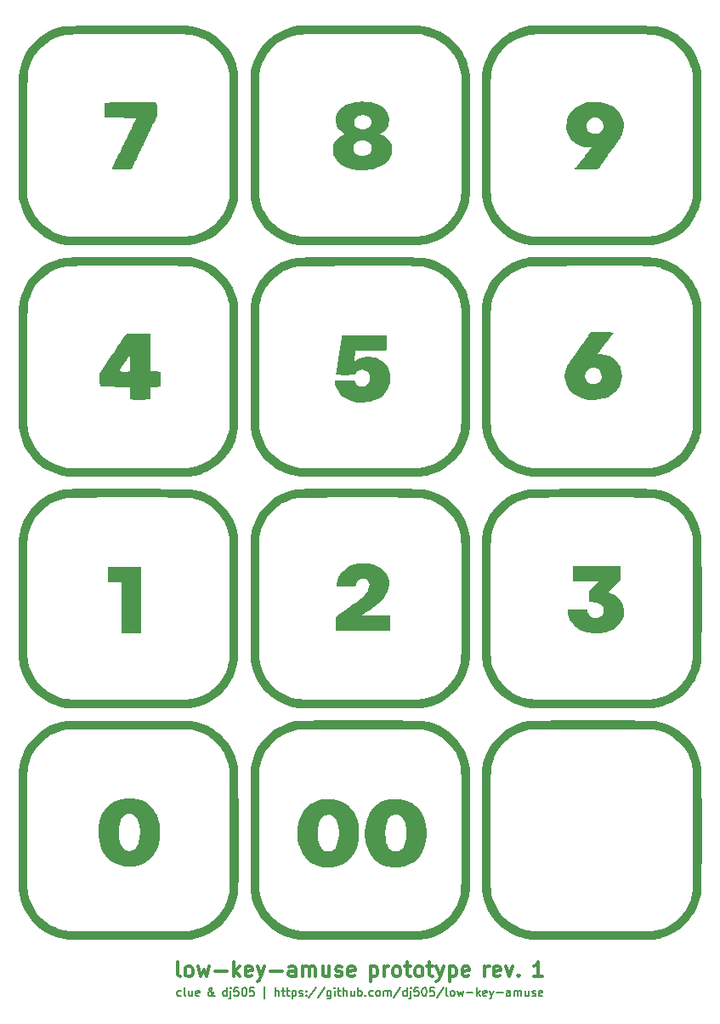
<source format=gto>
%TF.GenerationSoftware,KiCad,Pcbnew,(7.0.0)*%
%TF.CreationDate,2023-02-28T17:36:58-07:00*%
%TF.ProjectId,keypad,6b657970-6164-42e6-9b69-6361645f7063,rev?*%
%TF.SameCoordinates,Original*%
%TF.FileFunction,Legend,Top*%
%TF.FilePolarity,Positive*%
%FSLAX46Y46*%
G04 Gerber Fmt 4.6, Leading zero omitted, Abs format (unit mm)*
G04 Created by KiCad (PCBNEW (7.0.0)) date 2023-02-28 17:36:58*
%MOMM*%
%LPD*%
G01*
G04 APERTURE LIST*
%ADD10C,0.187500*%
%ADD11C,0.300000*%
G04 APERTURE END LIST*
D10*
X125180668Y-147611830D02*
X125103049Y-147650640D01*
X125103049Y-147650640D02*
X124947811Y-147650640D01*
X124947811Y-147650640D02*
X124870192Y-147611830D01*
X124870192Y-147611830D02*
X124831382Y-147573021D01*
X124831382Y-147573021D02*
X124792573Y-147495402D01*
X124792573Y-147495402D02*
X124792573Y-147262545D01*
X124792573Y-147262545D02*
X124831382Y-147184926D01*
X124831382Y-147184926D02*
X124870192Y-147146116D01*
X124870192Y-147146116D02*
X124947811Y-147107307D01*
X124947811Y-147107307D02*
X125103049Y-147107307D01*
X125103049Y-147107307D02*
X125180668Y-147146116D01*
X125646382Y-147650640D02*
X125568763Y-147611830D01*
X125568763Y-147611830D02*
X125529953Y-147534211D01*
X125529953Y-147534211D02*
X125529953Y-146835640D01*
X126306144Y-147107307D02*
X126306144Y-147650640D01*
X125956858Y-147107307D02*
X125956858Y-147534211D01*
X125956858Y-147534211D02*
X125995668Y-147611830D01*
X125995668Y-147611830D02*
X126073287Y-147650640D01*
X126073287Y-147650640D02*
X126189715Y-147650640D01*
X126189715Y-147650640D02*
X126267334Y-147611830D01*
X126267334Y-147611830D02*
X126306144Y-147573021D01*
X127004715Y-147611830D02*
X126927096Y-147650640D01*
X126927096Y-147650640D02*
X126771858Y-147650640D01*
X126771858Y-147650640D02*
X126694239Y-147611830D01*
X126694239Y-147611830D02*
X126655430Y-147534211D01*
X126655430Y-147534211D02*
X126655430Y-147223735D01*
X126655430Y-147223735D02*
X126694239Y-147146116D01*
X126694239Y-147146116D02*
X126771858Y-147107307D01*
X126771858Y-147107307D02*
X126927096Y-147107307D01*
X126927096Y-147107307D02*
X127004715Y-147146116D01*
X127004715Y-147146116D02*
X127043525Y-147223735D01*
X127043525Y-147223735D02*
X127043525Y-147301354D01*
X127043525Y-147301354D02*
X126655430Y-147378973D01*
X128541572Y-147650640D02*
X128502763Y-147650640D01*
X128502763Y-147650640D02*
X128425143Y-147611830D01*
X128425143Y-147611830D02*
X128308715Y-147495402D01*
X128308715Y-147495402D02*
X128114667Y-147262545D01*
X128114667Y-147262545D02*
X128037048Y-147146116D01*
X128037048Y-147146116D02*
X127998239Y-147029688D01*
X127998239Y-147029688D02*
X127998239Y-146952069D01*
X127998239Y-146952069D02*
X128037048Y-146874450D01*
X128037048Y-146874450D02*
X128114667Y-146835640D01*
X128114667Y-146835640D02*
X128153477Y-146835640D01*
X128153477Y-146835640D02*
X128231096Y-146874450D01*
X128231096Y-146874450D02*
X128269905Y-146952069D01*
X128269905Y-146952069D02*
X128269905Y-146990878D01*
X128269905Y-146990878D02*
X128231096Y-147068497D01*
X128231096Y-147068497D02*
X128192286Y-147107307D01*
X128192286Y-147107307D02*
X127959429Y-147262545D01*
X127959429Y-147262545D02*
X127920620Y-147301354D01*
X127920620Y-147301354D02*
X127881810Y-147378973D01*
X127881810Y-147378973D02*
X127881810Y-147495402D01*
X127881810Y-147495402D02*
X127920620Y-147573021D01*
X127920620Y-147573021D02*
X127959429Y-147611830D01*
X127959429Y-147611830D02*
X128037048Y-147650640D01*
X128037048Y-147650640D02*
X128153477Y-147650640D01*
X128153477Y-147650640D02*
X128231096Y-147611830D01*
X128231096Y-147611830D02*
X128269905Y-147573021D01*
X128269905Y-147573021D02*
X128386334Y-147417783D01*
X128386334Y-147417783D02*
X128425143Y-147301354D01*
X128425143Y-147301354D02*
X128425143Y-147223735D01*
X129729144Y-147650640D02*
X129729144Y-146835640D01*
X129729144Y-147611830D02*
X129651525Y-147650640D01*
X129651525Y-147650640D02*
X129496287Y-147650640D01*
X129496287Y-147650640D02*
X129418668Y-147611830D01*
X129418668Y-147611830D02*
X129379858Y-147573021D01*
X129379858Y-147573021D02*
X129341049Y-147495402D01*
X129341049Y-147495402D02*
X129341049Y-147262545D01*
X129341049Y-147262545D02*
X129379858Y-147184926D01*
X129379858Y-147184926D02*
X129418668Y-147146116D01*
X129418668Y-147146116D02*
X129496287Y-147107307D01*
X129496287Y-147107307D02*
X129651525Y-147107307D01*
X129651525Y-147107307D02*
X129729144Y-147146116D01*
X130117239Y-147107307D02*
X130117239Y-147805878D01*
X130117239Y-147805878D02*
X130078430Y-147883497D01*
X130078430Y-147883497D02*
X130000811Y-147922307D01*
X130000811Y-147922307D02*
X129962001Y-147922307D01*
X130117239Y-146835640D02*
X130078430Y-146874450D01*
X130078430Y-146874450D02*
X130117239Y-146913259D01*
X130117239Y-146913259D02*
X130156049Y-146874450D01*
X130156049Y-146874450D02*
X130117239Y-146835640D01*
X130117239Y-146835640D02*
X130117239Y-146913259D01*
X130893429Y-146835640D02*
X130505334Y-146835640D01*
X130505334Y-146835640D02*
X130466525Y-147223735D01*
X130466525Y-147223735D02*
X130505334Y-147184926D01*
X130505334Y-147184926D02*
X130582953Y-147146116D01*
X130582953Y-147146116D02*
X130777001Y-147146116D01*
X130777001Y-147146116D02*
X130854620Y-147184926D01*
X130854620Y-147184926D02*
X130893429Y-147223735D01*
X130893429Y-147223735D02*
X130932239Y-147301354D01*
X130932239Y-147301354D02*
X130932239Y-147495402D01*
X130932239Y-147495402D02*
X130893429Y-147573021D01*
X130893429Y-147573021D02*
X130854620Y-147611830D01*
X130854620Y-147611830D02*
X130777001Y-147650640D01*
X130777001Y-147650640D02*
X130582953Y-147650640D01*
X130582953Y-147650640D02*
X130505334Y-147611830D01*
X130505334Y-147611830D02*
X130466525Y-147573021D01*
X131436762Y-146835640D02*
X131514381Y-146835640D01*
X131514381Y-146835640D02*
X131592000Y-146874450D01*
X131592000Y-146874450D02*
X131630810Y-146913259D01*
X131630810Y-146913259D02*
X131669619Y-146990878D01*
X131669619Y-146990878D02*
X131708429Y-147146116D01*
X131708429Y-147146116D02*
X131708429Y-147340164D01*
X131708429Y-147340164D02*
X131669619Y-147495402D01*
X131669619Y-147495402D02*
X131630810Y-147573021D01*
X131630810Y-147573021D02*
X131592000Y-147611830D01*
X131592000Y-147611830D02*
X131514381Y-147650640D01*
X131514381Y-147650640D02*
X131436762Y-147650640D01*
X131436762Y-147650640D02*
X131359143Y-147611830D01*
X131359143Y-147611830D02*
X131320334Y-147573021D01*
X131320334Y-147573021D02*
X131281524Y-147495402D01*
X131281524Y-147495402D02*
X131242715Y-147340164D01*
X131242715Y-147340164D02*
X131242715Y-147146116D01*
X131242715Y-147146116D02*
X131281524Y-146990878D01*
X131281524Y-146990878D02*
X131320334Y-146913259D01*
X131320334Y-146913259D02*
X131359143Y-146874450D01*
X131359143Y-146874450D02*
X131436762Y-146835640D01*
X132445809Y-146835640D02*
X132057714Y-146835640D01*
X132057714Y-146835640D02*
X132018905Y-147223735D01*
X132018905Y-147223735D02*
X132057714Y-147184926D01*
X132057714Y-147184926D02*
X132135333Y-147146116D01*
X132135333Y-147146116D02*
X132329381Y-147146116D01*
X132329381Y-147146116D02*
X132407000Y-147184926D01*
X132407000Y-147184926D02*
X132445809Y-147223735D01*
X132445809Y-147223735D02*
X132484619Y-147301354D01*
X132484619Y-147301354D02*
X132484619Y-147495402D01*
X132484619Y-147495402D02*
X132445809Y-147573021D01*
X132445809Y-147573021D02*
X132407000Y-147611830D01*
X132407000Y-147611830D02*
X132329381Y-147650640D01*
X132329381Y-147650640D02*
X132135333Y-147650640D01*
X132135333Y-147650640D02*
X132057714Y-147611830D01*
X132057714Y-147611830D02*
X132018905Y-147573021D01*
X133516952Y-147922307D02*
X133516952Y-146758021D01*
X134588094Y-147650640D02*
X134588094Y-146835640D01*
X134937380Y-147650640D02*
X134937380Y-147223735D01*
X134937380Y-147223735D02*
X134898570Y-147146116D01*
X134898570Y-147146116D02*
X134820951Y-147107307D01*
X134820951Y-147107307D02*
X134704523Y-147107307D01*
X134704523Y-147107307D02*
X134626904Y-147146116D01*
X134626904Y-147146116D02*
X134588094Y-147184926D01*
X135209047Y-147107307D02*
X135519523Y-147107307D01*
X135325475Y-146835640D02*
X135325475Y-147534211D01*
X135325475Y-147534211D02*
X135364285Y-147611830D01*
X135364285Y-147611830D02*
X135441904Y-147650640D01*
X135441904Y-147650640D02*
X135519523Y-147650640D01*
X135674761Y-147107307D02*
X135985237Y-147107307D01*
X135791189Y-146835640D02*
X135791189Y-147534211D01*
X135791189Y-147534211D02*
X135829999Y-147611830D01*
X135829999Y-147611830D02*
X135907618Y-147650640D01*
X135907618Y-147650640D02*
X135985237Y-147650640D01*
X136256903Y-147107307D02*
X136256903Y-147922307D01*
X136256903Y-147146116D02*
X136334522Y-147107307D01*
X136334522Y-147107307D02*
X136489760Y-147107307D01*
X136489760Y-147107307D02*
X136567379Y-147146116D01*
X136567379Y-147146116D02*
X136606189Y-147184926D01*
X136606189Y-147184926D02*
X136644998Y-147262545D01*
X136644998Y-147262545D02*
X136644998Y-147495402D01*
X136644998Y-147495402D02*
X136606189Y-147573021D01*
X136606189Y-147573021D02*
X136567379Y-147611830D01*
X136567379Y-147611830D02*
X136489760Y-147650640D01*
X136489760Y-147650640D02*
X136334522Y-147650640D01*
X136334522Y-147650640D02*
X136256903Y-147611830D01*
X136955475Y-147611830D02*
X137033094Y-147650640D01*
X137033094Y-147650640D02*
X137188332Y-147650640D01*
X137188332Y-147650640D02*
X137265951Y-147611830D01*
X137265951Y-147611830D02*
X137304760Y-147534211D01*
X137304760Y-147534211D02*
X137304760Y-147495402D01*
X137304760Y-147495402D02*
X137265951Y-147417783D01*
X137265951Y-147417783D02*
X137188332Y-147378973D01*
X137188332Y-147378973D02*
X137071903Y-147378973D01*
X137071903Y-147378973D02*
X136994284Y-147340164D01*
X136994284Y-147340164D02*
X136955475Y-147262545D01*
X136955475Y-147262545D02*
X136955475Y-147223735D01*
X136955475Y-147223735D02*
X136994284Y-147146116D01*
X136994284Y-147146116D02*
X137071903Y-147107307D01*
X137071903Y-147107307D02*
X137188332Y-147107307D01*
X137188332Y-147107307D02*
X137265951Y-147146116D01*
X137654046Y-147573021D02*
X137692856Y-147611830D01*
X137692856Y-147611830D02*
X137654046Y-147650640D01*
X137654046Y-147650640D02*
X137615237Y-147611830D01*
X137615237Y-147611830D02*
X137654046Y-147573021D01*
X137654046Y-147573021D02*
X137654046Y-147650640D01*
X137654046Y-147146116D02*
X137692856Y-147184926D01*
X137692856Y-147184926D02*
X137654046Y-147223735D01*
X137654046Y-147223735D02*
X137615237Y-147184926D01*
X137615237Y-147184926D02*
X137654046Y-147146116D01*
X137654046Y-147146116D02*
X137654046Y-147223735D01*
X138624284Y-146796830D02*
X137925713Y-147844688D01*
X139478094Y-146796830D02*
X138779523Y-147844688D01*
X140099047Y-147107307D02*
X140099047Y-147767069D01*
X140099047Y-147767069D02*
X140060237Y-147844688D01*
X140060237Y-147844688D02*
X140021428Y-147883497D01*
X140021428Y-147883497D02*
X139943809Y-147922307D01*
X139943809Y-147922307D02*
X139827380Y-147922307D01*
X139827380Y-147922307D02*
X139749761Y-147883497D01*
X140099047Y-147611830D02*
X140021428Y-147650640D01*
X140021428Y-147650640D02*
X139866190Y-147650640D01*
X139866190Y-147650640D02*
X139788571Y-147611830D01*
X139788571Y-147611830D02*
X139749761Y-147573021D01*
X139749761Y-147573021D02*
X139710952Y-147495402D01*
X139710952Y-147495402D02*
X139710952Y-147262545D01*
X139710952Y-147262545D02*
X139749761Y-147184926D01*
X139749761Y-147184926D02*
X139788571Y-147146116D01*
X139788571Y-147146116D02*
X139866190Y-147107307D01*
X139866190Y-147107307D02*
X140021428Y-147107307D01*
X140021428Y-147107307D02*
X140099047Y-147146116D01*
X140487142Y-147650640D02*
X140487142Y-147107307D01*
X140487142Y-146835640D02*
X140448333Y-146874450D01*
X140448333Y-146874450D02*
X140487142Y-146913259D01*
X140487142Y-146913259D02*
X140525952Y-146874450D01*
X140525952Y-146874450D02*
X140487142Y-146835640D01*
X140487142Y-146835640D02*
X140487142Y-146913259D01*
X140758809Y-147107307D02*
X141069285Y-147107307D01*
X140875237Y-146835640D02*
X140875237Y-147534211D01*
X140875237Y-147534211D02*
X140914047Y-147611830D01*
X140914047Y-147611830D02*
X140991666Y-147650640D01*
X140991666Y-147650640D02*
X141069285Y-147650640D01*
X141340951Y-147650640D02*
X141340951Y-146835640D01*
X141690237Y-147650640D02*
X141690237Y-147223735D01*
X141690237Y-147223735D02*
X141651427Y-147146116D01*
X141651427Y-147146116D02*
X141573808Y-147107307D01*
X141573808Y-147107307D02*
X141457380Y-147107307D01*
X141457380Y-147107307D02*
X141379761Y-147146116D01*
X141379761Y-147146116D02*
X141340951Y-147184926D01*
X142427618Y-147107307D02*
X142427618Y-147650640D01*
X142078332Y-147107307D02*
X142078332Y-147534211D01*
X142078332Y-147534211D02*
X142117142Y-147611830D01*
X142117142Y-147611830D02*
X142194761Y-147650640D01*
X142194761Y-147650640D02*
X142311189Y-147650640D01*
X142311189Y-147650640D02*
X142388808Y-147611830D01*
X142388808Y-147611830D02*
X142427618Y-147573021D01*
X142815713Y-147650640D02*
X142815713Y-146835640D01*
X142815713Y-147146116D02*
X142893332Y-147107307D01*
X142893332Y-147107307D02*
X143048570Y-147107307D01*
X143048570Y-147107307D02*
X143126189Y-147146116D01*
X143126189Y-147146116D02*
X143164999Y-147184926D01*
X143164999Y-147184926D02*
X143203808Y-147262545D01*
X143203808Y-147262545D02*
X143203808Y-147495402D01*
X143203808Y-147495402D02*
X143164999Y-147573021D01*
X143164999Y-147573021D02*
X143126189Y-147611830D01*
X143126189Y-147611830D02*
X143048570Y-147650640D01*
X143048570Y-147650640D02*
X142893332Y-147650640D01*
X142893332Y-147650640D02*
X142815713Y-147611830D01*
X143553094Y-147573021D02*
X143591904Y-147611830D01*
X143591904Y-147611830D02*
X143553094Y-147650640D01*
X143553094Y-147650640D02*
X143514285Y-147611830D01*
X143514285Y-147611830D02*
X143553094Y-147573021D01*
X143553094Y-147573021D02*
X143553094Y-147650640D01*
X144290475Y-147611830D02*
X144212856Y-147650640D01*
X144212856Y-147650640D02*
X144057618Y-147650640D01*
X144057618Y-147650640D02*
X143979999Y-147611830D01*
X143979999Y-147611830D02*
X143941189Y-147573021D01*
X143941189Y-147573021D02*
X143902380Y-147495402D01*
X143902380Y-147495402D02*
X143902380Y-147262545D01*
X143902380Y-147262545D02*
X143941189Y-147184926D01*
X143941189Y-147184926D02*
X143979999Y-147146116D01*
X143979999Y-147146116D02*
X144057618Y-147107307D01*
X144057618Y-147107307D02*
X144212856Y-147107307D01*
X144212856Y-147107307D02*
X144290475Y-147146116D01*
X144756189Y-147650640D02*
X144678570Y-147611830D01*
X144678570Y-147611830D02*
X144639760Y-147573021D01*
X144639760Y-147573021D02*
X144600951Y-147495402D01*
X144600951Y-147495402D02*
X144600951Y-147262545D01*
X144600951Y-147262545D02*
X144639760Y-147184926D01*
X144639760Y-147184926D02*
X144678570Y-147146116D01*
X144678570Y-147146116D02*
X144756189Y-147107307D01*
X144756189Y-147107307D02*
X144872617Y-147107307D01*
X144872617Y-147107307D02*
X144950236Y-147146116D01*
X144950236Y-147146116D02*
X144989046Y-147184926D01*
X144989046Y-147184926D02*
X145027855Y-147262545D01*
X145027855Y-147262545D02*
X145027855Y-147495402D01*
X145027855Y-147495402D02*
X144989046Y-147573021D01*
X144989046Y-147573021D02*
X144950236Y-147611830D01*
X144950236Y-147611830D02*
X144872617Y-147650640D01*
X144872617Y-147650640D02*
X144756189Y-147650640D01*
X145377141Y-147650640D02*
X145377141Y-147107307D01*
X145377141Y-147184926D02*
X145415951Y-147146116D01*
X145415951Y-147146116D02*
X145493570Y-147107307D01*
X145493570Y-147107307D02*
X145609998Y-147107307D01*
X145609998Y-147107307D02*
X145687617Y-147146116D01*
X145687617Y-147146116D02*
X145726427Y-147223735D01*
X145726427Y-147223735D02*
X145726427Y-147650640D01*
X145726427Y-147223735D02*
X145765236Y-147146116D01*
X145765236Y-147146116D02*
X145842855Y-147107307D01*
X145842855Y-147107307D02*
X145959284Y-147107307D01*
X145959284Y-147107307D02*
X146036903Y-147146116D01*
X146036903Y-147146116D02*
X146075713Y-147223735D01*
X146075713Y-147223735D02*
X146075713Y-147650640D01*
X147045951Y-146796830D02*
X146347380Y-147844688D01*
X147666904Y-147650640D02*
X147666904Y-146835640D01*
X147666904Y-147611830D02*
X147589285Y-147650640D01*
X147589285Y-147650640D02*
X147434047Y-147650640D01*
X147434047Y-147650640D02*
X147356428Y-147611830D01*
X147356428Y-147611830D02*
X147317618Y-147573021D01*
X147317618Y-147573021D02*
X147278809Y-147495402D01*
X147278809Y-147495402D02*
X147278809Y-147262545D01*
X147278809Y-147262545D02*
X147317618Y-147184926D01*
X147317618Y-147184926D02*
X147356428Y-147146116D01*
X147356428Y-147146116D02*
X147434047Y-147107307D01*
X147434047Y-147107307D02*
X147589285Y-147107307D01*
X147589285Y-147107307D02*
X147666904Y-147146116D01*
X148054999Y-147107307D02*
X148054999Y-147805878D01*
X148054999Y-147805878D02*
X148016190Y-147883497D01*
X148016190Y-147883497D02*
X147938571Y-147922307D01*
X147938571Y-147922307D02*
X147899761Y-147922307D01*
X148054999Y-146835640D02*
X148016190Y-146874450D01*
X148016190Y-146874450D02*
X148054999Y-146913259D01*
X148054999Y-146913259D02*
X148093809Y-146874450D01*
X148093809Y-146874450D02*
X148054999Y-146835640D01*
X148054999Y-146835640D02*
X148054999Y-146913259D01*
X148831189Y-146835640D02*
X148443094Y-146835640D01*
X148443094Y-146835640D02*
X148404285Y-147223735D01*
X148404285Y-147223735D02*
X148443094Y-147184926D01*
X148443094Y-147184926D02*
X148520713Y-147146116D01*
X148520713Y-147146116D02*
X148714761Y-147146116D01*
X148714761Y-147146116D02*
X148792380Y-147184926D01*
X148792380Y-147184926D02*
X148831189Y-147223735D01*
X148831189Y-147223735D02*
X148869999Y-147301354D01*
X148869999Y-147301354D02*
X148869999Y-147495402D01*
X148869999Y-147495402D02*
X148831189Y-147573021D01*
X148831189Y-147573021D02*
X148792380Y-147611830D01*
X148792380Y-147611830D02*
X148714761Y-147650640D01*
X148714761Y-147650640D02*
X148520713Y-147650640D01*
X148520713Y-147650640D02*
X148443094Y-147611830D01*
X148443094Y-147611830D02*
X148404285Y-147573021D01*
X149374522Y-146835640D02*
X149452141Y-146835640D01*
X149452141Y-146835640D02*
X149529760Y-146874450D01*
X149529760Y-146874450D02*
X149568570Y-146913259D01*
X149568570Y-146913259D02*
X149607379Y-146990878D01*
X149607379Y-146990878D02*
X149646189Y-147146116D01*
X149646189Y-147146116D02*
X149646189Y-147340164D01*
X149646189Y-147340164D02*
X149607379Y-147495402D01*
X149607379Y-147495402D02*
X149568570Y-147573021D01*
X149568570Y-147573021D02*
X149529760Y-147611830D01*
X149529760Y-147611830D02*
X149452141Y-147650640D01*
X149452141Y-147650640D02*
X149374522Y-147650640D01*
X149374522Y-147650640D02*
X149296903Y-147611830D01*
X149296903Y-147611830D02*
X149258094Y-147573021D01*
X149258094Y-147573021D02*
X149219284Y-147495402D01*
X149219284Y-147495402D02*
X149180475Y-147340164D01*
X149180475Y-147340164D02*
X149180475Y-147146116D01*
X149180475Y-147146116D02*
X149219284Y-146990878D01*
X149219284Y-146990878D02*
X149258094Y-146913259D01*
X149258094Y-146913259D02*
X149296903Y-146874450D01*
X149296903Y-146874450D02*
X149374522Y-146835640D01*
X150383569Y-146835640D02*
X149995474Y-146835640D01*
X149995474Y-146835640D02*
X149956665Y-147223735D01*
X149956665Y-147223735D02*
X149995474Y-147184926D01*
X149995474Y-147184926D02*
X150073093Y-147146116D01*
X150073093Y-147146116D02*
X150267141Y-147146116D01*
X150267141Y-147146116D02*
X150344760Y-147184926D01*
X150344760Y-147184926D02*
X150383569Y-147223735D01*
X150383569Y-147223735D02*
X150422379Y-147301354D01*
X150422379Y-147301354D02*
X150422379Y-147495402D01*
X150422379Y-147495402D02*
X150383569Y-147573021D01*
X150383569Y-147573021D02*
X150344760Y-147611830D01*
X150344760Y-147611830D02*
X150267141Y-147650640D01*
X150267141Y-147650640D02*
X150073093Y-147650640D01*
X150073093Y-147650640D02*
X149995474Y-147611830D01*
X149995474Y-147611830D02*
X149956665Y-147573021D01*
X151353807Y-146796830D02*
X150655236Y-147844688D01*
X151741903Y-147650640D02*
X151664284Y-147611830D01*
X151664284Y-147611830D02*
X151625474Y-147534211D01*
X151625474Y-147534211D02*
X151625474Y-146835640D01*
X152168808Y-147650640D02*
X152091189Y-147611830D01*
X152091189Y-147611830D02*
X152052379Y-147573021D01*
X152052379Y-147573021D02*
X152013570Y-147495402D01*
X152013570Y-147495402D02*
X152013570Y-147262545D01*
X152013570Y-147262545D02*
X152052379Y-147184926D01*
X152052379Y-147184926D02*
X152091189Y-147146116D01*
X152091189Y-147146116D02*
X152168808Y-147107307D01*
X152168808Y-147107307D02*
X152285236Y-147107307D01*
X152285236Y-147107307D02*
X152362855Y-147146116D01*
X152362855Y-147146116D02*
X152401665Y-147184926D01*
X152401665Y-147184926D02*
X152440474Y-147262545D01*
X152440474Y-147262545D02*
X152440474Y-147495402D01*
X152440474Y-147495402D02*
X152401665Y-147573021D01*
X152401665Y-147573021D02*
X152362855Y-147611830D01*
X152362855Y-147611830D02*
X152285236Y-147650640D01*
X152285236Y-147650640D02*
X152168808Y-147650640D01*
X152712141Y-147107307D02*
X152867379Y-147650640D01*
X152867379Y-147650640D02*
X153022617Y-147262545D01*
X153022617Y-147262545D02*
X153177855Y-147650640D01*
X153177855Y-147650640D02*
X153333093Y-147107307D01*
X153643570Y-147340164D02*
X154264523Y-147340164D01*
X154652618Y-147650640D02*
X154652618Y-146835640D01*
X154730237Y-147340164D02*
X154963094Y-147650640D01*
X154963094Y-147107307D02*
X154652618Y-147417783D01*
X155622856Y-147611830D02*
X155545237Y-147650640D01*
X155545237Y-147650640D02*
X155389999Y-147650640D01*
X155389999Y-147650640D02*
X155312380Y-147611830D01*
X155312380Y-147611830D02*
X155273571Y-147534211D01*
X155273571Y-147534211D02*
X155273571Y-147223735D01*
X155273571Y-147223735D02*
X155312380Y-147146116D01*
X155312380Y-147146116D02*
X155389999Y-147107307D01*
X155389999Y-147107307D02*
X155545237Y-147107307D01*
X155545237Y-147107307D02*
X155622856Y-147146116D01*
X155622856Y-147146116D02*
X155661666Y-147223735D01*
X155661666Y-147223735D02*
X155661666Y-147301354D01*
X155661666Y-147301354D02*
X155273571Y-147378973D01*
X155933332Y-147107307D02*
X156127380Y-147650640D01*
X156321427Y-147107307D02*
X156127380Y-147650640D01*
X156127380Y-147650640D02*
X156049761Y-147844688D01*
X156049761Y-147844688D02*
X156010951Y-147883497D01*
X156010951Y-147883497D02*
X155933332Y-147922307D01*
X156631903Y-147340164D02*
X157252856Y-147340164D01*
X157990237Y-147650640D02*
X157990237Y-147223735D01*
X157990237Y-147223735D02*
X157951427Y-147146116D01*
X157951427Y-147146116D02*
X157873808Y-147107307D01*
X157873808Y-147107307D02*
X157718570Y-147107307D01*
X157718570Y-147107307D02*
X157640951Y-147146116D01*
X157990237Y-147611830D02*
X157912618Y-147650640D01*
X157912618Y-147650640D02*
X157718570Y-147650640D01*
X157718570Y-147650640D02*
X157640951Y-147611830D01*
X157640951Y-147611830D02*
X157602142Y-147534211D01*
X157602142Y-147534211D02*
X157602142Y-147456592D01*
X157602142Y-147456592D02*
X157640951Y-147378973D01*
X157640951Y-147378973D02*
X157718570Y-147340164D01*
X157718570Y-147340164D02*
X157912618Y-147340164D01*
X157912618Y-147340164D02*
X157990237Y-147301354D01*
X158378332Y-147650640D02*
X158378332Y-147107307D01*
X158378332Y-147184926D02*
X158417142Y-147146116D01*
X158417142Y-147146116D02*
X158494761Y-147107307D01*
X158494761Y-147107307D02*
X158611189Y-147107307D01*
X158611189Y-147107307D02*
X158688808Y-147146116D01*
X158688808Y-147146116D02*
X158727618Y-147223735D01*
X158727618Y-147223735D02*
X158727618Y-147650640D01*
X158727618Y-147223735D02*
X158766427Y-147146116D01*
X158766427Y-147146116D02*
X158844046Y-147107307D01*
X158844046Y-147107307D02*
X158960475Y-147107307D01*
X158960475Y-147107307D02*
X159038094Y-147146116D01*
X159038094Y-147146116D02*
X159076904Y-147223735D01*
X159076904Y-147223735D02*
X159076904Y-147650640D01*
X159814285Y-147107307D02*
X159814285Y-147650640D01*
X159464999Y-147107307D02*
X159464999Y-147534211D01*
X159464999Y-147534211D02*
X159503809Y-147611830D01*
X159503809Y-147611830D02*
X159581428Y-147650640D01*
X159581428Y-147650640D02*
X159697856Y-147650640D01*
X159697856Y-147650640D02*
X159775475Y-147611830D01*
X159775475Y-147611830D02*
X159814285Y-147573021D01*
X160163571Y-147611830D02*
X160241190Y-147650640D01*
X160241190Y-147650640D02*
X160396428Y-147650640D01*
X160396428Y-147650640D02*
X160474047Y-147611830D01*
X160474047Y-147611830D02*
X160512856Y-147534211D01*
X160512856Y-147534211D02*
X160512856Y-147495402D01*
X160512856Y-147495402D02*
X160474047Y-147417783D01*
X160474047Y-147417783D02*
X160396428Y-147378973D01*
X160396428Y-147378973D02*
X160279999Y-147378973D01*
X160279999Y-147378973D02*
X160202380Y-147340164D01*
X160202380Y-147340164D02*
X160163571Y-147262545D01*
X160163571Y-147262545D02*
X160163571Y-147223735D01*
X160163571Y-147223735D02*
X160202380Y-147146116D01*
X160202380Y-147146116D02*
X160279999Y-147107307D01*
X160279999Y-147107307D02*
X160396428Y-147107307D01*
X160396428Y-147107307D02*
X160474047Y-147146116D01*
X161172618Y-147611830D02*
X161094999Y-147650640D01*
X161094999Y-147650640D02*
X160939761Y-147650640D01*
X160939761Y-147650640D02*
X160862142Y-147611830D01*
X160862142Y-147611830D02*
X160823333Y-147534211D01*
X160823333Y-147534211D02*
X160823333Y-147223735D01*
X160823333Y-147223735D02*
X160862142Y-147146116D01*
X160862142Y-147146116D02*
X160939761Y-147107307D01*
X160939761Y-147107307D02*
X161094999Y-147107307D01*
X161094999Y-147107307D02*
X161172618Y-147146116D01*
X161172618Y-147146116D02*
X161211428Y-147223735D01*
X161211428Y-147223735D02*
X161211428Y-147301354D01*
X161211428Y-147301354D02*
X160823333Y-147378973D01*
D11*
X125080571Y-145723571D02*
X124937714Y-145652142D01*
X124937714Y-145652142D02*
X124866285Y-145509285D01*
X124866285Y-145509285D02*
X124866285Y-144223571D01*
X125866285Y-145723571D02*
X125723428Y-145652142D01*
X125723428Y-145652142D02*
X125651999Y-145580714D01*
X125651999Y-145580714D02*
X125580571Y-145437857D01*
X125580571Y-145437857D02*
X125580571Y-145009285D01*
X125580571Y-145009285D02*
X125651999Y-144866428D01*
X125651999Y-144866428D02*
X125723428Y-144795000D01*
X125723428Y-144795000D02*
X125866285Y-144723571D01*
X125866285Y-144723571D02*
X126080571Y-144723571D01*
X126080571Y-144723571D02*
X126223428Y-144795000D01*
X126223428Y-144795000D02*
X126294857Y-144866428D01*
X126294857Y-144866428D02*
X126366285Y-145009285D01*
X126366285Y-145009285D02*
X126366285Y-145437857D01*
X126366285Y-145437857D02*
X126294857Y-145580714D01*
X126294857Y-145580714D02*
X126223428Y-145652142D01*
X126223428Y-145652142D02*
X126080571Y-145723571D01*
X126080571Y-145723571D02*
X125866285Y-145723571D01*
X126866285Y-144723571D02*
X127152000Y-145723571D01*
X127152000Y-145723571D02*
X127437714Y-145009285D01*
X127437714Y-145009285D02*
X127723428Y-145723571D01*
X127723428Y-145723571D02*
X128009142Y-144723571D01*
X128580571Y-145152142D02*
X129723429Y-145152142D01*
X130437714Y-145723571D02*
X130437714Y-144223571D01*
X130580572Y-145152142D02*
X131009143Y-145723571D01*
X131009143Y-144723571D02*
X130437714Y-145295000D01*
X132223429Y-145652142D02*
X132080572Y-145723571D01*
X132080572Y-145723571D02*
X131794858Y-145723571D01*
X131794858Y-145723571D02*
X131652000Y-145652142D01*
X131652000Y-145652142D02*
X131580572Y-145509285D01*
X131580572Y-145509285D02*
X131580572Y-144937857D01*
X131580572Y-144937857D02*
X131652000Y-144795000D01*
X131652000Y-144795000D02*
X131794858Y-144723571D01*
X131794858Y-144723571D02*
X132080572Y-144723571D01*
X132080572Y-144723571D02*
X132223429Y-144795000D01*
X132223429Y-144795000D02*
X132294858Y-144937857D01*
X132294858Y-144937857D02*
X132294858Y-145080714D01*
X132294858Y-145080714D02*
X131580572Y-145223571D01*
X132794857Y-144723571D02*
X133152000Y-145723571D01*
X133509143Y-144723571D02*
X133152000Y-145723571D01*
X133152000Y-145723571D02*
X133009143Y-146080714D01*
X133009143Y-146080714D02*
X132937714Y-146152142D01*
X132937714Y-146152142D02*
X132794857Y-146223571D01*
X134080571Y-145152142D02*
X135223429Y-145152142D01*
X136580572Y-145723571D02*
X136580572Y-144937857D01*
X136580572Y-144937857D02*
X136509143Y-144795000D01*
X136509143Y-144795000D02*
X136366286Y-144723571D01*
X136366286Y-144723571D02*
X136080572Y-144723571D01*
X136080572Y-144723571D02*
X135937714Y-144795000D01*
X136580572Y-145652142D02*
X136437714Y-145723571D01*
X136437714Y-145723571D02*
X136080572Y-145723571D01*
X136080572Y-145723571D02*
X135937714Y-145652142D01*
X135937714Y-145652142D02*
X135866286Y-145509285D01*
X135866286Y-145509285D02*
X135866286Y-145366428D01*
X135866286Y-145366428D02*
X135937714Y-145223571D01*
X135937714Y-145223571D02*
X136080572Y-145152142D01*
X136080572Y-145152142D02*
X136437714Y-145152142D01*
X136437714Y-145152142D02*
X136580572Y-145080714D01*
X137294857Y-145723571D02*
X137294857Y-144723571D01*
X137294857Y-144866428D02*
X137366286Y-144795000D01*
X137366286Y-144795000D02*
X137509143Y-144723571D01*
X137509143Y-144723571D02*
X137723429Y-144723571D01*
X137723429Y-144723571D02*
X137866286Y-144795000D01*
X137866286Y-144795000D02*
X137937715Y-144937857D01*
X137937715Y-144937857D02*
X137937715Y-145723571D01*
X137937715Y-144937857D02*
X138009143Y-144795000D01*
X138009143Y-144795000D02*
X138152000Y-144723571D01*
X138152000Y-144723571D02*
X138366286Y-144723571D01*
X138366286Y-144723571D02*
X138509143Y-144795000D01*
X138509143Y-144795000D02*
X138580572Y-144937857D01*
X138580572Y-144937857D02*
X138580572Y-145723571D01*
X139937715Y-144723571D02*
X139937715Y-145723571D01*
X139294857Y-144723571D02*
X139294857Y-145509285D01*
X139294857Y-145509285D02*
X139366286Y-145652142D01*
X139366286Y-145652142D02*
X139509143Y-145723571D01*
X139509143Y-145723571D02*
X139723429Y-145723571D01*
X139723429Y-145723571D02*
X139866286Y-145652142D01*
X139866286Y-145652142D02*
X139937715Y-145580714D01*
X140580572Y-145652142D02*
X140723429Y-145723571D01*
X140723429Y-145723571D02*
X141009143Y-145723571D01*
X141009143Y-145723571D02*
X141152000Y-145652142D01*
X141152000Y-145652142D02*
X141223429Y-145509285D01*
X141223429Y-145509285D02*
X141223429Y-145437857D01*
X141223429Y-145437857D02*
X141152000Y-145295000D01*
X141152000Y-145295000D02*
X141009143Y-145223571D01*
X141009143Y-145223571D02*
X140794858Y-145223571D01*
X140794858Y-145223571D02*
X140652000Y-145152142D01*
X140652000Y-145152142D02*
X140580572Y-145009285D01*
X140580572Y-145009285D02*
X140580572Y-144937857D01*
X140580572Y-144937857D02*
X140652000Y-144795000D01*
X140652000Y-144795000D02*
X140794858Y-144723571D01*
X140794858Y-144723571D02*
X141009143Y-144723571D01*
X141009143Y-144723571D02*
X141152000Y-144795000D01*
X142437715Y-145652142D02*
X142294858Y-145723571D01*
X142294858Y-145723571D02*
X142009144Y-145723571D01*
X142009144Y-145723571D02*
X141866286Y-145652142D01*
X141866286Y-145652142D02*
X141794858Y-145509285D01*
X141794858Y-145509285D02*
X141794858Y-144937857D01*
X141794858Y-144937857D02*
X141866286Y-144795000D01*
X141866286Y-144795000D02*
X142009144Y-144723571D01*
X142009144Y-144723571D02*
X142294858Y-144723571D01*
X142294858Y-144723571D02*
X142437715Y-144795000D01*
X142437715Y-144795000D02*
X142509144Y-144937857D01*
X142509144Y-144937857D02*
X142509144Y-145080714D01*
X142509144Y-145080714D02*
X141794858Y-145223571D01*
X144052000Y-144723571D02*
X144052000Y-146223571D01*
X144052000Y-144795000D02*
X144194858Y-144723571D01*
X144194858Y-144723571D02*
X144480572Y-144723571D01*
X144480572Y-144723571D02*
X144623429Y-144795000D01*
X144623429Y-144795000D02*
X144694858Y-144866428D01*
X144694858Y-144866428D02*
X144766286Y-145009285D01*
X144766286Y-145009285D02*
X144766286Y-145437857D01*
X144766286Y-145437857D02*
X144694858Y-145580714D01*
X144694858Y-145580714D02*
X144623429Y-145652142D01*
X144623429Y-145652142D02*
X144480572Y-145723571D01*
X144480572Y-145723571D02*
X144194858Y-145723571D01*
X144194858Y-145723571D02*
X144052000Y-145652142D01*
X145409143Y-145723571D02*
X145409143Y-144723571D01*
X145409143Y-145009285D02*
X145480572Y-144866428D01*
X145480572Y-144866428D02*
X145552001Y-144795000D01*
X145552001Y-144795000D02*
X145694858Y-144723571D01*
X145694858Y-144723571D02*
X145837715Y-144723571D01*
X146552000Y-145723571D02*
X146409143Y-145652142D01*
X146409143Y-145652142D02*
X146337714Y-145580714D01*
X146337714Y-145580714D02*
X146266286Y-145437857D01*
X146266286Y-145437857D02*
X146266286Y-145009285D01*
X146266286Y-145009285D02*
X146337714Y-144866428D01*
X146337714Y-144866428D02*
X146409143Y-144795000D01*
X146409143Y-144795000D02*
X146552000Y-144723571D01*
X146552000Y-144723571D02*
X146766286Y-144723571D01*
X146766286Y-144723571D02*
X146909143Y-144795000D01*
X146909143Y-144795000D02*
X146980572Y-144866428D01*
X146980572Y-144866428D02*
X147052000Y-145009285D01*
X147052000Y-145009285D02*
X147052000Y-145437857D01*
X147052000Y-145437857D02*
X146980572Y-145580714D01*
X146980572Y-145580714D02*
X146909143Y-145652142D01*
X146909143Y-145652142D02*
X146766286Y-145723571D01*
X146766286Y-145723571D02*
X146552000Y-145723571D01*
X147480572Y-144723571D02*
X148052000Y-144723571D01*
X147694857Y-144223571D02*
X147694857Y-145509285D01*
X147694857Y-145509285D02*
X147766286Y-145652142D01*
X147766286Y-145652142D02*
X147909143Y-145723571D01*
X147909143Y-145723571D02*
X148052000Y-145723571D01*
X148766286Y-145723571D02*
X148623429Y-145652142D01*
X148623429Y-145652142D02*
X148552000Y-145580714D01*
X148552000Y-145580714D02*
X148480572Y-145437857D01*
X148480572Y-145437857D02*
X148480572Y-145009285D01*
X148480572Y-145009285D02*
X148552000Y-144866428D01*
X148552000Y-144866428D02*
X148623429Y-144795000D01*
X148623429Y-144795000D02*
X148766286Y-144723571D01*
X148766286Y-144723571D02*
X148980572Y-144723571D01*
X148980572Y-144723571D02*
X149123429Y-144795000D01*
X149123429Y-144795000D02*
X149194858Y-144866428D01*
X149194858Y-144866428D02*
X149266286Y-145009285D01*
X149266286Y-145009285D02*
X149266286Y-145437857D01*
X149266286Y-145437857D02*
X149194858Y-145580714D01*
X149194858Y-145580714D02*
X149123429Y-145652142D01*
X149123429Y-145652142D02*
X148980572Y-145723571D01*
X148980572Y-145723571D02*
X148766286Y-145723571D01*
X149694858Y-144723571D02*
X150266286Y-144723571D01*
X149909143Y-144223571D02*
X149909143Y-145509285D01*
X149909143Y-145509285D02*
X149980572Y-145652142D01*
X149980572Y-145652142D02*
X150123429Y-145723571D01*
X150123429Y-145723571D02*
X150266286Y-145723571D01*
X150623429Y-144723571D02*
X150980572Y-145723571D01*
X151337715Y-144723571D02*
X150980572Y-145723571D01*
X150980572Y-145723571D02*
X150837715Y-146080714D01*
X150837715Y-146080714D02*
X150766286Y-146152142D01*
X150766286Y-146152142D02*
X150623429Y-146223571D01*
X151909143Y-144723571D02*
X151909143Y-146223571D01*
X151909143Y-144795000D02*
X152052001Y-144723571D01*
X152052001Y-144723571D02*
X152337715Y-144723571D01*
X152337715Y-144723571D02*
X152480572Y-144795000D01*
X152480572Y-144795000D02*
X152552001Y-144866428D01*
X152552001Y-144866428D02*
X152623429Y-145009285D01*
X152623429Y-145009285D02*
X152623429Y-145437857D01*
X152623429Y-145437857D02*
X152552001Y-145580714D01*
X152552001Y-145580714D02*
X152480572Y-145652142D01*
X152480572Y-145652142D02*
X152337715Y-145723571D01*
X152337715Y-145723571D02*
X152052001Y-145723571D01*
X152052001Y-145723571D02*
X151909143Y-145652142D01*
X153837715Y-145652142D02*
X153694858Y-145723571D01*
X153694858Y-145723571D02*
X153409144Y-145723571D01*
X153409144Y-145723571D02*
X153266286Y-145652142D01*
X153266286Y-145652142D02*
X153194858Y-145509285D01*
X153194858Y-145509285D02*
X153194858Y-144937857D01*
X153194858Y-144937857D02*
X153266286Y-144795000D01*
X153266286Y-144795000D02*
X153409144Y-144723571D01*
X153409144Y-144723571D02*
X153694858Y-144723571D01*
X153694858Y-144723571D02*
X153837715Y-144795000D01*
X153837715Y-144795000D02*
X153909144Y-144937857D01*
X153909144Y-144937857D02*
X153909144Y-145080714D01*
X153909144Y-145080714D02*
X153194858Y-145223571D01*
X155452000Y-145723571D02*
X155452000Y-144723571D01*
X155452000Y-145009285D02*
X155523429Y-144866428D01*
X155523429Y-144866428D02*
X155594858Y-144795000D01*
X155594858Y-144795000D02*
X155737715Y-144723571D01*
X155737715Y-144723571D02*
X155880572Y-144723571D01*
X156952000Y-145652142D02*
X156809143Y-145723571D01*
X156809143Y-145723571D02*
X156523429Y-145723571D01*
X156523429Y-145723571D02*
X156380571Y-145652142D01*
X156380571Y-145652142D02*
X156309143Y-145509285D01*
X156309143Y-145509285D02*
X156309143Y-144937857D01*
X156309143Y-144937857D02*
X156380571Y-144795000D01*
X156380571Y-144795000D02*
X156523429Y-144723571D01*
X156523429Y-144723571D02*
X156809143Y-144723571D01*
X156809143Y-144723571D02*
X156952000Y-144795000D01*
X156952000Y-144795000D02*
X157023429Y-144937857D01*
X157023429Y-144937857D02*
X157023429Y-145080714D01*
X157023429Y-145080714D02*
X156309143Y-145223571D01*
X157523428Y-144723571D02*
X157880571Y-145723571D01*
X157880571Y-145723571D02*
X158237714Y-144723571D01*
X158809142Y-145580714D02*
X158880571Y-145652142D01*
X158880571Y-145652142D02*
X158809142Y-145723571D01*
X158809142Y-145723571D02*
X158737714Y-145652142D01*
X158737714Y-145652142D02*
X158809142Y-145580714D01*
X158809142Y-145580714D02*
X158809142Y-145723571D01*
X161209143Y-145723571D02*
X160352000Y-145723571D01*
X160780571Y-145723571D02*
X160780571Y-144223571D01*
X160780571Y-144223571D02*
X160637714Y-144437857D01*
X160637714Y-144437857D02*
X160494857Y-144580714D01*
X160494857Y-144580714D02*
X160352000Y-144652142D01*
%TO.C,G\u002A\u002A\u002A*%
G36*
X121204054Y-111559299D02*
G01*
X120248694Y-111559299D01*
X119999190Y-111558510D01*
X119772360Y-111556282D01*
X119577195Y-111552824D01*
X119422685Y-111548348D01*
X119317821Y-111543061D01*
X119271592Y-111537175D01*
X119270451Y-111536478D01*
X119266730Y-111499361D01*
X119263197Y-111399197D01*
X119259901Y-111241403D01*
X119256890Y-111031396D01*
X119254215Y-110774593D01*
X119251922Y-110476411D01*
X119250063Y-110142266D01*
X119248685Y-109777575D01*
X119247837Y-109387756D01*
X119247568Y-109003324D01*
X119247568Y-106492992D01*
X118621149Y-106492468D01*
X118418447Y-106490797D01*
X118238041Y-106486476D01*
X118091743Y-106480015D01*
X117991366Y-106471926D01*
X117949671Y-106463446D01*
X117934883Y-106420335D01*
X117922581Y-106315981D01*
X117912972Y-106157565D01*
X117906265Y-105952270D01*
X117902667Y-105707278D01*
X117902385Y-105429771D01*
X117905628Y-105126931D01*
X117907711Y-105012466D01*
X117911356Y-104998671D01*
X117925475Y-104987165D01*
X117955752Y-104977742D01*
X118007873Y-104970195D01*
X118087521Y-104964319D01*
X118200382Y-104959906D01*
X118352139Y-104956750D01*
X118548477Y-104954645D01*
X118795081Y-104953383D01*
X119097635Y-104952759D01*
X119461823Y-104952566D01*
X119556487Y-104952561D01*
X121204054Y-104952561D01*
X121204054Y-111559299D01*
G37*
G36*
X143505037Y-131302941D02*
G01*
X145545595Y-131302941D01*
X145546468Y-131556669D01*
X145554649Y-131808602D01*
X145569819Y-132042627D01*
X145591663Y-132242629D01*
X145619862Y-132392494D01*
X145623694Y-132406469D01*
X145719193Y-132665633D01*
X145843869Y-132890570D01*
X145990664Y-133072007D01*
X146152521Y-133200668D01*
X146268193Y-133253474D01*
X146422778Y-133283530D01*
X146605689Y-133291421D01*
X146780115Y-133276592D01*
X146846568Y-133262209D01*
X146980546Y-133200147D01*
X147123069Y-133093805D01*
X147253489Y-132960870D01*
X147339477Y-132840051D01*
X147449416Y-132600282D01*
X147534365Y-132309613D01*
X147592307Y-131981658D01*
X147621227Y-131630033D01*
X147619110Y-131268351D01*
X147602946Y-131060077D01*
X147581751Y-130884054D01*
X147556683Y-130713611D01*
X147531391Y-130572045D01*
X147515760Y-130503538D01*
X147416345Y-130229802D01*
X147278805Y-129996494D01*
X147109363Y-129812331D01*
X146941900Y-129699410D01*
X146796598Y-129652861D01*
X146615943Y-129633781D01*
X146427492Y-129642239D01*
X146258803Y-129678305D01*
X146209325Y-129697558D01*
X146029005Y-129815867D01*
X145870717Y-129994050D01*
X145738283Y-130225967D01*
X145635526Y-130505480D01*
X145589983Y-130692123D01*
X145567035Y-130854554D01*
X145552345Y-131063532D01*
X145545595Y-131302941D01*
X143505037Y-131302941D01*
X143535634Y-130862745D01*
X143605917Y-130433430D01*
X143714962Y-130034462D01*
X143862354Y-129677976D01*
X143897450Y-129610910D01*
X144146738Y-129216941D01*
X144433823Y-128880085D01*
X144758240Y-128600611D01*
X145119521Y-128378793D01*
X145517200Y-128214900D01*
X145950809Y-128109204D01*
X146419882Y-128061976D01*
X146569730Y-128059248D01*
X147046698Y-128089006D01*
X147489263Y-128176777D01*
X147895593Y-128320308D01*
X148263856Y-128517343D01*
X148592220Y-128765631D01*
X148878853Y-129062916D01*
X149121923Y-129406944D01*
X149319597Y-129795463D01*
X149470044Y-130226217D01*
X149571432Y-130696954D01*
X149621929Y-131205419D01*
X149619702Y-131749359D01*
X149616399Y-131807412D01*
X149575180Y-132226341D01*
X149503754Y-132599159D01*
X149397532Y-132943275D01*
X149251928Y-133276092D01*
X149205969Y-133364960D01*
X148969794Y-133739495D01*
X148688317Y-134064642D01*
X148365181Y-134337596D01*
X148004031Y-134555547D01*
X147608510Y-134715688D01*
X147369708Y-134779886D01*
X147168307Y-134813561D01*
X146922334Y-134837610D01*
X146655328Y-134850977D01*
X146390826Y-134852606D01*
X146152365Y-134841439D01*
X146102038Y-134836781D01*
X145896825Y-134803631D01*
X145663879Y-134747046D01*
X145426821Y-134674322D01*
X145209272Y-134592758D01*
X145034854Y-134509648D01*
X145025135Y-134504114D01*
X144662229Y-134255824D01*
X144345291Y-133957324D01*
X144076367Y-133611021D01*
X143857504Y-133219322D01*
X143780172Y-133039757D01*
X143650420Y-132640751D01*
X143561506Y-132211410D01*
X143513013Y-131763871D01*
X143504528Y-131310271D01*
X143505037Y-131302941D01*
G37*
G36*
X136806241Y-131465094D02*
G01*
X138833738Y-131465094D01*
X138835491Y-131740633D01*
X138842051Y-131960994D01*
X138855365Y-132139402D01*
X138877379Y-132289084D01*
X138910043Y-132423267D01*
X138955303Y-132555175D01*
X139015107Y-132698036D01*
X139015388Y-132698668D01*
X139150091Y-132933551D01*
X139319308Y-133111894D01*
X139519856Y-133231439D01*
X139748552Y-133289931D01*
X139857483Y-133295744D01*
X140041325Y-133279126D01*
X140195210Y-133234775D01*
X140202568Y-133231458D01*
X140405955Y-133099839D01*
X140574720Y-132909583D01*
X140708567Y-132661346D01*
X140807199Y-132355781D01*
X140870321Y-131993541D01*
X140893307Y-131704717D01*
X140896288Y-131238441D01*
X140859294Y-130827811D01*
X140782324Y-130472831D01*
X140665380Y-130173504D01*
X140536783Y-129965777D01*
X140383911Y-129801026D01*
X140213983Y-129695763D01*
X140012767Y-129643056D01*
X139855057Y-129633693D01*
X139615000Y-129659747D01*
X139411963Y-129740121D01*
X139240919Y-129878130D01*
X139096840Y-130077087D01*
X139050757Y-130163960D01*
X138980561Y-130314567D01*
X138927083Y-130452471D01*
X138888131Y-130590803D01*
X138861516Y-130742694D01*
X138845048Y-130921277D01*
X138836535Y-131139682D01*
X138833789Y-131411042D01*
X138833738Y-131465094D01*
X136806241Y-131465094D01*
X136806759Y-131220011D01*
X136809119Y-131029674D01*
X136814535Y-130880371D01*
X136824217Y-130758387D01*
X136839380Y-130650010D01*
X136861234Y-130541526D01*
X136890992Y-130419220D01*
X136902720Y-130373614D01*
X137034197Y-129950001D01*
X137197396Y-129579462D01*
X137397775Y-129251817D01*
X137640791Y-128956884D01*
X137688860Y-128907116D01*
X138011176Y-128623324D01*
X138360287Y-128398849D01*
X138739961Y-128232223D01*
X139153963Y-128121976D01*
X139606058Y-128066642D01*
X139864114Y-128059076D01*
X140337675Y-128089224D01*
X140780143Y-128179496D01*
X141190312Y-128329440D01*
X141566978Y-128538604D01*
X141908935Y-128806535D01*
X141945441Y-128840582D01*
X142216265Y-129135475D01*
X142440449Y-129464002D01*
X142620319Y-129831498D01*
X142758201Y-130243298D01*
X142856421Y-130704738D01*
X142899548Y-131028639D01*
X142920801Y-131524928D01*
X142882716Y-132044967D01*
X142786022Y-132579363D01*
X142775509Y-132623560D01*
X142639520Y-133050595D01*
X142448942Y-133443378D01*
X142208230Y-133797382D01*
X141921839Y-134108078D01*
X141594224Y-134370938D01*
X141229840Y-134581433D01*
X140833143Y-134735037D01*
X140650732Y-134783154D01*
X140480763Y-134811774D01*
X140264193Y-134833514D01*
X140022807Y-134847447D01*
X139778392Y-134852646D01*
X139552735Y-134848183D01*
X139395946Y-134836551D01*
X138958572Y-134755563D01*
X138552130Y-134614774D01*
X138179624Y-134416925D01*
X137844055Y-134164756D01*
X137548426Y-133861006D01*
X137295738Y-133508416D01*
X137088994Y-133109725D01*
X136931196Y-132667674D01*
X136902232Y-132560512D01*
X136869728Y-132428997D01*
X136845506Y-132315908D01*
X136828355Y-132207440D01*
X136817067Y-132089788D01*
X136810430Y-131949145D01*
X136807237Y-131771707D01*
X136806275Y-131543668D01*
X136806241Y-131465094D01*
G37*
G36*
X167860119Y-104856637D02*
G01*
X168169981Y-104858212D01*
X168422959Y-104860893D01*
X168621995Y-104864718D01*
X168770028Y-104869723D01*
X168869998Y-104875945D01*
X168924844Y-104883422D01*
X168936801Y-104888048D01*
X168953652Y-104916817D01*
X168966180Y-104976653D01*
X168974902Y-105075493D01*
X168980340Y-105221273D01*
X168983011Y-105421930D01*
X168983514Y-105601735D01*
X168983514Y-106276757D01*
X168647769Y-106598823D01*
X168486293Y-106753387D01*
X168306841Y-106924626D01*
X168133201Y-107089866D01*
X168010245Y-107206490D01*
X167895414Y-107317338D01*
X167803146Y-107410587D01*
X167742550Y-107476720D01*
X167722738Y-107506223D01*
X167722956Y-107506542D01*
X167761404Y-107522209D01*
X167846462Y-107548179D01*
X167937211Y-107572885D01*
X168239621Y-107685060D01*
X168524526Y-107855330D01*
X168779192Y-108073490D01*
X168990883Y-108329339D01*
X169093278Y-108499182D01*
X169232391Y-108835000D01*
X169305492Y-109178693D01*
X169313681Y-109523728D01*
X169258056Y-109863568D01*
X169139718Y-110191677D01*
X168959764Y-110501521D01*
X168719294Y-110786562D01*
X168706496Y-110799264D01*
X168447350Y-111024311D01*
X168167376Y-111205297D01*
X167852164Y-111349958D01*
X167487306Y-111466029D01*
X167443099Y-111477490D01*
X167308865Y-111509341D01*
X167186827Y-111531679D01*
X167059914Y-111546018D01*
X166911057Y-111553872D01*
X166723184Y-111556751D01*
X166550667Y-111556578D01*
X166294418Y-111551943D01*
X166066908Y-111541154D01*
X165881783Y-111525079D01*
X165760905Y-111506423D01*
X165321526Y-111382512D01*
X164925891Y-111211201D01*
X164576962Y-110994374D01*
X164277701Y-110733916D01*
X164031070Y-110431710D01*
X164001653Y-110387330D01*
X163886236Y-110168978D01*
X163791363Y-109913170D01*
X163726883Y-109650077D01*
X163705201Y-109479176D01*
X163688470Y-109230455D01*
X164660814Y-109239553D01*
X165633157Y-109248652D01*
X165696833Y-109464337D01*
X165793372Y-109681476D01*
X165937520Y-109852331D01*
X166122583Y-109972507D01*
X166341868Y-110037606D01*
X166579466Y-110044106D01*
X166816171Y-109994802D01*
X167007949Y-109894852D01*
X167152660Y-109746083D01*
X167248164Y-109550319D01*
X167273568Y-109452146D01*
X167287013Y-109225249D01*
X167234908Y-109014671D01*
X167119269Y-108826980D01*
X167063039Y-108766824D01*
X166938522Y-108664227D01*
X166799116Y-108588973D01*
X166630960Y-108536507D01*
X166420193Y-108502273D01*
X166204008Y-108484504D01*
X165808514Y-108461321D01*
X165789510Y-107407293D01*
X166270971Y-106923001D01*
X166417964Y-106773984D01*
X166546846Y-106641108D01*
X166650306Y-106532094D01*
X166721035Y-106454662D01*
X166751724Y-106416533D01*
X166752433Y-106414503D01*
X166719368Y-106409023D01*
X166625207Y-106403976D01*
X166477504Y-106399509D01*
X166283811Y-106395763D01*
X166051680Y-106392884D01*
X165788665Y-106391015D01*
X165502318Y-106390300D01*
X165481776Y-106390296D01*
X164211119Y-106390296D01*
X164220357Y-105628639D01*
X164229595Y-104866981D01*
X166559841Y-104858182D01*
X167057989Y-104856659D01*
X167490435Y-104856132D01*
X167860119Y-104856637D01*
G37*
G36*
X117233574Y-85507347D02*
G01*
X119020272Y-85507347D01*
X119040524Y-85522806D01*
X119092003Y-85533682D01*
X119184063Y-85541171D01*
X119326060Y-85546469D01*
X119527347Y-85550774D01*
X119527421Y-85550775D01*
X119712990Y-85552195D01*
X119875693Y-85549840D01*
X120002501Y-85544178D01*
X120080386Y-85535674D01*
X120097095Y-85530377D01*
X120111732Y-85501959D01*
X120122943Y-85435464D01*
X120131052Y-85324667D01*
X120136380Y-85163344D01*
X120139251Y-84945268D01*
X120140000Y-84702276D01*
X120138785Y-84475427D01*
X120135376Y-84272080D01*
X120130126Y-84102016D01*
X120123391Y-83975015D01*
X120115524Y-83900860D01*
X120110438Y-83885819D01*
X120086225Y-83909068D01*
X120030389Y-83980945D01*
X119948843Y-84092757D01*
X119847501Y-84235810D01*
X119732277Y-84401409D01*
X119609084Y-84580862D01*
X119483836Y-84765475D01*
X119362447Y-84946553D01*
X119250830Y-85115403D01*
X119154898Y-85263331D01*
X119080567Y-85381644D01*
X119033748Y-85461647D01*
X119021892Y-85486108D01*
X119020272Y-85507347D01*
X117233574Y-85507347D01*
X118341159Y-83848652D01*
X118558730Y-83523034D01*
X118766888Y-83211913D01*
X118962221Y-82920364D01*
X119141316Y-82653459D01*
X119300762Y-82416272D01*
X119437147Y-82213876D01*
X119547059Y-82051345D01*
X119627087Y-81933751D01*
X119673818Y-81866169D01*
X119682140Y-81854650D01*
X119765926Y-81743396D01*
X120927534Y-81743396D01*
X121243635Y-81743688D01*
X121497836Y-81744771D01*
X121696888Y-81746953D01*
X121847537Y-81750543D01*
X121956532Y-81755851D01*
X122030621Y-81763185D01*
X122076553Y-81772854D01*
X122101076Y-81785168D01*
X122109977Y-81797544D01*
X122113921Y-81841200D01*
X122117621Y-81946832D01*
X122121006Y-82107953D01*
X122124005Y-82318073D01*
X122126546Y-82570705D01*
X122128559Y-82859362D01*
X122129972Y-83177555D01*
X122130714Y-83518797D01*
X122130811Y-83697409D01*
X122130811Y-85543127D01*
X122624311Y-85543127D01*
X122832678Y-85544773D01*
X122981533Y-85550247D01*
X123079950Y-85560351D01*
X123136997Y-85575889D01*
X123157047Y-85590276D01*
X123171670Y-85636500D01*
X123181765Y-85736925D01*
X123187476Y-85895229D01*
X123188950Y-86115091D01*
X123186993Y-86351934D01*
X123177703Y-87066442D01*
X122680726Y-87075988D01*
X122501782Y-87081372D01*
X122347146Y-87089695D01*
X122229892Y-87099972D01*
X122163096Y-87111219D01*
X122153531Y-87115670D01*
X122143388Y-87158277D01*
X122134125Y-87257584D01*
X122126403Y-87401829D01*
X122120884Y-87579249D01*
X122118481Y-87739413D01*
X122113649Y-88333019D01*
X121126825Y-88342102D01*
X120829066Y-88344241D01*
X120593778Y-88344423D01*
X120414803Y-88342434D01*
X120285984Y-88338061D01*
X120201165Y-88331091D01*
X120154190Y-88321310D01*
X120138901Y-88308505D01*
X120138860Y-88307870D01*
X120138062Y-88260638D01*
X120136573Y-88157193D01*
X120134560Y-88009776D01*
X120132191Y-87830633D01*
X120130279Y-87682615D01*
X120122838Y-87100674D01*
X117102298Y-87066442D01*
X117093130Y-86398922D01*
X117083963Y-85731402D01*
X117233574Y-85507347D01*
G37*
G36*
X116973793Y-131356432D02*
G01*
X119006009Y-131356432D01*
X119006668Y-131592491D01*
X119010482Y-131775578D01*
X119018947Y-131921165D01*
X119033561Y-132044723D01*
X119055823Y-132161723D01*
X119087230Y-132287637D01*
X119101029Y-132338005D01*
X119199428Y-132608823D01*
X119329788Y-132837060D01*
X119486550Y-133015622D01*
X119664153Y-133137416D01*
X119756218Y-133173953D01*
X119935649Y-133216115D01*
X120096362Y-133219643D01*
X120273137Y-133184589D01*
X120307283Y-133174798D01*
X120499667Y-133083061D01*
X120671830Y-132931249D01*
X120818479Y-132726112D01*
X120934319Y-132474401D01*
X120985099Y-132310510D01*
X121029378Y-132094271D01*
X121063258Y-131836376D01*
X121084535Y-131563147D01*
X121091007Y-131300902D01*
X121084499Y-131122776D01*
X121039876Y-130727579D01*
X120967486Y-130392753D01*
X120866171Y-130115558D01*
X120734769Y-129893252D01*
X120572121Y-129723094D01*
X120459222Y-129644990D01*
X120359084Y-129592757D01*
X120265617Y-129563527D01*
X120151457Y-129551079D01*
X120037027Y-129549014D01*
X119888653Y-129553173D01*
X119781708Y-129569627D01*
X119689268Y-129604337D01*
X119621651Y-129641005D01*
X119435337Y-129783454D01*
X119283792Y-129974058D01*
X119166087Y-130215409D01*
X119081292Y-130510094D01*
X119028478Y-130860705D01*
X119006714Y-131269831D01*
X119006009Y-131356432D01*
X116973793Y-131356432D01*
X116971590Y-131232853D01*
X117006200Y-130763336D01*
X117084262Y-130312943D01*
X117178283Y-129976247D01*
X117342931Y-129569911D01*
X117551108Y-129210971D01*
X117808913Y-128889429D01*
X117896642Y-128798964D01*
X118205585Y-128530030D01*
X118533964Y-128318184D01*
X118888764Y-128160754D01*
X119276973Y-128055066D01*
X119705575Y-127998449D01*
X120020386Y-127986630D01*
X120479793Y-128006888D01*
X120893618Y-128073973D01*
X121268548Y-128190327D01*
X121611271Y-128358395D01*
X121928476Y-128580621D01*
X122124438Y-128755554D01*
X122386155Y-129039903D01*
X122600306Y-129342146D01*
X122774678Y-129675972D01*
X122917057Y-130055074D01*
X122974342Y-130249865D01*
X123006607Y-130371318D01*
X123030898Y-130475477D01*
X123048352Y-130575181D01*
X123060104Y-130683269D01*
X123067291Y-130812580D01*
X123071049Y-130975952D01*
X123072513Y-131186224D01*
X123072778Y-131362399D01*
X123072480Y-131613002D01*
X123070504Y-131808182D01*
X123065749Y-131960973D01*
X123057109Y-132084414D01*
X123043481Y-132191541D01*
X123023762Y-132295391D01*
X122996848Y-132409000D01*
X122977920Y-132482907D01*
X122865486Y-132856148D01*
X122731925Y-133178239D01*
X122568249Y-133465419D01*
X122365467Y-133733923D01*
X122166003Y-133949241D01*
X121865568Y-134217232D01*
X121552546Y-134427997D01*
X121218372Y-134584804D01*
X120854482Y-134690922D01*
X120452313Y-134749620D01*
X120029893Y-134764462D01*
X119840316Y-134760575D01*
X119657552Y-134752911D01*
X119501923Y-134742560D01*
X119393751Y-134730617D01*
X119390491Y-134730087D01*
X118985726Y-134628998D01*
X118601719Y-134466217D01*
X118245008Y-134247030D01*
X117922133Y-133976725D01*
X117639633Y-133660587D01*
X117404047Y-133303905D01*
X117259765Y-133007437D01*
X117124522Y-132608787D01*
X117031147Y-132170315D01*
X116980038Y-131706758D01*
X116973793Y-131356432D01*
G37*
G36*
X163408310Y-86067306D02*
G01*
X165437182Y-86067306D01*
X165454531Y-86226342D01*
X165475955Y-86300981D01*
X165543207Y-86416744D01*
X165646792Y-86540870D01*
X165763387Y-86647854D01*
X165839352Y-86698407D01*
X166017665Y-86760028D01*
X166226861Y-86781420D01*
X166442808Y-86763300D01*
X166641371Y-86706384D01*
X166711197Y-86672537D01*
X166804454Y-86601975D01*
X166903596Y-86499488D01*
X166957474Y-86429512D01*
X167017630Y-86335842D01*
X167052505Y-86257354D01*
X167068840Y-86168803D01*
X167073379Y-86044942D01*
X167073446Y-85995308D01*
X167047529Y-85743786D01*
X166969962Y-85536628D01*
X166839294Y-85371501D01*
X166654074Y-85246070D01*
X166589638Y-85216657D01*
X166469213Y-85185375D01*
X166313706Y-85169816D01*
X166150849Y-85170355D01*
X166008380Y-85187367D01*
X165938845Y-85207863D01*
X165774164Y-85303069D01*
X165625838Y-85432538D01*
X165518212Y-85574589D01*
X165510023Y-85589819D01*
X165466283Y-85720763D01*
X165441550Y-85889353D01*
X165437182Y-86067306D01*
X163408310Y-86067306D01*
X163401720Y-85959917D01*
X163440832Y-85581562D01*
X163540968Y-85211903D01*
X163700944Y-84861579D01*
X163719519Y-84829165D01*
X163766120Y-84755936D01*
X163846052Y-84637479D01*
X163952267Y-84483932D01*
X164077716Y-84305436D01*
X164215351Y-84112129D01*
X164294034Y-84002695D01*
X164460616Y-83771665D01*
X164642820Y-83518667D01*
X164827211Y-83262373D01*
X165000357Y-83021456D01*
X165148826Y-82814588D01*
X165168268Y-82787466D01*
X165308402Y-82592518D01*
X165452696Y-82392785D01*
X165589660Y-82204103D01*
X165707807Y-82042305D01*
X165783007Y-81940229D01*
X166005195Y-81640701D01*
X167133949Y-81640701D01*
X167444917Y-81641007D01*
X167693911Y-81642134D01*
X167887603Y-81644391D01*
X168032666Y-81648091D01*
X168135772Y-81653543D01*
X168203595Y-81661060D01*
X168242807Y-81670952D01*
X168260080Y-81683531D01*
X168262703Y-81693315D01*
X168251572Y-81720671D01*
X168216675Y-81775749D01*
X168155750Y-81861470D01*
X168066541Y-81980751D01*
X167946788Y-82136512D01*
X167794231Y-82331672D01*
X167606613Y-82569151D01*
X167381673Y-82851866D01*
X167117153Y-83182737D01*
X166913117Y-83437226D01*
X166610423Y-83814420D01*
X166964603Y-83835386D01*
X167133441Y-83848170D01*
X167294614Y-83865203D01*
X167424212Y-83883748D01*
X167473244Y-83893572D01*
X167820688Y-84010892D01*
X168149874Y-84187300D01*
X168445126Y-84413468D01*
X168588981Y-84557472D01*
X168738087Y-84733878D01*
X168847519Y-84894858D01*
X168932565Y-85066001D01*
X168998580Y-85242964D01*
X169085988Y-85605481D01*
X169111072Y-85976376D01*
X169076332Y-86346032D01*
X168984262Y-86704836D01*
X168837361Y-87043170D01*
X168638123Y-87351421D01*
X168389047Y-87619972D01*
X168379066Y-87628881D01*
X168033726Y-87889665D01*
X167649913Y-88094932D01*
X167230399Y-88243892D01*
X166777956Y-88335756D01*
X166295357Y-88369735D01*
X165842838Y-88350663D01*
X165417383Y-88283012D01*
X165017225Y-88162893D01*
X164648172Y-87994417D01*
X164316029Y-87781695D01*
X164026603Y-87528836D01*
X163785702Y-87239951D01*
X163599131Y-86919152D01*
X163511307Y-86700147D01*
X163424817Y-86336325D01*
X163408310Y-86067306D01*
G37*
G36*
X143852404Y-104638046D02*
G01*
X144287178Y-104721418D01*
X144681880Y-104860367D01*
X145036497Y-105054890D01*
X145084145Y-105087399D01*
X145342236Y-105294457D01*
X145545562Y-105519798D01*
X145707959Y-105779177D01*
X145730169Y-105823060D01*
X145834668Y-106076602D01*
X145893710Y-106330132D01*
X145911466Y-106606615D01*
X145904666Y-106783962D01*
X145858131Y-107105360D01*
X145761281Y-107417682D01*
X145611859Y-107723625D01*
X145407608Y-108025888D01*
X145146270Y-108327168D01*
X144825589Y-108630165D01*
X144443306Y-108937575D01*
X143997165Y-109252097D01*
X143656568Y-109471159D01*
X143509365Y-109565007D01*
X143386473Y-109647634D01*
X143298117Y-109711830D01*
X143254519Y-109750385D01*
X143251762Y-109756652D01*
X143286611Y-109762928D01*
X143382646Y-109768502D01*
X143532406Y-109773238D01*
X143728430Y-109777000D01*
X143963257Y-109779651D01*
X144229427Y-109781055D01*
X144519480Y-109781078D01*
X144581989Y-109780897D01*
X144878545Y-109780452D01*
X145154896Y-109781123D01*
X145403198Y-109782809D01*
X145615610Y-109785410D01*
X145784291Y-109788826D01*
X145901396Y-109792956D01*
X145959085Y-109797699D01*
X145962514Y-109798595D01*
X145981866Y-109811935D01*
X145996414Y-109840912D01*
X146006828Y-109894194D01*
X146013777Y-109980449D01*
X146017932Y-110108342D01*
X146019962Y-110286543D01*
X146020538Y-110523717D01*
X146020541Y-110549461D01*
X146019981Y-110794082D01*
X146017891Y-110978742D01*
X146013656Y-111111938D01*
X146006659Y-111202167D01*
X145996286Y-111257925D01*
X145981920Y-111287709D01*
X145966247Y-111298898D01*
X145922866Y-111302687D01*
X145817818Y-111306080D01*
X145657486Y-111309079D01*
X145448251Y-111311687D01*
X145196497Y-111313906D01*
X144908604Y-111315739D01*
X144590955Y-111317187D01*
X144249932Y-111318254D01*
X143891918Y-111318942D01*
X143523294Y-111319252D01*
X143150442Y-111319189D01*
X142779745Y-111318753D01*
X142417584Y-111317948D01*
X142070342Y-111316776D01*
X141744402Y-111315240D01*
X141446144Y-111313341D01*
X141181951Y-111311082D01*
X140958205Y-111308466D01*
X140781288Y-111305494D01*
X140657583Y-111302171D01*
X140593472Y-111298497D01*
X140585856Y-111296855D01*
X140578746Y-111257030D01*
X140572536Y-111159680D01*
X140567593Y-111015742D01*
X140564286Y-110836155D01*
X140562980Y-110631855D01*
X140562973Y-110615555D01*
X140562973Y-109957076D01*
X141017771Y-109638742D01*
X141489498Y-109306392D01*
X141906682Y-109007529D01*
X142272858Y-108739140D01*
X142591561Y-108498213D01*
X142866326Y-108281734D01*
X143100689Y-108086692D01*
X143298186Y-107910074D01*
X143462352Y-107748867D01*
X143596722Y-107600057D01*
X143704832Y-107460634D01*
X143790217Y-107327583D01*
X143839516Y-107234232D01*
X143929301Y-106993389D01*
X143961347Y-106768341D01*
X143936478Y-106565512D01*
X143855518Y-106391331D01*
X143719291Y-106252223D01*
X143713007Y-106247694D01*
X143591447Y-106193859D01*
X143430773Y-106166061D01*
X143255497Y-106164623D01*
X143090126Y-106189867D01*
X142966179Y-106237879D01*
X142807619Y-106365887D01*
X142686238Y-106534034D01*
X142616114Y-106721621D01*
X142609013Y-106763068D01*
X142585744Y-106938005D01*
X140691243Y-106938005D01*
X140707938Y-106689825D01*
X140763097Y-106353319D01*
X140879040Y-106020954D01*
X141048785Y-105707805D01*
X141265348Y-105428945D01*
X141316843Y-105375429D01*
X141629870Y-105110273D01*
X141982132Y-104901234D01*
X142373431Y-104748384D01*
X142803571Y-104651796D01*
X143272356Y-104611543D01*
X143377568Y-104610254D01*
X143852404Y-104638046D01*
G37*
G36*
X121108536Y-58772580D02*
G01*
X121441837Y-58773321D01*
X121751054Y-58774666D01*
X122029564Y-58776635D01*
X122270741Y-58779245D01*
X122467964Y-58782516D01*
X122614607Y-58786466D01*
X122704047Y-58791115D01*
X122728679Y-58794633D01*
X122747728Y-58809801D01*
X122761817Y-58844603D01*
X122771660Y-58907970D01*
X122777970Y-59008837D01*
X122781461Y-59156138D01*
X122782847Y-59358805D01*
X122782973Y-59474440D01*
X122782973Y-60133469D01*
X122529822Y-60660333D01*
X122431101Y-60866037D01*
X122328704Y-61079821D01*
X122232282Y-61281508D01*
X122151486Y-61450923D01*
X122122254Y-61512399D01*
X121992359Y-61785818D01*
X121851418Y-62082243D01*
X121705615Y-62388685D01*
X121561135Y-62692157D01*
X121424162Y-62979672D01*
X121300881Y-63238242D01*
X121197475Y-63454879D01*
X121152395Y-63549191D01*
X121073579Y-63714401D01*
X120974360Y-63923042D01*
X120863532Y-64156583D01*
X120749889Y-64396493D01*
X120648773Y-64610377D01*
X120553984Y-64809750D01*
X120466159Y-64991946D01*
X120390483Y-65146405D01*
X120332144Y-65262566D01*
X120296329Y-65329867D01*
X120291514Y-65337803D01*
X120275481Y-65360394D01*
X120254983Y-65378070D01*
X120222125Y-65391434D01*
X120169012Y-65401088D01*
X120087749Y-65407636D01*
X119970441Y-65411680D01*
X119809193Y-65413825D01*
X119596110Y-65414672D01*
X119323298Y-65414824D01*
X119283127Y-65414825D01*
X119033574Y-65413856D01*
X118806994Y-65411121D01*
X118612295Y-65406877D01*
X118458387Y-65401380D01*
X118354178Y-65394887D01*
X118308577Y-65387656D01*
X118307433Y-65386699D01*
X118316505Y-65348676D01*
X118352078Y-65259358D01*
X118409784Y-65128606D01*
X118485259Y-64966277D01*
X118574135Y-64782229D01*
X118584105Y-64761968D01*
X118701237Y-64523915D01*
X118832028Y-64257371D01*
X118964146Y-63987515D01*
X119085256Y-63739530D01*
X119144616Y-63617655D01*
X119247714Y-63405828D01*
X119370268Y-63154237D01*
X119501663Y-62884661D01*
X119631283Y-62618881D01*
X119736917Y-62402426D01*
X119935952Y-61994508D01*
X120106773Y-61643801D01*
X120251386Y-61346040D01*
X120371796Y-61096962D01*
X120470007Y-60892303D01*
X120548025Y-60727800D01*
X120607854Y-60599190D01*
X120651501Y-60502208D01*
X120680969Y-60432591D01*
X120698264Y-60386075D01*
X120705390Y-60358398D01*
X120704354Y-60345294D01*
X120704342Y-60345274D01*
X120666682Y-60338522D01*
X120566411Y-60332359D01*
X120409563Y-60326903D01*
X120202175Y-60322274D01*
X119950281Y-60318590D01*
X119659917Y-60315969D01*
X119337119Y-60314531D01*
X119129079Y-60314286D01*
X118758774Y-60314087D01*
X118451293Y-60313356D01*
X118200813Y-60311894D01*
X118001510Y-60309500D01*
X117847561Y-60305975D01*
X117733143Y-60301119D01*
X117652432Y-60294731D01*
X117599604Y-60286612D01*
X117568836Y-60276562D01*
X117554305Y-60264380D01*
X117552186Y-60260138D01*
X117545782Y-60210408D01*
X117540176Y-60103611D01*
X117535690Y-59951145D01*
X117532647Y-59764405D01*
X117531371Y-59554788D01*
X117531352Y-59525359D01*
X117531736Y-59292567D01*
X117533465Y-59118929D01*
X117537402Y-58995134D01*
X117544410Y-58911874D01*
X117555351Y-58859841D01*
X117571090Y-58829725D01*
X117592488Y-58812216D01*
X117597744Y-58809291D01*
X117641382Y-58803903D01*
X117747044Y-58798873D01*
X117908107Y-58794220D01*
X118117946Y-58789962D01*
X118369938Y-58786120D01*
X118657460Y-58782711D01*
X118973887Y-58779754D01*
X119312595Y-58777269D01*
X119666962Y-58775275D01*
X120030363Y-58773790D01*
X120396175Y-58772833D01*
X120757774Y-58772423D01*
X121108536Y-58772580D01*
G37*
G36*
X163573309Y-61101617D02*
G01*
X165606541Y-61101617D01*
X165609342Y-61247197D01*
X165624230Y-61351314D01*
X165657153Y-61440693D01*
X165698984Y-61517042D01*
X165834110Y-61684238D01*
X166009753Y-61811853D01*
X166206219Y-61885738D01*
X166214478Y-61887424D01*
X166359211Y-61901295D01*
X166528196Y-61896521D01*
X166687593Y-61875272D01*
X166776382Y-61851379D01*
X166876728Y-61793249D01*
X166990525Y-61696535D01*
X167096753Y-61581859D01*
X167174389Y-61469843D01*
X167183496Y-61451994D01*
X167226178Y-61311094D01*
X167242255Y-61118967D01*
X167242432Y-61074605D01*
X167217849Y-60846002D01*
X167143434Y-60659573D01*
X167013275Y-60504877D01*
X166855692Y-60391307D01*
X166740526Y-60328490D01*
X166641737Y-60294792D01*
X166526905Y-60281644D01*
X166434747Y-60280054D01*
X166255103Y-60291321D01*
X166118311Y-60323143D01*
X166089985Y-60335443D01*
X165885284Y-60460505D01*
X165741950Y-60603323D01*
X165653035Y-60774907D01*
X165611591Y-60986269D01*
X165606541Y-61101617D01*
X163573309Y-61101617D01*
X163571466Y-61005546D01*
X163588314Y-60838818D01*
X163649969Y-60510376D01*
X163743825Y-60226164D01*
X163878605Y-59968725D01*
X164063033Y-59720601D01*
X164245415Y-59523855D01*
X164546596Y-59258786D01*
X164869873Y-59048478D01*
X165221713Y-58890512D01*
X165608583Y-58782469D01*
X166036948Y-58721930D01*
X166431614Y-58706022D01*
X166923917Y-58733803D01*
X167378470Y-58818728D01*
X167795412Y-58960848D01*
X168174882Y-59160216D01*
X168517020Y-59416883D01*
X168641946Y-59534102D01*
X168885453Y-59823831D01*
X169072189Y-60146582D01*
X169200408Y-60494443D01*
X169268363Y-60859498D01*
X169274309Y-61233833D01*
X169216497Y-61609534D01*
X169149618Y-61834760D01*
X169108426Y-61942783D01*
X169060323Y-62049233D01*
X168999835Y-62163088D01*
X168921486Y-62293326D01*
X168819803Y-62448926D01*
X168689309Y-62638866D01*
X168524531Y-62872125D01*
X168473254Y-62943975D01*
X168346330Y-63121648D01*
X168228901Y-63286231D01*
X168128378Y-63427324D01*
X168052169Y-63534524D01*
X168007684Y-63597432D01*
X168005271Y-63600880D01*
X167921785Y-63719203D01*
X167813893Y-63870386D01*
X167687715Y-64046016D01*
X167549371Y-64237684D01*
X167404981Y-64436979D01*
X167260665Y-64635489D01*
X167122544Y-64824804D01*
X166996737Y-64996514D01*
X166889364Y-65142207D01*
X166806547Y-65253472D01*
X166754403Y-65321899D01*
X166741403Y-65337803D01*
X166721189Y-65358838D01*
X166697755Y-65375645D01*
X166663750Y-65388700D01*
X166611818Y-65398475D01*
X166534608Y-65405445D01*
X166424765Y-65410085D01*
X166274936Y-65412869D01*
X166077768Y-65414271D01*
X165825907Y-65414764D01*
X165547124Y-65414825D01*
X165258611Y-65413891D01*
X165000429Y-65411217D01*
X164779619Y-65406999D01*
X164603221Y-65401428D01*
X164478277Y-65394700D01*
X164411828Y-65387007D01*
X164402927Y-65383353D01*
X164407193Y-65336189D01*
X164428600Y-65306331D01*
X164461943Y-65267599D01*
X164530644Y-65183933D01*
X164629040Y-65062453D01*
X164751471Y-64910281D01*
X164892274Y-64734537D01*
X165045788Y-64542342D01*
X165206351Y-64340818D01*
X165368301Y-64137084D01*
X165525978Y-63938261D01*
X165673719Y-63751471D01*
X165805863Y-63583835D01*
X165916749Y-63442472D01*
X166000713Y-63334505D01*
X166052096Y-63267053D01*
X166065946Y-63246975D01*
X166033827Y-63240051D01*
X165946214Y-63231881D01*
X165816228Y-63223453D01*
X165656987Y-63215757D01*
X165645473Y-63215287D01*
X165359038Y-63194460D01*
X165119599Y-63153623D01*
X164906986Y-63086907D01*
X164701026Y-62988441D01*
X164547283Y-62895721D01*
X164234960Y-62657081D01*
X163980242Y-62383018D01*
X163784833Y-62077184D01*
X163650432Y-61743227D01*
X163578743Y-61384798D01*
X163573309Y-61101617D01*
G37*
G36*
X143440417Y-81922864D02*
G01*
X145660135Y-81931671D01*
X145669385Y-82654352D01*
X145671743Y-82905705D01*
X145671281Y-83096587D01*
X145667608Y-83234946D01*
X145660334Y-83328732D01*
X145649068Y-83385894D01*
X145633419Y-83414382D01*
X145631984Y-83415646D01*
X145592817Y-83426209D01*
X145500900Y-83435359D01*
X145353663Y-83443176D01*
X145148538Y-83449738D01*
X144882956Y-83455123D01*
X144554348Y-83459409D01*
X144160146Y-83462677D01*
X144079072Y-83463181D01*
X142572813Y-83472102D01*
X142513521Y-83882884D01*
X142479902Y-84131829D01*
X142459506Y-84320592D01*
X142452482Y-84447173D01*
X142458980Y-84509568D01*
X142466253Y-84516172D01*
X142500975Y-84498618D01*
X142573548Y-84453543D01*
X142632952Y-84414365D01*
X142940287Y-84248312D01*
X143284365Y-84137562D01*
X143659718Y-84083425D01*
X144011944Y-84083682D01*
X144318057Y-84113992D01*
X144576103Y-84166085D01*
X144804847Y-84246095D01*
X145023054Y-84360156D01*
X145184288Y-84466890D01*
X145425208Y-84677917D01*
X145634774Y-84941735D01*
X145805472Y-85246932D01*
X145929788Y-85582097D01*
X145937972Y-85611590D01*
X145973254Y-85794664D01*
X145994727Y-86017658D01*
X146002368Y-86259448D01*
X145996151Y-86498913D01*
X145976055Y-86714928D01*
X145942054Y-86886372D01*
X145939418Y-86895283D01*
X145798072Y-87248650D01*
X145600666Y-87563092D01*
X145409329Y-87779354D01*
X145264458Y-87919047D01*
X145148912Y-88022482D01*
X145044766Y-88103069D01*
X144934094Y-88174215D01*
X144798969Y-88249329D01*
X144738282Y-88281284D01*
X144428781Y-88420057D01*
X144104584Y-88517773D01*
X143749883Y-88578142D01*
X143360406Y-88604562D01*
X143174576Y-88608441D01*
X143003438Y-88609626D01*
X142863701Y-88608164D01*
X142772073Y-88604104D01*
X142759730Y-88602829D01*
X142351051Y-88523748D01*
X141969273Y-88395663D01*
X141619712Y-88223155D01*
X141307686Y-88010806D01*
X141038514Y-87763195D01*
X140817513Y-87484904D01*
X140650002Y-87180513D01*
X140541297Y-86854603D01*
X140507940Y-86663123D01*
X140498720Y-86540488D01*
X140507844Y-86477888D01*
X140523923Y-86466515D01*
X140567380Y-86466255D01*
X140670174Y-86465961D01*
X140822997Y-86465650D01*
X141016537Y-86465338D01*
X141241484Y-86465044D01*
X141488528Y-86464782D01*
X141496388Y-86464774D01*
X142429803Y-86463904D01*
X142504059Y-86586610D01*
X142648075Y-86782740D01*
X142808318Y-86916052D01*
X142993331Y-86991761D01*
X143205946Y-87015094D01*
X143436226Y-86985311D01*
X143633310Y-86895740D01*
X143797723Y-86746055D01*
X143912819Y-86570081D01*
X143957918Y-86431972D01*
X143978140Y-86255479D01*
X143973928Y-86065854D01*
X143945725Y-85888350D01*
X143898530Y-85756617D01*
X143773164Y-85587821D01*
X143603791Y-85460860D01*
X143404822Y-85381617D01*
X143190673Y-85355974D01*
X142989548Y-85385666D01*
X142881632Y-85430451D01*
X142767340Y-85498741D01*
X142663452Y-85577662D01*
X142586747Y-85654342D01*
X142554002Y-85715908D01*
X142553784Y-85719991D01*
X142531816Y-85762769D01*
X142485135Y-85816981D01*
X142460717Y-85838004D01*
X142429181Y-85854227D01*
X142382022Y-85866267D01*
X142310737Y-85874746D01*
X142206821Y-85880283D01*
X142061770Y-85883497D01*
X141867080Y-85885007D01*
X141614246Y-85885435D01*
X141545419Y-85885445D01*
X141261893Y-85884632D01*
X141040432Y-85881981D01*
X140874467Y-85877171D01*
X140757431Y-85869883D01*
X140682757Y-85859796D01*
X140643877Y-85846590D01*
X140637531Y-85841198D01*
X140620603Y-85789061D01*
X140624813Y-85691559D01*
X140646496Y-85558786D01*
X140674404Y-85403467D01*
X140704846Y-85218404D01*
X140731563Y-85041751D01*
X140733279Y-85029650D01*
X140759612Y-84848926D01*
X140791046Y-84642105D01*
X140821274Y-84450603D01*
X140824525Y-84430593D01*
X140844629Y-84306600D01*
X140865686Y-84175053D01*
X140888833Y-84028613D01*
X140915207Y-83859943D01*
X140945945Y-83661705D01*
X140982185Y-83426562D01*
X141025062Y-83147175D01*
X141075715Y-82816208D01*
X141135280Y-82426322D01*
X141148084Y-82342453D01*
X141169314Y-82206713D01*
X141189154Y-82085484D01*
X141202681Y-82008444D01*
X141220700Y-81914058D01*
X143440417Y-81922864D01*
G37*
G36*
X140636609Y-60839403D02*
G01*
X142417617Y-60839403D01*
X142452783Y-61008605D01*
X142469171Y-61047952D01*
X142577475Y-61199255D01*
X142735805Y-61317193D01*
X142932393Y-61398219D01*
X143155470Y-61438785D01*
X143393268Y-61435346D01*
X143609981Y-61391743D01*
X143810540Y-61302044D01*
X143966729Y-61170614D01*
X144073554Y-61007526D01*
X144126025Y-60822852D01*
X144119150Y-60626664D01*
X144067629Y-60468329D01*
X143955331Y-60291636D01*
X143802837Y-60163535D01*
X143605780Y-60081756D01*
X143359788Y-60044029D01*
X143244536Y-60040766D01*
X142982181Y-60066483D01*
X142763428Y-60142284D01*
X142590572Y-60267228D01*
X142533456Y-60332498D01*
X142460293Y-60475314D01*
X142420900Y-60652961D01*
X142417617Y-60839403D01*
X140636609Y-60839403D01*
X140615885Y-60663851D01*
X140613755Y-60426915D01*
X140635629Y-60199065D01*
X140681480Y-60004698D01*
X140693534Y-59971968D01*
X140839221Y-59696906D01*
X141045739Y-59445898D01*
X141308235Y-59223077D01*
X141621860Y-59032579D01*
X141972179Y-58881933D01*
X142224328Y-58811145D01*
X142525626Y-58757385D01*
X142858469Y-58721709D01*
X143205251Y-58705172D01*
X143548368Y-58708829D01*
X143870215Y-58733736D01*
X144038597Y-58758054D01*
X144447564Y-58853744D01*
X144814428Y-58989324D01*
X145135340Y-59161939D01*
X145406448Y-59368734D01*
X145623902Y-59606856D01*
X145783854Y-59873448D01*
X145870768Y-60116557D01*
X145908839Y-60351138D01*
X145913405Y-60607122D01*
X145886114Y-60859281D01*
X145828611Y-61082383D01*
X145803653Y-61144515D01*
X145689340Y-61339953D01*
X145529127Y-61533910D01*
X145342746Y-61704837D01*
X145200350Y-61803369D01*
X145107584Y-61860874D01*
X145044703Y-61905039D01*
X145026986Y-61923181D01*
X145055941Y-61944665D01*
X145132965Y-61987617D01*
X145243998Y-62044388D01*
X145300563Y-62072042D01*
X145591498Y-62246979D01*
X145830301Y-62462166D01*
X146014825Y-62710925D01*
X146142923Y-62986579D01*
X146212447Y-63282450D01*
X146221249Y-63591860D01*
X146167182Y-63908130D01*
X146048098Y-64224582D01*
X146014198Y-64291245D01*
X145911542Y-64447973D01*
X145768285Y-64619123D01*
X145603180Y-64784715D01*
X145434976Y-64924766D01*
X145389432Y-64956984D01*
X145069443Y-65138197D01*
X144698910Y-65286456D01*
X144289291Y-65398194D01*
X143852046Y-65469840D01*
X143694748Y-65484773D01*
X143525961Y-65497650D01*
X143398691Y-65505973D01*
X143293712Y-65509683D01*
X143191796Y-65508725D01*
X143073716Y-65503038D01*
X142920246Y-65492568D01*
X142776892Y-65482023D01*
X142332486Y-65425005D01*
X141920852Y-65323807D01*
X141546224Y-65181449D01*
X141212837Y-65000950D01*
X140924924Y-64785332D01*
X140686721Y-64537613D01*
X140502461Y-64260814D01*
X140376378Y-63957956D01*
X140325200Y-63733338D01*
X140307599Y-63407836D01*
X140312608Y-63374660D01*
X142335185Y-63374660D01*
X142379668Y-63586772D01*
X142485714Y-63770567D01*
X142651326Y-63921863D01*
X142759025Y-63985647D01*
X142862110Y-64033355D01*
X142956527Y-64061784D01*
X143066736Y-64075665D01*
X143217198Y-64079729D01*
X143245731Y-64079784D01*
X143478379Y-64068924D01*
X143654018Y-64036899D01*
X143694373Y-64023377D01*
X143888697Y-63916846D01*
X144038356Y-63770799D01*
X144140621Y-63596467D01*
X144192765Y-63405080D01*
X144192061Y-63207871D01*
X144135781Y-63016070D01*
X144021199Y-62840910D01*
X143989644Y-62807461D01*
X143857349Y-62709770D01*
X143681224Y-62626568D01*
X143485873Y-62566954D01*
X143295902Y-62540027D01*
X143264650Y-62539353D01*
X143028671Y-62564891D01*
X142811046Y-62636689D01*
X142622750Y-62747528D01*
X142474759Y-62890184D01*
X142378046Y-63057436D01*
X142354260Y-63138410D01*
X142335185Y-63374660D01*
X140312608Y-63374660D01*
X140354639Y-63096286D01*
X140462712Y-62805251D01*
X140628211Y-62541294D01*
X140847528Y-62310979D01*
X141117057Y-62120869D01*
X141249104Y-62052361D01*
X141361251Y-61996750D01*
X141442991Y-61950345D01*
X141479790Y-61921562D01*
X141480407Y-61918420D01*
X141450208Y-61890108D01*
X141377180Y-61834687D01*
X141275674Y-61762933D01*
X141249460Y-61745015D01*
X141001443Y-61537923D01*
X140807118Y-61291726D01*
X140692271Y-61067385D01*
X140642048Y-60885474D01*
X140636609Y-60839403D01*
G37*
G36*
X132102027Y-133219210D02*
G01*
X132948572Y-133219210D01*
X132948771Y-133881881D01*
X132949512Y-134484913D01*
X132950793Y-135027325D01*
X132952610Y-135508139D01*
X132954958Y-135926374D01*
X132957835Y-136281050D01*
X132961237Y-136571189D01*
X132965159Y-136795810D01*
X132969598Y-136953933D01*
X132974551Y-137044580D01*
X132974578Y-137044879D01*
X133056683Y-137594521D01*
X133199530Y-138114889D01*
X133405429Y-138612468D01*
X133676687Y-139093748D01*
X133735802Y-139183880D01*
X134074455Y-139628542D01*
X134459788Y-140024039D01*
X134888595Y-140368237D01*
X135357669Y-140659004D01*
X135863805Y-140894206D01*
X136403796Y-141071709D01*
X136667427Y-141134398D01*
X136708141Y-141142520D01*
X136751581Y-141149937D01*
X136800890Y-141156684D01*
X136859212Y-141162792D01*
X136929688Y-141168296D01*
X137015463Y-141173228D01*
X137119681Y-141177623D01*
X137245483Y-141181513D01*
X137396015Y-141184932D01*
X137574418Y-141187912D01*
X137783836Y-141190488D01*
X138027413Y-141192693D01*
X138308292Y-141194560D01*
X138629616Y-141196122D01*
X138994528Y-141197412D01*
X139406172Y-141198464D01*
X139867690Y-141199312D01*
X140382227Y-141199988D01*
X140952926Y-141200526D01*
X141582929Y-141200959D01*
X142275380Y-141201320D01*
X143011771Y-141201634D01*
X143766752Y-141201924D01*
X144456247Y-141202141D01*
X145083418Y-141202252D01*
X145651427Y-141202223D01*
X146163437Y-141202020D01*
X146622610Y-141201611D01*
X147032109Y-141200962D01*
X147395095Y-141200040D01*
X147714732Y-141198810D01*
X147994181Y-141197239D01*
X148236606Y-141195295D01*
X148445167Y-141192943D01*
X148623028Y-141190149D01*
X148773351Y-141186882D01*
X148899298Y-141183106D01*
X149004032Y-141178788D01*
X149090715Y-141173896D01*
X149162510Y-141168395D01*
X149222578Y-141162252D01*
X149274082Y-141155433D01*
X149320184Y-141147905D01*
X149364048Y-141139635D01*
X149391749Y-141134070D01*
X149935557Y-140990169D01*
X150452809Y-140785939D01*
X150937101Y-140524229D01*
X151260595Y-140302702D01*
X151696929Y-139933975D01*
X152076217Y-139527338D01*
X152398631Y-139082507D01*
X152664342Y-138599203D01*
X152873520Y-138077145D01*
X153026335Y-137516050D01*
X153061981Y-137335849D01*
X153068274Y-137266494D01*
X153074159Y-137133041D01*
X153079635Y-136939853D01*
X153084701Y-136691294D01*
X153089357Y-136391729D01*
X153093602Y-136045522D01*
X153097437Y-135657036D01*
X153100861Y-135230635D01*
X153103874Y-134770683D01*
X153106475Y-134281545D01*
X153108664Y-133767583D01*
X153110440Y-133233163D01*
X153111804Y-132682648D01*
X153112754Y-132120402D01*
X153113291Y-131550789D01*
X153113414Y-130978173D01*
X153113123Y-130406918D01*
X153112417Y-129841387D01*
X153111296Y-129285946D01*
X153109760Y-128744957D01*
X153107808Y-128222785D01*
X153105440Y-127723794D01*
X153102655Y-127252348D01*
X153099454Y-126812810D01*
X153095836Y-126409544D01*
X153091800Y-126046915D01*
X153087346Y-125729287D01*
X153082474Y-125461023D01*
X153077183Y-125246487D01*
X153071474Y-125090044D01*
X153065345Y-124996057D01*
X153063003Y-124978167D01*
X153032383Y-124828344D01*
X152989458Y-124647745D01*
X152939906Y-124457627D01*
X152889403Y-124279242D01*
X152843628Y-124133846D01*
X152820689Y-124071024D01*
X152576877Y-123551786D01*
X152280486Y-123073955D01*
X151935134Y-122640450D01*
X151544436Y-122254187D01*
X151112008Y-121918086D01*
X150641465Y-121635064D01*
X150136424Y-121408038D01*
X149600500Y-121239927D01*
X149212703Y-121159492D01*
X149137207Y-121152774D01*
X148997480Y-121146502D01*
X148797940Y-121140677D01*
X148543004Y-121135299D01*
X148237089Y-121130368D01*
X147884612Y-121125883D01*
X147489989Y-121121845D01*
X147057638Y-121118253D01*
X146591976Y-121115108D01*
X146097420Y-121112410D01*
X145578387Y-121110158D01*
X145039293Y-121108353D01*
X144484556Y-121106995D01*
X143918593Y-121106083D01*
X143345820Y-121105617D01*
X142770655Y-121105599D01*
X142197515Y-121106027D01*
X141630817Y-121106902D01*
X141074978Y-121108223D01*
X140534414Y-121109991D01*
X140013543Y-121112205D01*
X139516781Y-121114867D01*
X139048547Y-121117974D01*
X138613256Y-121121529D01*
X138215326Y-121125530D01*
X137859173Y-121129978D01*
X137549215Y-121134872D01*
X137289869Y-121140213D01*
X137085551Y-121146001D01*
X136940680Y-121152235D01*
X136859671Y-121158916D01*
X136855946Y-121159492D01*
X136299214Y-121284678D01*
X135770397Y-121470133D01*
X135273545Y-121713594D01*
X134812708Y-122012800D01*
X134391934Y-122365491D01*
X134052210Y-122725148D01*
X133747270Y-123122209D01*
X133495389Y-123533014D01*
X133290080Y-123970735D01*
X133124854Y-124448543D01*
X133035165Y-124789892D01*
X133025951Y-124829921D01*
X133017547Y-124870031D01*
X133009910Y-124913425D01*
X133002995Y-124963308D01*
X132996759Y-125022883D01*
X132991157Y-125095356D01*
X132986146Y-125183929D01*
X132981680Y-125291808D01*
X132977717Y-125422197D01*
X132974211Y-125578299D01*
X132971119Y-125763318D01*
X132968396Y-125980460D01*
X132965999Y-126232928D01*
X132963883Y-126523926D01*
X132962005Y-126856659D01*
X132960320Y-127234330D01*
X132958784Y-127660144D01*
X132957352Y-128137305D01*
X132955982Y-128669017D01*
X132954628Y-129258485D01*
X132953247Y-129908912D01*
X132951794Y-130623502D01*
X132951273Y-130883154D01*
X132949820Y-131718866D01*
X132948921Y-132497878D01*
X132948572Y-133219210D01*
X132102027Y-133219210D01*
X132102027Y-125029515D01*
X132180787Y-124657440D01*
X132342640Y-124047563D01*
X132562234Y-123473638D01*
X132839097Y-122936763D01*
X133084238Y-122558808D01*
X133465129Y-122080944D01*
X133891685Y-121651892D01*
X134359476Y-121274444D01*
X134864072Y-120951394D01*
X135401042Y-120685536D01*
X135965955Y-120479662D01*
X136554382Y-120336567D01*
X136630047Y-120323117D01*
X136682175Y-120314461D01*
X136734590Y-120306562D01*
X136790496Y-120299384D01*
X136853102Y-120292894D01*
X136925613Y-120287056D01*
X137011236Y-120281837D01*
X137113177Y-120277202D01*
X137234643Y-120273117D01*
X137378841Y-120269546D01*
X137548977Y-120266456D01*
X137748257Y-120263813D01*
X137979888Y-120261580D01*
X138247076Y-120259725D01*
X138553029Y-120258213D01*
X138900952Y-120257008D01*
X139294052Y-120256078D01*
X139735535Y-120255386D01*
X140228608Y-120254900D01*
X140776478Y-120254583D01*
X141382351Y-120254403D01*
X142049433Y-120254323D01*
X142780932Y-120254311D01*
X143029154Y-120254316D01*
X143795834Y-120254330D01*
X144497077Y-120254385D01*
X145136094Y-120254553D01*
X145716099Y-120254906D01*
X146240302Y-120255517D01*
X146711917Y-120256457D01*
X147134153Y-120257801D01*
X147510225Y-120259619D01*
X147843342Y-120261984D01*
X148136717Y-120264968D01*
X148393563Y-120268645D01*
X148617090Y-120273085D01*
X148810511Y-120278363D01*
X148977038Y-120284549D01*
X149119882Y-120291717D01*
X149242256Y-120299939D01*
X149347370Y-120309287D01*
X149438438Y-120319834D01*
X149518671Y-120331651D01*
X149591280Y-120344812D01*
X149659478Y-120359388D01*
X149726476Y-120375453D01*
X149795487Y-120393078D01*
X149853334Y-120408099D01*
X150436935Y-120593521D01*
X150990414Y-120838181D01*
X151509701Y-121138834D01*
X151990724Y-121492237D01*
X152429413Y-121895145D01*
X152821697Y-122344313D01*
X153163505Y-122836499D01*
X153375834Y-123215229D01*
X153516457Y-123504938D01*
X153629934Y-123772579D01*
X153724198Y-124040727D01*
X153807184Y-124331957D01*
X153886823Y-124668845D01*
X153887094Y-124670081D01*
X153965956Y-125029515D01*
X153976699Y-130900269D01*
X153978060Y-131672960D01*
X153979159Y-132380391D01*
X153979942Y-133025767D01*
X153980356Y-133612291D01*
X153980349Y-134143167D01*
X153979867Y-134621599D01*
X153978857Y-135050792D01*
X153977267Y-135433948D01*
X153975044Y-135774272D01*
X153972134Y-136074968D01*
X153968485Y-136339239D01*
X153964043Y-136570290D01*
X153958757Y-136771324D01*
X153952572Y-136945545D01*
X153945437Y-137096158D01*
X153937297Y-137226365D01*
X153928101Y-137339371D01*
X153917795Y-137438380D01*
X153906326Y-137526596D01*
X153893641Y-137607222D01*
X153879688Y-137683462D01*
X153864414Y-137758521D01*
X153863308Y-137763747D01*
X153743965Y-138210175D01*
X153575587Y-138670707D01*
X153367721Y-139123762D01*
X153129919Y-139547758D01*
X152962685Y-139799131D01*
X152739571Y-140083231D01*
X152474511Y-140375767D01*
X152186671Y-140657629D01*
X151895215Y-140909709D01*
X151701217Y-141056862D01*
X151183370Y-141386551D01*
X150651596Y-141650420D01*
X150100117Y-141850632D01*
X149523154Y-141989345D01*
X149019855Y-142059410D01*
X148946682Y-142063120D01*
X148809333Y-142066574D01*
X148612280Y-142069770D01*
X148359995Y-142072709D01*
X148056949Y-142075392D01*
X147707615Y-142077820D01*
X147316465Y-142079992D01*
X146887971Y-142081909D01*
X146426604Y-142083572D01*
X145936836Y-142084982D01*
X145423141Y-142086137D01*
X144889989Y-142087040D01*
X144341852Y-142087691D01*
X143783203Y-142088089D01*
X143218514Y-142088236D01*
X142652256Y-142088132D01*
X142088902Y-142087777D01*
X141532923Y-142087173D01*
X140988791Y-142086318D01*
X140460979Y-142085215D01*
X139953959Y-142083862D01*
X139472201Y-142082262D01*
X139020179Y-142080414D01*
X138602365Y-142078319D01*
X138223229Y-142075977D01*
X137887245Y-142073388D01*
X137598884Y-142070554D01*
X137362619Y-142067474D01*
X137182920Y-142064150D01*
X137064261Y-142060581D01*
X137022132Y-142058143D01*
X136442670Y-141972916D01*
X135877998Y-141823548D01*
X135333376Y-141613701D01*
X134814061Y-141347034D01*
X134325311Y-141027207D01*
X133872386Y-140657882D01*
X133460544Y-140242719D01*
X133095042Y-139785377D01*
X132781139Y-139289517D01*
X132632952Y-139002876D01*
X132415219Y-138486787D01*
X132246402Y-137947757D01*
X132181316Y-137678167D01*
X132102027Y-137318733D01*
X132102027Y-133219210D01*
G37*
G36*
X132132547Y-68102022D02*
G01*
X132131056Y-68074708D01*
X132124536Y-67911209D01*
X132119055Y-67721121D01*
X132114524Y-67501268D01*
X132110854Y-67248474D01*
X132107958Y-66959566D01*
X132105746Y-66631367D01*
X132104129Y-66260703D01*
X132103018Y-65844400D01*
X132102326Y-65379282D01*
X132101962Y-64862173D01*
X132101839Y-64289900D01*
X132101868Y-63659287D01*
X132101959Y-62967159D01*
X132102025Y-62210342D01*
X132102027Y-62094340D01*
X132960135Y-62094340D01*
X132960135Y-68102022D01*
X133054463Y-68496302D01*
X133185348Y-68962227D01*
X133347330Y-69384081D01*
X133549598Y-69782676D01*
X133790192Y-70162747D01*
X133908597Y-70316568D01*
X134067087Y-70497674D01*
X134251253Y-70691710D01*
X134446687Y-70884320D01*
X134638980Y-71061151D01*
X134813725Y-71207848D01*
X134913603Y-71281984D01*
X135370536Y-71559389D01*
X135854361Y-71784274D01*
X136353687Y-71952454D01*
X136857121Y-72059741D01*
X137111214Y-72089614D01*
X137178993Y-72092406D01*
X137311641Y-72095036D01*
X137505379Y-72097493D01*
X137756427Y-72099764D01*
X138061006Y-72101838D01*
X138415338Y-72103702D01*
X138815641Y-72105345D01*
X139258138Y-72106755D01*
X139739049Y-72107920D01*
X140254594Y-72108827D01*
X140800994Y-72109465D01*
X141374470Y-72109823D01*
X141971243Y-72109887D01*
X142587532Y-72109646D01*
X143219560Y-72109088D01*
X143257433Y-72109045D01*
X143999098Y-72108176D01*
X144675318Y-72107335D01*
X145289299Y-72106484D01*
X145844244Y-72105580D01*
X146343358Y-72104584D01*
X146789845Y-72103454D01*
X147186909Y-72102152D01*
X147537756Y-72100635D01*
X147845588Y-72098864D01*
X148113610Y-72096798D01*
X148345028Y-72094397D01*
X148543044Y-72091619D01*
X148710864Y-72088425D01*
X148851692Y-72084775D01*
X148968732Y-72080627D01*
X149065188Y-72075941D01*
X149144265Y-72070677D01*
X149209167Y-72064794D01*
X149263099Y-72058252D01*
X149309264Y-72051010D01*
X149350867Y-72043028D01*
X149391113Y-72034265D01*
X149403798Y-72031387D01*
X149938246Y-71884222D01*
X150424018Y-71695378D01*
X150870448Y-71459785D01*
X151286868Y-71172374D01*
X151682612Y-70828076D01*
X151760941Y-70751102D01*
X152124758Y-70347761D01*
X152428097Y-69924724D01*
X152674847Y-69474433D01*
X152868897Y-68989329D01*
X153014136Y-68461853D01*
X153062244Y-68221833D01*
X153068268Y-68177642D01*
X153073774Y-68112999D01*
X153078781Y-68025070D01*
X153083312Y-67911023D01*
X153087387Y-67768026D01*
X153091027Y-67593247D01*
X153094254Y-67383852D01*
X153097088Y-67137010D01*
X153099552Y-66849889D01*
X153101665Y-66519655D01*
X153103450Y-66143477D01*
X153104927Y-65718522D01*
X153106118Y-65241958D01*
X153107043Y-64710952D01*
X153107724Y-64122672D01*
X153108182Y-63474286D01*
X153108438Y-62762961D01*
X153108514Y-62025876D01*
X153108514Y-56086658D01*
X153030447Y-55718059D01*
X152880426Y-55160104D01*
X152674590Y-54641477D01*
X152411854Y-54160171D01*
X152091131Y-53714182D01*
X151731314Y-53320959D01*
X151317204Y-52957992D01*
X150874153Y-52653297D01*
X150396253Y-52403622D01*
X149877597Y-52205716D01*
X149521622Y-52104743D01*
X149161217Y-52014824D01*
X143197422Y-52004644D01*
X142431844Y-52003401D01*
X141731858Y-52002413D01*
X141094409Y-52001701D01*
X140516441Y-52001284D01*
X139994898Y-52001180D01*
X139526725Y-52001411D01*
X139108866Y-52001994D01*
X138738265Y-52002950D01*
X138411866Y-52004298D01*
X138126614Y-52006058D01*
X137879453Y-52008248D01*
X137667327Y-52010889D01*
X137487181Y-52014000D01*
X137335958Y-52017600D01*
X137210603Y-52021709D01*
X137108061Y-52026347D01*
X137025275Y-52031532D01*
X136959189Y-52037284D01*
X136906749Y-52043624D01*
X136898908Y-52044770D01*
X136346872Y-52161068D01*
X135822961Y-52337836D01*
X135330804Y-52571587D01*
X134874032Y-52858834D01*
X134456276Y-53196092D01*
X134081164Y-53579873D01*
X133752328Y-54006690D01*
X133473396Y-54473056D01*
X133248000Y-54975486D01*
X133079768Y-55510491D01*
X133022201Y-55768501D01*
X133014406Y-55811240D01*
X133007290Y-55858047D01*
X133000822Y-55912060D01*
X132994971Y-55976417D01*
X132989708Y-56054257D01*
X132985000Y-56148717D01*
X132980817Y-56262937D01*
X132977128Y-56400055D01*
X132973903Y-56563208D01*
X132971110Y-56755536D01*
X132968720Y-56980176D01*
X132966700Y-57240268D01*
X132965021Y-57538948D01*
X132963651Y-57879356D01*
X132962560Y-58264631D01*
X132961717Y-58697909D01*
X132961091Y-59182330D01*
X132960651Y-59721033D01*
X132960367Y-60317154D01*
X132960208Y-60973833D01*
X132960143Y-61694209D01*
X132960135Y-62094340D01*
X132102027Y-62094340D01*
X132102027Y-62060108D01*
X132102058Y-61296080D01*
X132102168Y-60597436D01*
X132102388Y-59961094D01*
X132102746Y-59383975D01*
X132103271Y-58862997D01*
X132103993Y-58395081D01*
X132104940Y-57977147D01*
X132106141Y-57606113D01*
X132107625Y-57278899D01*
X132109422Y-56992425D01*
X132111561Y-56743610D01*
X132114069Y-56529375D01*
X132116978Y-56346638D01*
X132120315Y-56192319D01*
X132124109Y-56063338D01*
X132128390Y-55956615D01*
X132133187Y-55869068D01*
X132138528Y-55797618D01*
X132144443Y-55739184D01*
X132150961Y-55690686D01*
X132158111Y-55649043D01*
X132162664Y-55626314D01*
X132316652Y-55023072D01*
X132517018Y-54466911D01*
X132766916Y-53951722D01*
X133069500Y-53471395D01*
X133427926Y-53019822D01*
X133611073Y-52821470D01*
X134044695Y-52412837D01*
X134501167Y-52063775D01*
X134987467Y-51770342D01*
X135510574Y-51528597D01*
X136077468Y-51334602D01*
X136392568Y-51251119D01*
X136770135Y-51160078D01*
X142862703Y-51148590D01*
X143628681Y-51147189D01*
X144329118Y-51146019D01*
X144967122Y-51145100D01*
X145545799Y-51144453D01*
X146068257Y-51144099D01*
X146537603Y-51144060D01*
X146956944Y-51144357D01*
X147329388Y-51145012D01*
X147658043Y-51146044D01*
X147946014Y-51147476D01*
X148196411Y-51149329D01*
X148412339Y-51151623D01*
X148596906Y-51154381D01*
X148753220Y-51157623D01*
X148884388Y-51161370D01*
X148993517Y-51165644D01*
X149083714Y-51170466D01*
X149158087Y-51175857D01*
X149219743Y-51181839D01*
X149271790Y-51188431D01*
X149298514Y-51192498D01*
X149918684Y-51323710D01*
X150500384Y-51511293D01*
X151045190Y-51756012D01*
X151554678Y-52058630D01*
X152030422Y-52419910D01*
X152262930Y-52629245D01*
X152623629Y-53000037D01*
X152930746Y-53378672D01*
X153198421Y-53784215D01*
X153413753Y-54180850D01*
X153524575Y-54411525D01*
X153615402Y-54622116D01*
X153692510Y-54830867D01*
X153762174Y-55056025D01*
X153830671Y-55315835D01*
X153889718Y-55564700D01*
X153898885Y-55605360D01*
X153907254Y-55645944D01*
X153914868Y-55689625D01*
X153921770Y-55739574D01*
X153928003Y-55798965D01*
X153933610Y-55870969D01*
X153938635Y-55958759D01*
X153943121Y-56065507D01*
X153947110Y-56194385D01*
X153950647Y-56348566D01*
X153953774Y-56531222D01*
X153956535Y-56745525D01*
X153958972Y-56994648D01*
X153961129Y-57281762D01*
X153963049Y-57610041D01*
X153964775Y-57982656D01*
X153966351Y-58402780D01*
X153967820Y-58873584D01*
X153969224Y-59398243D01*
X153970608Y-59979927D01*
X153972013Y-60621808D01*
X153973484Y-61327061D01*
X153974425Y-61786253D01*
X153975953Y-62557895D01*
X153977210Y-63264284D01*
X153978145Y-63908627D01*
X153978707Y-64494135D01*
X153978844Y-65024016D01*
X153978505Y-65501480D01*
X153977639Y-65929737D01*
X153976194Y-66311994D01*
X153974119Y-66651463D01*
X153971363Y-66951351D01*
X153967874Y-67214868D01*
X153963601Y-67445223D01*
X153958492Y-67645625D01*
X153952497Y-67819285D01*
X153945564Y-67969410D01*
X153937641Y-68099210D01*
X153928678Y-68211895D01*
X153918622Y-68310673D01*
X153907423Y-68398754D01*
X153895030Y-68479348D01*
X153881390Y-68555662D01*
X153866453Y-68630907D01*
X153864801Y-68638908D01*
X153712240Y-69210105D01*
X153498326Y-69757242D01*
X153227227Y-70275978D01*
X152903110Y-70761970D01*
X152530145Y-71210878D01*
X152112498Y-71618360D01*
X151654339Y-71980073D01*
X151159835Y-72291678D01*
X150633155Y-72548831D01*
X150078466Y-72747191D01*
X149864865Y-72805339D01*
X149789586Y-72824502D01*
X149722146Y-72842004D01*
X149659300Y-72857922D01*
X149597798Y-72872334D01*
X149534396Y-72885319D01*
X149465844Y-72896954D01*
X149388896Y-72907318D01*
X149300305Y-72916488D01*
X149196824Y-72924544D01*
X149075205Y-72931562D01*
X148932202Y-72937621D01*
X148764567Y-72942800D01*
X148569053Y-72947176D01*
X148342412Y-72950828D01*
X148081399Y-72953833D01*
X147782765Y-72956270D01*
X147443263Y-72958217D01*
X147059646Y-72959751D01*
X146628667Y-72960952D01*
X146147079Y-72961897D01*
X145611635Y-72962664D01*
X145019087Y-72963332D01*
X144366189Y-72963978D01*
X143649692Y-72964681D01*
X143223108Y-72965125D01*
X142582025Y-72965660D01*
X141957049Y-72965885D01*
X141351854Y-72965810D01*
X140770115Y-72965448D01*
X140215509Y-72964811D01*
X139691708Y-72963909D01*
X139202390Y-72962756D01*
X138751228Y-72961362D01*
X138341898Y-72959740D01*
X137978074Y-72957902D01*
X137663432Y-72955858D01*
X137401647Y-72953621D01*
X137196393Y-72951204D01*
X137051347Y-72948616D01*
X136970181Y-72945871D01*
X136958919Y-72945027D01*
X136375309Y-72851193D01*
X135810701Y-72694120D01*
X135269428Y-72477451D01*
X134755827Y-72204829D01*
X134274232Y-71879900D01*
X133828977Y-71506305D01*
X133424398Y-71087690D01*
X133064829Y-70627696D01*
X132754606Y-70129969D01*
X132498062Y-69598151D01*
X132299533Y-69035885D01*
X132296742Y-69026280D01*
X132272934Y-68945726D01*
X132251142Y-68873505D01*
X132231276Y-68806445D01*
X132213248Y-68741369D01*
X132196969Y-68675102D01*
X132182351Y-68604470D01*
X132169304Y-68526298D01*
X132157740Y-68437411D01*
X132147569Y-68334633D01*
X132138705Y-68214791D01*
X132132547Y-68102022D01*
G37*
G36*
X109012841Y-131902837D02*
G01*
X109877164Y-131902837D01*
X109877223Y-132578291D01*
X109877375Y-133191772D01*
X109877659Y-133746525D01*
X109878109Y-134245796D01*
X109878761Y-134692830D01*
X109879652Y-135090872D01*
X109880818Y-135443167D01*
X109882293Y-135752961D01*
X109884115Y-136023500D01*
X109886318Y-136258027D01*
X109888939Y-136459790D01*
X109892015Y-136632032D01*
X109895579Y-136778000D01*
X109899670Y-136900938D01*
X109904322Y-137004092D01*
X109909571Y-137090707D01*
X109915453Y-137164029D01*
X109922005Y-137227302D01*
X109929262Y-137283773D01*
X109937260Y-137336686D01*
X109946034Y-137389287D01*
X109946049Y-137389374D01*
X110073158Y-137939189D01*
X110260600Y-138456513D01*
X110508784Y-138942107D01*
X110818116Y-139396736D01*
X111189005Y-139821161D01*
X111309120Y-139939645D01*
X111725831Y-140298616D01*
X112160490Y-140594388D01*
X112621513Y-140831352D01*
X113117314Y-141013898D01*
X113601217Y-141135493D01*
X113642547Y-141143372D01*
X113687634Y-141150568D01*
X113739617Y-141157114D01*
X113801640Y-141163042D01*
X113876844Y-141168386D01*
X113968371Y-141173177D01*
X114079363Y-141177449D01*
X114212961Y-141181233D01*
X114372309Y-141184563D01*
X114560547Y-141187471D01*
X114780818Y-141189989D01*
X115036264Y-141192150D01*
X115330026Y-141193987D01*
X115665246Y-141195531D01*
X116045067Y-141196817D01*
X116472631Y-141197876D01*
X116951078Y-141198740D01*
X117483552Y-141199443D01*
X118073193Y-141200016D01*
X118723145Y-141200494D01*
X119436549Y-141200907D01*
X119938926Y-141201158D01*
X120693587Y-141201506D01*
X121382764Y-141201774D01*
X122009625Y-141201928D01*
X122577335Y-141201936D01*
X123089060Y-141201764D01*
X123547966Y-141201381D01*
X123957219Y-141200752D01*
X124319985Y-141199845D01*
X124639430Y-141198626D01*
X124918720Y-141197063D01*
X125161020Y-141195123D01*
X125369497Y-141192773D01*
X125547317Y-141189980D01*
X125697645Y-141186711D01*
X125823648Y-141182933D01*
X125928492Y-141178612D01*
X126015341Y-141173717D01*
X126087363Y-141168213D01*
X126147723Y-141162069D01*
X126199588Y-141155251D01*
X126246122Y-141147725D01*
X126290493Y-141139460D01*
X126314272Y-141134757D01*
X126863146Y-140991475D01*
X127381954Y-140788242D01*
X127867013Y-140527489D01*
X128314638Y-140211646D01*
X128721143Y-139843146D01*
X129082845Y-139424417D01*
X129241311Y-139203566D01*
X129485602Y-138806253D01*
X129678906Y-138409505D01*
X129829962Y-137992389D01*
X129947507Y-137533968D01*
X129956896Y-137489219D01*
X129965493Y-137446221D01*
X129973340Y-137402214D01*
X129980470Y-137354038D01*
X129986918Y-137298534D01*
X129992718Y-137232541D01*
X129997905Y-137152902D01*
X130002512Y-137056456D01*
X130006574Y-136940043D01*
X130010125Y-136800505D01*
X130013200Y-136634682D01*
X130015833Y-136439415D01*
X130018057Y-136211543D01*
X130019908Y-135947908D01*
X130021419Y-135645350D01*
X130022626Y-135300710D01*
X130023561Y-134910828D01*
X130024260Y-134472545D01*
X130024756Y-133982700D01*
X130025085Y-133438136D01*
X130025279Y-132835692D01*
X130025374Y-132172210D01*
X130025404Y-131444528D01*
X130025406Y-131174137D01*
X130025422Y-130411796D01*
X130025419Y-129714728D01*
X130025320Y-129079745D01*
X130025050Y-128503656D01*
X130024531Y-127983271D01*
X130023688Y-127515402D01*
X130022443Y-127096858D01*
X130020721Y-126724450D01*
X130018444Y-126394988D01*
X130015537Y-126105282D01*
X130011923Y-125852143D01*
X130007525Y-125632381D01*
X130002267Y-125442806D01*
X129996073Y-125280228D01*
X129988866Y-125141458D01*
X129980570Y-125023306D01*
X129971108Y-124922582D01*
X129960403Y-124836098D01*
X129948380Y-124760662D01*
X129934962Y-124693085D01*
X129920072Y-124630178D01*
X129903634Y-124568751D01*
X129885571Y-124505613D01*
X129865808Y-124437577D01*
X129863765Y-124430487D01*
X129797851Y-124232318D01*
X129706861Y-124000461D01*
X129601337Y-123758873D01*
X129491823Y-123531513D01*
X129388864Y-123342338D01*
X129374139Y-123317924D01*
X129053333Y-122859517D01*
X128683687Y-122447051D01*
X128269971Y-122083702D01*
X127816957Y-121772651D01*
X127329415Y-121517074D01*
X126812115Y-121320150D01*
X126269829Y-121185056D01*
X126138545Y-121162509D01*
X126088905Y-121155739D01*
X126027970Y-121149564D01*
X125952622Y-121143958D01*
X125859739Y-121138896D01*
X125746203Y-121134350D01*
X125608894Y-121130295D01*
X125444692Y-121126703D01*
X125250476Y-121123550D01*
X125023128Y-121120808D01*
X124759526Y-121118451D01*
X124456552Y-121116453D01*
X124111085Y-121114788D01*
X123720006Y-121113428D01*
X123280195Y-121112349D01*
X122788531Y-121111522D01*
X122241896Y-121110924D01*
X121637169Y-121110526D01*
X120971230Y-121110302D01*
X120240959Y-121110227D01*
X119943005Y-121110232D01*
X119129961Y-121110473D01*
X118370063Y-121111120D01*
X117664562Y-121112164D01*
X117014707Y-121113599D01*
X116421751Y-121115417D01*
X115886944Y-121117612D01*
X115411536Y-121120176D01*
X114996779Y-121123102D01*
X114643924Y-121126382D01*
X114354220Y-121130011D01*
X114128920Y-121133981D01*
X113969274Y-121138284D01*
X113876532Y-121142914D01*
X113858649Y-121144825D01*
X113292525Y-121264742D01*
X112757747Y-121445099D01*
X112255729Y-121685189D01*
X111787886Y-121984302D01*
X111355631Y-122341730D01*
X111232838Y-122460491D01*
X110854925Y-122882927D01*
X110540136Y-123330724D01*
X110286684Y-123807383D01*
X110092781Y-124316404D01*
X109956640Y-124861288D01*
X109929976Y-125012399D01*
X109923177Y-125060900D01*
X109916975Y-125120719D01*
X109911346Y-125194969D01*
X109906261Y-125286762D01*
X109901694Y-125399212D01*
X109897619Y-125535431D01*
X109894008Y-125698533D01*
X109890835Y-125891630D01*
X109888073Y-126117836D01*
X109885695Y-126380263D01*
X109883675Y-126682024D01*
X109881985Y-127026233D01*
X109880600Y-127416003D01*
X109879492Y-127854445D01*
X109878635Y-128344675D01*
X109878002Y-128889803D01*
X109877566Y-129492944D01*
X109877301Y-130157210D01*
X109877179Y-130885715D01*
X109877165Y-131162164D01*
X109877164Y-131902837D01*
X109012841Y-131902837D01*
X109012424Y-131516513D01*
X109012283Y-130936934D01*
X109012624Y-130359072D01*
X109013449Y-129787304D01*
X109014758Y-129226011D01*
X109016552Y-128679570D01*
X109018831Y-128152360D01*
X109021595Y-127648762D01*
X109024846Y-127173152D01*
X109028584Y-126729911D01*
X109032810Y-126323416D01*
X109037524Y-125958047D01*
X109042727Y-125638183D01*
X109048420Y-125368202D01*
X109054603Y-125152483D01*
X109061276Y-124995406D01*
X109068441Y-124901348D01*
X109070255Y-124888514D01*
X109205784Y-124271970D01*
X109398231Y-123692584D01*
X109648547Y-123147866D01*
X109895468Y-122728673D01*
X110258533Y-122232474D01*
X110667297Y-121786937D01*
X111119975Y-121393280D01*
X111614787Y-121052717D01*
X112149950Y-120766463D01*
X112723681Y-120535736D01*
X113334200Y-120361750D01*
X113381324Y-120351044D01*
X113738514Y-120271294D01*
X126198244Y-120271294D01*
X126592973Y-120363731D01*
X127198518Y-120536472D01*
X127761468Y-120761874D01*
X128285381Y-121041917D01*
X128773815Y-121378579D01*
X129230330Y-121773840D01*
X129360852Y-121903383D01*
X129745513Y-122343435D01*
X130083472Y-122826030D01*
X130368968Y-123341046D01*
X130596242Y-123878358D01*
X130730530Y-124310776D01*
X130751312Y-124389232D01*
X130770279Y-124460470D01*
X130787521Y-124527775D01*
X130803126Y-124594429D01*
X130817184Y-124663718D01*
X130829783Y-124738925D01*
X130841014Y-124823335D01*
X130850965Y-124920232D01*
X130859725Y-125032900D01*
X130867383Y-125164623D01*
X130874029Y-125318685D01*
X130879751Y-125498372D01*
X130884640Y-125706965D01*
X130888783Y-125947751D01*
X130892271Y-126224013D01*
X130895192Y-126539035D01*
X130897635Y-126896101D01*
X130899690Y-127298496D01*
X130901445Y-127749504D01*
X130902990Y-128252408D01*
X130904415Y-128810494D01*
X130905807Y-129427045D01*
X130907257Y-130105345D01*
X130908853Y-130848679D01*
X130908928Y-130883154D01*
X130910577Y-131652542D01*
X130911962Y-132356720D01*
X130913021Y-132998940D01*
X130913691Y-133582453D01*
X130913909Y-134110513D01*
X130913613Y-134586371D01*
X130912742Y-135013281D01*
X130911231Y-135394495D01*
X130909020Y-135733265D01*
X130906045Y-136032843D01*
X130902244Y-136296482D01*
X130897554Y-136527435D01*
X130891914Y-136728953D01*
X130885260Y-136904290D01*
X130877531Y-137056697D01*
X130868663Y-137189428D01*
X130858595Y-137305734D01*
X130847264Y-137408868D01*
X130834607Y-137502083D01*
X130820562Y-137588631D01*
X130805067Y-137671763D01*
X130788059Y-137754734D01*
X130775925Y-137811218D01*
X130617988Y-138378868D01*
X130397502Y-138924599D01*
X130118470Y-139443280D01*
X129784898Y-139929779D01*
X129400787Y-140378965D01*
X128970143Y-140785706D01*
X128496970Y-141144870D01*
X127985270Y-141451327D01*
X127902502Y-141493912D01*
X127517805Y-141671641D01*
X127132941Y-141814746D01*
X126720500Y-141932843D01*
X126511022Y-141982070D01*
X126095271Y-142074062D01*
X120157162Y-142078489D01*
X119521253Y-142078895D01*
X118902331Y-142079159D01*
X118304024Y-142079284D01*
X117729964Y-142079275D01*
X117183779Y-142079135D01*
X116669100Y-142078870D01*
X116189556Y-142078484D01*
X115748777Y-142077981D01*
X115350392Y-142077364D01*
X114998031Y-142076639D01*
X114695324Y-142075810D01*
X114445900Y-142074882D01*
X114253389Y-142073857D01*
X114121422Y-142072741D01*
X114053627Y-142071539D01*
X114047433Y-142071246D01*
X113555263Y-142009738D01*
X113047476Y-141893505D01*
X112542243Y-141727414D01*
X112159595Y-141565433D01*
X111619844Y-141275617D01*
X111123092Y-140933874D01*
X110671857Y-140543570D01*
X110268659Y-140108072D01*
X109916017Y-139630748D01*
X109616450Y-139114965D01*
X109372477Y-138564089D01*
X109186617Y-137981487D01*
X109072041Y-137438544D01*
X109064734Y-137358681D01*
X109057900Y-137214852D01*
X109051541Y-137011435D01*
X109045656Y-136752809D01*
X109040246Y-136443354D01*
X109035312Y-136087448D01*
X109030855Y-135689470D01*
X109026875Y-135253799D01*
X109023372Y-134784814D01*
X109020348Y-134286893D01*
X109017803Y-133764415D01*
X109015737Y-133221759D01*
X109014152Y-132663304D01*
X109013047Y-132093430D01*
X109012841Y-131902837D01*
G37*
G36*
X109037434Y-68102022D02*
G01*
X109026828Y-62214151D01*
X109026559Y-62060108D01*
X109894190Y-62060108D01*
X109894190Y-68102022D01*
X109974247Y-68458675D01*
X110131636Y-69013296D01*
X110346218Y-69531912D01*
X110616774Y-70012529D01*
X110942088Y-70453151D01*
X111320941Y-70851786D01*
X111564822Y-71063045D01*
X112024788Y-71395694D01*
X112500013Y-71662715D01*
X112995505Y-71866178D01*
X113516270Y-72008151D01*
X114047433Y-72088793D01*
X114111154Y-72091658D01*
X114239781Y-72094361D01*
X114429571Y-72096889D01*
X114676780Y-72099229D01*
X114977667Y-72101370D01*
X115328489Y-72103298D01*
X115725502Y-72105002D01*
X116164963Y-72106470D01*
X116643131Y-72107688D01*
X117156262Y-72108644D01*
X117700613Y-72109327D01*
X118272441Y-72109723D01*
X118868004Y-72109821D01*
X119483559Y-72109608D01*
X120115363Y-72109072D01*
X120174325Y-72109006D01*
X120917078Y-72108145D01*
X121594381Y-72107313D01*
X122209431Y-72106470D01*
X122765425Y-72105576D01*
X123265561Y-72104591D01*
X123713037Y-72103473D01*
X124111051Y-72102183D01*
X124462800Y-72100680D01*
X124771481Y-72098923D01*
X125040294Y-72096873D01*
X125272434Y-72094488D01*
X125471101Y-72091729D01*
X125639491Y-72088555D01*
X125780802Y-72084925D01*
X125898233Y-72080799D01*
X125994980Y-72076137D01*
X126074242Y-72070899D01*
X126139216Y-72065043D01*
X126193100Y-72058529D01*
X126239091Y-72051317D01*
X126280387Y-72043367D01*
X126320186Y-72034638D01*
X126335541Y-72031118D01*
X126903194Y-71867773D01*
X127432568Y-71649501D01*
X127921136Y-71378886D01*
X128366372Y-71058515D01*
X128765751Y-70690972D01*
X129116748Y-70278842D01*
X129416837Y-69824712D01*
X129663491Y-69331165D01*
X129854186Y-68800788D01*
X129973366Y-68307412D01*
X129979994Y-68265953D01*
X129986046Y-68212440D01*
X129991549Y-68143842D01*
X129996527Y-68057126D01*
X130001005Y-67949259D01*
X130005009Y-67817210D01*
X130008564Y-67657945D01*
X130011695Y-67468434D01*
X130014427Y-67245642D01*
X130016786Y-66986539D01*
X130018797Y-66688091D01*
X130020486Y-66347266D01*
X130021876Y-65961032D01*
X130022994Y-65526357D01*
X130023864Y-65040208D01*
X130024513Y-64499552D01*
X130024965Y-63901359D01*
X130025245Y-63242594D01*
X130025379Y-62520226D01*
X130025400Y-62052764D01*
X130025379Y-61301075D01*
X130025291Y-60614689D01*
X130025105Y-59990446D01*
X130024788Y-59425184D01*
X130024307Y-58915743D01*
X130023630Y-58458963D01*
X130022723Y-58051682D01*
X130021554Y-57690741D01*
X130020091Y-57372978D01*
X130018300Y-57095233D01*
X130016150Y-56854345D01*
X130013607Y-56647154D01*
X130010639Y-56470498D01*
X130007213Y-56321218D01*
X130003296Y-56196153D01*
X129998857Y-56092142D01*
X129993862Y-56006024D01*
X129988278Y-55934639D01*
X129982073Y-55874826D01*
X129975214Y-55823425D01*
X129967669Y-55777274D01*
X129960144Y-55736995D01*
X129820967Y-55198864D01*
X129619744Y-54685383D01*
X129360172Y-54201490D01*
X129045945Y-53752122D01*
X128680761Y-53342217D01*
X128268314Y-52976712D01*
X127812301Y-52660544D01*
X127544144Y-52509408D01*
X127089105Y-52304231D01*
X126610900Y-52152541D01*
X126196316Y-52065338D01*
X126142775Y-52056559D01*
X126089035Y-52048557D01*
X126031837Y-52041297D01*
X125967920Y-52034743D01*
X125894028Y-52028857D01*
X125806899Y-52023605D01*
X125703276Y-52018949D01*
X125579899Y-52014855D01*
X125433510Y-52011286D01*
X125260848Y-52008206D01*
X125058656Y-52005579D01*
X124823673Y-52003369D01*
X124552642Y-52001540D01*
X124242303Y-52000056D01*
X123889396Y-51998880D01*
X123490664Y-51997977D01*
X123042846Y-51997311D01*
X122542684Y-51996845D01*
X121986919Y-51996545D01*
X121372292Y-51996372D01*
X120695543Y-51996293D01*
X119953414Y-51996269D01*
X119951217Y-51996269D01*
X119195605Y-51996251D01*
X118505372Y-51996264D01*
X117877249Y-51996390D01*
X117307966Y-51996712D01*
X116794253Y-51997311D01*
X116332840Y-51998268D01*
X115920458Y-51999667D01*
X115553838Y-52001589D01*
X115229709Y-52004115D01*
X114944802Y-52007328D01*
X114695848Y-52011310D01*
X114479577Y-52016142D01*
X114292719Y-52021907D01*
X114132004Y-52028685D01*
X113994163Y-52036560D01*
X113875927Y-52045613D01*
X113774025Y-52055925D01*
X113685189Y-52067580D01*
X113606148Y-52080658D01*
X113533633Y-52095242D01*
X113464374Y-52111413D01*
X113395102Y-52129253D01*
X113322547Y-52148845D01*
X113267992Y-52163662D01*
X112740588Y-52340474D01*
X112245990Y-52577226D01*
X111783322Y-52874428D01*
X111351706Y-53232590D01*
X111232629Y-53347526D01*
X110859523Y-53765540D01*
X110544948Y-54217622D01*
X110287844Y-54705748D01*
X110087152Y-55231893D01*
X109956515Y-55727224D01*
X109948712Y-55766280D01*
X109941587Y-55809412D01*
X109935109Y-55859735D01*
X109929248Y-55920364D01*
X109923972Y-55994415D01*
X109919251Y-56085002D01*
X109915055Y-56195240D01*
X109911352Y-56328245D01*
X109908113Y-56487132D01*
X109905306Y-56675017D01*
X109902901Y-56895013D01*
X109900867Y-57150237D01*
X109899173Y-57443804D01*
X109897789Y-57778828D01*
X109896684Y-58158425D01*
X109895828Y-58585711D01*
X109895189Y-59063799D01*
X109894738Y-59595806D01*
X109894443Y-60184847D01*
X109894275Y-60834036D01*
X109894201Y-61546489D01*
X109894190Y-62060108D01*
X109026559Y-62060108D01*
X109025493Y-61449732D01*
X109024380Y-60750677D01*
X109023509Y-60113887D01*
X109022902Y-59536263D01*
X109022581Y-59014706D01*
X109022568Y-58546117D01*
X109022885Y-58127396D01*
X109023553Y-57755446D01*
X109024594Y-57427165D01*
X109026030Y-57139456D01*
X109027882Y-56889220D01*
X109030173Y-56673356D01*
X109032924Y-56488767D01*
X109036156Y-56332353D01*
X109039892Y-56201014D01*
X109044154Y-56091653D01*
X109048963Y-56001169D01*
X109054340Y-55926464D01*
X109060308Y-55864438D01*
X109066888Y-55811992D01*
X109071993Y-55778571D01*
X109146765Y-55383600D01*
X109236897Y-55031218D01*
X109350095Y-54695979D01*
X109494064Y-54352434D01*
X109522649Y-54290310D01*
X109805868Y-53761271D01*
X110143641Y-53269622D01*
X110531244Y-52819221D01*
X110963955Y-52413926D01*
X111437048Y-52057594D01*
X111945801Y-51754083D01*
X112485490Y-51507251D01*
X113051392Y-51320954D01*
X113206487Y-51281905D01*
X113339108Y-51250228D01*
X113486186Y-51214505D01*
X113532568Y-51203097D01*
X113570117Y-51197508D01*
X113637447Y-51192328D01*
X113736998Y-51187537D01*
X113871215Y-51183112D01*
X114042537Y-51179034D01*
X114253407Y-51175282D01*
X114506267Y-51171834D01*
X114803559Y-51168671D01*
X115147725Y-51165772D01*
X115541206Y-51163115D01*
X115986445Y-51160680D01*
X116485883Y-51158446D01*
X117041962Y-51156393D01*
X117657125Y-51154499D01*
X118333812Y-51152744D01*
X119074466Y-51151108D01*
X119812175Y-51149692D01*
X120572226Y-51148338D01*
X121266798Y-51147154D01*
X121899059Y-51146166D01*
X122472177Y-51145403D01*
X122989320Y-51144894D01*
X123453658Y-51144665D01*
X123868359Y-51144745D01*
X124236592Y-51145162D01*
X124561524Y-51145943D01*
X124846326Y-51147117D01*
X125094164Y-51148712D01*
X125308209Y-51150756D01*
X125491628Y-51153275D01*
X125647590Y-51156299D01*
X125779264Y-51159856D01*
X125889818Y-51163973D01*
X125982421Y-51168677D01*
X126060241Y-51173998D01*
X126126448Y-51179963D01*
X126184208Y-51186601D01*
X126236692Y-51193938D01*
X126287068Y-51202002D01*
X126316634Y-51207036D01*
X126924926Y-51345163D01*
X127502781Y-51543095D01*
X128047042Y-51798040D01*
X128554550Y-52107206D01*
X129022150Y-52467798D01*
X129446681Y-52877026D01*
X129824988Y-53332095D01*
X130153913Y-53830213D01*
X130430297Y-54368587D01*
X130650983Y-54944425D01*
X130692031Y-55076819D01*
X130717559Y-55161390D01*
X130740921Y-55237923D01*
X130762214Y-55309621D01*
X130781533Y-55379684D01*
X130798974Y-55451313D01*
X130814632Y-55527710D01*
X130828604Y-55612076D01*
X130840984Y-55707612D01*
X130851869Y-55817519D01*
X130861354Y-55944998D01*
X130869534Y-56093252D01*
X130876507Y-56265480D01*
X130882366Y-56464885D01*
X130887207Y-56694666D01*
X130891127Y-56958027D01*
X130894221Y-57258167D01*
X130896585Y-57598287D01*
X130898314Y-57981591D01*
X130899503Y-58411277D01*
X130900250Y-58890548D01*
X130900648Y-59422605D01*
X130900794Y-60010648D01*
X130900784Y-60657880D01*
X130900713Y-61367501D01*
X130900676Y-62060108D01*
X130900676Y-68102022D01*
X130820821Y-68495687D01*
X130663036Y-69113366D01*
X130447916Y-69693981D01*
X130175768Y-70236951D01*
X129846899Y-70741691D01*
X129461615Y-71207620D01*
X129313670Y-71361243D01*
X128938755Y-71708138D01*
X128553919Y-72006512D01*
X128148842Y-72261881D01*
X127713205Y-72479760D01*
X127236690Y-72665666D01*
X126708977Y-72825114D01*
X126455676Y-72888841D01*
X126418047Y-72897539D01*
X126379401Y-72905485D01*
X126336599Y-72912715D01*
X126286502Y-72919268D01*
X126225971Y-72925183D01*
X126151866Y-72930495D01*
X126061048Y-72935245D01*
X125950377Y-72939469D01*
X125816716Y-72943206D01*
X125656923Y-72946493D01*
X125467860Y-72949369D01*
X125246388Y-72951871D01*
X124989368Y-72954038D01*
X124693659Y-72955906D01*
X124356124Y-72957515D01*
X123973622Y-72958903D01*
X123543014Y-72960106D01*
X123061161Y-72961163D01*
X122524925Y-72962113D01*
X121931164Y-72962992D01*
X121276741Y-72963839D01*
X120558516Y-72964692D01*
X120140000Y-72965172D01*
X119497845Y-72965740D01*
X118871705Y-72965973D01*
X118265258Y-72965884D01*
X117682178Y-72965487D01*
X117126143Y-72964793D01*
X116600829Y-72963815D01*
X116109912Y-72962567D01*
X115657069Y-72961060D01*
X115245976Y-72959308D01*
X114880309Y-72957323D01*
X114563746Y-72955119D01*
X114299962Y-72952707D01*
X114092633Y-72950100D01*
X113945436Y-72947312D01*
X113862048Y-72944355D01*
X113849540Y-72943386D01*
X113285670Y-72849028D01*
X112729350Y-72689930D01*
X112188060Y-72469815D01*
X111669280Y-72192405D01*
X111180489Y-71861424D01*
X110729167Y-71480595D01*
X110544436Y-71298254D01*
X110229313Y-70944212D01*
X109948815Y-70573666D01*
X109712906Y-70200870D01*
X109542401Y-69864960D01*
X109488216Y-69742421D01*
X109437873Y-69628941D01*
X109413393Y-69573989D01*
X109325254Y-69350006D01*
X109234774Y-69069375D01*
X109145624Y-68743653D01*
X109130700Y-68683962D01*
X109037804Y-68307412D01*
X109037434Y-68102022D01*
G37*
G36*
X132102027Y-110187470D02*
G01*
X132949034Y-110187470D01*
X132949145Y-110851142D01*
X132949810Y-111454711D01*
X132951026Y-111997247D01*
X132952789Y-112477819D01*
X132955097Y-112895497D01*
X132957945Y-113249350D01*
X132961330Y-113538447D01*
X132965249Y-113761857D01*
X132969698Y-113918650D01*
X132974578Y-114006873D01*
X133058530Y-114565087D01*
X133204395Y-115094014D01*
X133412555Y-115594464D01*
X133683393Y-116067243D01*
X134017291Y-116513160D01*
X134313122Y-116834247D01*
X134735656Y-117211287D01*
X135186549Y-117526219D01*
X135668084Y-117780271D01*
X136182543Y-117974667D01*
X136667162Y-118097937D01*
X136708625Y-118105762D01*
X136754083Y-118112908D01*
X136806677Y-118119410D01*
X136869548Y-118125298D01*
X136945837Y-118130606D01*
X137038685Y-118135365D01*
X137151233Y-118139608D01*
X137286621Y-118143368D01*
X137447991Y-118146676D01*
X137638482Y-118149565D01*
X137861237Y-118152067D01*
X138119396Y-118154215D01*
X138416100Y-118156041D01*
X138754489Y-118157577D01*
X139137705Y-118158855D01*
X139568888Y-118159908D01*
X140051180Y-118160769D01*
X140587720Y-118161468D01*
X141181651Y-118162040D01*
X141836112Y-118162516D01*
X142554246Y-118162928D01*
X143004790Y-118163152D01*
X143769328Y-118163466D01*
X144468279Y-118163626D01*
X145104702Y-118163608D01*
X145681658Y-118163388D01*
X146202209Y-118162942D01*
X146669414Y-118162245D01*
X147086334Y-118161273D01*
X147456030Y-118160001D01*
X147781562Y-118158407D01*
X148065991Y-118156464D01*
X148312378Y-118154149D01*
X148523783Y-118151438D01*
X148703267Y-118148306D01*
X148853891Y-118144729D01*
X148978714Y-118140683D01*
X149080798Y-118136144D01*
X149163204Y-118131086D01*
X149228991Y-118125486D01*
X149281221Y-118119320D01*
X149320465Y-118113027D01*
X149631527Y-118046197D01*
X149918780Y-117962415D01*
X150209719Y-117852682D01*
X150472585Y-117735969D01*
X150803094Y-117568142D01*
X151095214Y-117388496D01*
X151369609Y-117182440D01*
X151646942Y-116935382D01*
X151754064Y-116831028D01*
X152120504Y-116426563D01*
X152426905Y-115998962D01*
X152676579Y-115541806D01*
X152872839Y-115048679D01*
X153019000Y-114513162D01*
X153061981Y-114297844D01*
X153068355Y-114228013D01*
X153074309Y-114094090D01*
X153079843Y-113900443D01*
X153084957Y-113651444D01*
X153089650Y-113351461D01*
X153093923Y-113004865D01*
X153097776Y-112616024D01*
X153101208Y-112189309D01*
X153104220Y-111729089D01*
X153106811Y-111239734D01*
X153108982Y-110725615D01*
X153110733Y-110191099D01*
X153112062Y-109640558D01*
X153112971Y-109078361D01*
X153113460Y-108508877D01*
X153113528Y-107936477D01*
X153113175Y-107365530D01*
X153112401Y-106800406D01*
X153111207Y-106245474D01*
X153109591Y-105705104D01*
X153107555Y-105183666D01*
X153105098Y-104685530D01*
X153102220Y-104215065D01*
X153098920Y-103776641D01*
X153095200Y-103374628D01*
X153091059Y-103013396D01*
X153086496Y-102697313D01*
X153081513Y-102430751D01*
X153076108Y-102218078D01*
X153070282Y-102063664D01*
X153064035Y-101971879D01*
X153062090Y-101957278D01*
X153031122Y-101799550D01*
X152988071Y-101612808D01*
X152938473Y-101418246D01*
X152887862Y-101237055D01*
X152841774Y-101090428D01*
X152820689Y-101033019D01*
X152620240Y-100601196D01*
X152373180Y-100180594D01*
X152091979Y-99790482D01*
X151809974Y-99471138D01*
X151390641Y-99088487D01*
X150946927Y-98768789D01*
X150474591Y-98509858D01*
X149969392Y-98309507D01*
X149427092Y-98165548D01*
X149195541Y-98122725D01*
X149116806Y-98115587D01*
X148973865Y-98108928D01*
X148771160Y-98102748D01*
X148513133Y-98097048D01*
X148204224Y-98091827D01*
X147848876Y-98087085D01*
X147451529Y-98082822D01*
X147016626Y-98079038D01*
X146548607Y-98075733D01*
X146051914Y-98072906D01*
X145530988Y-98070558D01*
X144990271Y-98068687D01*
X144434205Y-98067295D01*
X143867230Y-98066381D01*
X143293789Y-98065944D01*
X142718322Y-98065985D01*
X142145271Y-98066504D01*
X141579078Y-98067500D01*
X141024183Y-98068974D01*
X140485029Y-98070924D01*
X139966057Y-98073351D01*
X139471708Y-98076255D01*
X139006424Y-98079636D01*
X138574646Y-98083494D01*
X138180816Y-98087827D01*
X137829374Y-98092637D01*
X137524763Y-98097923D01*
X137271424Y-98103685D01*
X137073798Y-98109923D01*
X136936327Y-98116636D01*
X136867477Y-98123122D01*
X136307736Y-98244380D01*
X135786562Y-98421586D01*
X135300714Y-98656378D01*
X134846955Y-98950400D01*
X134422047Y-99305291D01*
X134298784Y-99424808D01*
X133933918Y-99833740D01*
X133626239Y-100273439D01*
X133373015Y-100748943D01*
X133171510Y-101265290D01*
X133036092Y-101751887D01*
X133026959Y-101792039D01*
X133018628Y-101832507D01*
X133011056Y-101876495D01*
X133004197Y-101927209D01*
X132998009Y-101987853D01*
X132992446Y-102061632D01*
X132987466Y-102151751D01*
X132983022Y-102261413D01*
X132979072Y-102393825D01*
X132975571Y-102552191D01*
X132972474Y-102739716D01*
X132969738Y-102959603D01*
X132967319Y-103215059D01*
X132965172Y-103509287D01*
X132963253Y-103845493D01*
X132961518Y-104226882D01*
X132959922Y-104656657D01*
X132958422Y-105138024D01*
X132956973Y-105674188D01*
X132955531Y-106268353D01*
X132954052Y-106923723D01*
X132952492Y-107643505D01*
X132952060Y-107845148D01*
X132950488Y-108683543D01*
X132949480Y-109464627D01*
X132949034Y-110187470D01*
X132102027Y-110187470D01*
X132102027Y-108170350D01*
X132102009Y-107403075D01*
X132102002Y-106701081D01*
X132102078Y-106061188D01*
X132102309Y-105480212D01*
X132102766Y-104954972D01*
X132103520Y-104482288D01*
X132104645Y-104058975D01*
X132106210Y-103681854D01*
X132108288Y-103347741D01*
X132110950Y-103053456D01*
X132114269Y-102795815D01*
X132118315Y-102571639D01*
X132123161Y-102377744D01*
X132128877Y-102210948D01*
X132135536Y-102068071D01*
X132143209Y-101945930D01*
X132151968Y-101841343D01*
X132161885Y-101751129D01*
X132173030Y-101672105D01*
X132185477Y-101601090D01*
X132199295Y-101534903D01*
X132214558Y-101470360D01*
X132231337Y-101404281D01*
X132249702Y-101333483D01*
X132256551Y-101306873D01*
X132438005Y-100735577D01*
X132682649Y-100187262D01*
X132987244Y-99667637D01*
X133348550Y-99182411D01*
X133651436Y-98847919D01*
X134106695Y-98432364D01*
X134597795Y-98074664D01*
X135122059Y-97776221D01*
X135676810Y-97538439D01*
X136259372Y-97362723D01*
X136628703Y-97286363D01*
X136681002Y-97277555D01*
X136733097Y-97269516D01*
X136788196Y-97262212D01*
X136849503Y-97255606D01*
X136920226Y-97249665D01*
X137003572Y-97244352D01*
X137102747Y-97239632D01*
X137220958Y-97235471D01*
X137361410Y-97231833D01*
X137527311Y-97228684D01*
X137721868Y-97225987D01*
X137948286Y-97223709D01*
X138209772Y-97221813D01*
X138509534Y-97220264D01*
X138850776Y-97219028D01*
X139236707Y-97218070D01*
X139670532Y-97217353D01*
X140155458Y-97216844D01*
X140694691Y-97216507D01*
X141291439Y-97216306D01*
X141948907Y-97216207D01*
X142670303Y-97216175D01*
X143034274Y-97216172D01*
X143798416Y-97216173D01*
X144497126Y-97216218D01*
X145133620Y-97216374D01*
X145711117Y-97216709D01*
X146232833Y-97217288D01*
X146701985Y-97218180D01*
X147121790Y-97219450D01*
X147495464Y-97221165D01*
X147826225Y-97223392D01*
X148117289Y-97226197D01*
X148371873Y-97229648D01*
X148593195Y-97233811D01*
X148784471Y-97238753D01*
X148948918Y-97244540D01*
X149089753Y-97251240D01*
X149210193Y-97258919D01*
X149313455Y-97267643D01*
X149402755Y-97277480D01*
X149481311Y-97288496D01*
X149552340Y-97300758D01*
X149619057Y-97314333D01*
X149684681Y-97329288D01*
X149752429Y-97345688D01*
X149796217Y-97356442D01*
X150375483Y-97532842D01*
X150927735Y-97769664D01*
X151448342Y-98063259D01*
X151932675Y-98409978D01*
X152376104Y-98806174D01*
X152773999Y-99248198D01*
X153121731Y-99732403D01*
X153375834Y-100177224D01*
X153516457Y-100466933D01*
X153629934Y-100734573D01*
X153724198Y-101002721D01*
X153807184Y-101293952D01*
X153886823Y-101630839D01*
X153887094Y-101632075D01*
X153965956Y-101991509D01*
X153976699Y-107862264D01*
X153978060Y-108634955D01*
X153979159Y-109342386D01*
X153979942Y-109987761D01*
X153980356Y-110574285D01*
X153980349Y-111105162D01*
X153979867Y-111583594D01*
X153978857Y-112012786D01*
X153977267Y-112395943D01*
X153975044Y-112736267D01*
X153972134Y-113036963D01*
X153968485Y-113301234D01*
X153964043Y-113532285D01*
X153958757Y-113733319D01*
X153952572Y-113907540D01*
X153945437Y-114058152D01*
X153937297Y-114188360D01*
X153928101Y-114301366D01*
X153917795Y-114400375D01*
X153906326Y-114488590D01*
X153893641Y-114569217D01*
X153879688Y-114645457D01*
X153864414Y-114720516D01*
X153863308Y-114725741D01*
X153727453Y-115228326D01*
X153535337Y-115734915D01*
X153295507Y-116227529D01*
X153016513Y-116688191D01*
X152772770Y-117019272D01*
X152615096Y-117199555D01*
X152418547Y-117401337D01*
X152201126Y-117607777D01*
X151980835Y-117802037D01*
X151775677Y-117967278D01*
X151699597Y-118023096D01*
X151309095Y-118279418D01*
X150918493Y-118493063D01*
X150511482Y-118671063D01*
X150071750Y-118820449D01*
X149582988Y-118948255D01*
X149521622Y-118962173D01*
X149480060Y-118971333D01*
X149438901Y-118979695D01*
X149394975Y-118987299D01*
X149345113Y-118994185D01*
X149286146Y-119000392D01*
X149214905Y-119005961D01*
X149128219Y-119010931D01*
X149022920Y-119015341D01*
X148895838Y-119019233D01*
X148743804Y-119022645D01*
X148563649Y-119025617D01*
X148352203Y-119028190D01*
X148106296Y-119030403D01*
X147822761Y-119032296D01*
X147498426Y-119033909D01*
X147130123Y-119035282D01*
X146714683Y-119036453D01*
X146248936Y-119037465D01*
X145729712Y-119038355D01*
X145153843Y-119039164D01*
X144518159Y-119039932D01*
X143819491Y-119040698D01*
X143223108Y-119041327D01*
X142583855Y-119041850D01*
X141960704Y-119042072D01*
X141357341Y-119042005D01*
X140777453Y-119041660D01*
X140224728Y-119041049D01*
X139702851Y-119040182D01*
X139215510Y-119039072D01*
X138766392Y-119037730D01*
X138359182Y-119036166D01*
X137997568Y-119034393D01*
X137685237Y-119032422D01*
X137425874Y-119030264D01*
X137223168Y-119027931D01*
X137080805Y-119025433D01*
X137002471Y-119022783D01*
X136993244Y-119022090D01*
X136401432Y-118929467D01*
X135826162Y-118771590D01*
X135272023Y-118550627D01*
X134743603Y-118268743D01*
X134245493Y-117928104D01*
X133782283Y-117530875D01*
X133734017Y-117484170D01*
X133333820Y-117053539D01*
X132992450Y-116600738D01*
X132705814Y-116118411D01*
X132469819Y-115599199D01*
X132280372Y-115035745D01*
X132199589Y-114725741D01*
X132102027Y-114314960D01*
X132102027Y-110187470D01*
G37*
G36*
X155153561Y-87457088D02*
G01*
X156013748Y-87457088D01*
X156013776Y-87985407D01*
X156014357Y-88461365D01*
X156015544Y-88888182D01*
X156017388Y-89269079D01*
X156019943Y-89607276D01*
X156023261Y-89905994D01*
X156027394Y-90168453D01*
X156032394Y-90397873D01*
X156038314Y-90597475D01*
X156045205Y-90770479D01*
X156053121Y-90920106D01*
X156062114Y-91049576D01*
X156072236Y-91162109D01*
X156083539Y-91260926D01*
X156096076Y-91349248D01*
X156109899Y-91430293D01*
X156125061Y-91507284D01*
X156128078Y-91521632D01*
X156273790Y-92047682D01*
X156479396Y-92545908D01*
X156740465Y-93012402D01*
X157052568Y-93443253D01*
X157411273Y-93834552D01*
X157812151Y-94182392D01*
X158250772Y-94482862D01*
X158722704Y-94732054D01*
X159223519Y-94926059D01*
X159748784Y-95060967D01*
X160213649Y-95126474D01*
X160281239Y-95129394D01*
X160413694Y-95132148D01*
X160607229Y-95134724D01*
X160858061Y-95137109D01*
X161162407Y-95139289D01*
X161516481Y-95141252D01*
X161916501Y-95142987D01*
X162358682Y-95144479D01*
X162839241Y-95145716D01*
X163354394Y-95146685D01*
X163900356Y-95147375D01*
X164473345Y-95147771D01*
X165069575Y-95147862D01*
X165685264Y-95147634D01*
X166316628Y-95147076D01*
X166340541Y-95147048D01*
X167081069Y-95146177D01*
X167756158Y-95145335D01*
X168369018Y-95144481D01*
X168922857Y-95143575D01*
X169420887Y-95142575D01*
X169866315Y-95141442D01*
X170262352Y-95140135D01*
X170612208Y-95138613D01*
X170919091Y-95136835D01*
X171186212Y-95134760D01*
X171416780Y-95132349D01*
X171614004Y-95129560D01*
X171781095Y-95126352D01*
X171921261Y-95122686D01*
X172037713Y-95118520D01*
X172133659Y-95113813D01*
X172212310Y-95108525D01*
X172276875Y-95102616D01*
X172330563Y-95096045D01*
X172376584Y-95088770D01*
X172418148Y-95080752D01*
X172458464Y-95071949D01*
X172469744Y-95069389D01*
X172996577Y-94925429D01*
X173473897Y-94742757D01*
X173912263Y-94515793D01*
X174322236Y-94238960D01*
X174714375Y-93906677D01*
X174769325Y-93854578D01*
X175155854Y-93437671D01*
X175483718Y-92985564D01*
X175753570Y-92497154D01*
X175966066Y-91971337D01*
X176052750Y-91687736D01*
X176069874Y-91624296D01*
X176085516Y-91562066D01*
X176099742Y-91497832D01*
X176112620Y-91428382D01*
X176124217Y-91350501D01*
X176134600Y-91260978D01*
X176143835Y-91156598D01*
X176151991Y-91034149D01*
X176159134Y-90890417D01*
X176165331Y-90722189D01*
X176170649Y-90526252D01*
X176175156Y-90299393D01*
X176178919Y-90038398D01*
X176182004Y-89740054D01*
X176184479Y-89401148D01*
X176186411Y-89018467D01*
X176187867Y-88588797D01*
X176188913Y-88108926D01*
X176189619Y-87575640D01*
X176190049Y-86985726D01*
X176190272Y-86335970D01*
X176190354Y-85623160D01*
X176190364Y-85098113D01*
X176190363Y-84340828D01*
X176190305Y-83648757D01*
X176190106Y-83018649D01*
X176189683Y-82447254D01*
X176188953Y-81931323D01*
X176187833Y-81467604D01*
X176186241Y-81052848D01*
X176184091Y-80683805D01*
X176181303Y-80357224D01*
X176177791Y-80069856D01*
X176173474Y-79818450D01*
X176168268Y-79599756D01*
X176162090Y-79410524D01*
X176154857Y-79247504D01*
X176146485Y-79107445D01*
X176136892Y-78987099D01*
X176125994Y-78883213D01*
X176113708Y-78792539D01*
X176099952Y-78711827D01*
X176084641Y-78637825D01*
X176067693Y-78567284D01*
X176049025Y-78496954D01*
X176028554Y-78423585D01*
X176018722Y-78388679D01*
X175836430Y-77864387D01*
X175595309Y-77371654D01*
X175299390Y-76914517D01*
X174952700Y-76497012D01*
X174559271Y-76123176D01*
X174123130Y-75797047D01*
X173648307Y-75522661D01*
X173138832Y-75304056D01*
X172845000Y-75208972D01*
X172769895Y-75187257D01*
X172700041Y-75167393D01*
X172632238Y-75149303D01*
X172563283Y-75132910D01*
X172489976Y-75118137D01*
X172409114Y-75104908D01*
X172317497Y-75093144D01*
X172211923Y-75082769D01*
X172089189Y-75073706D01*
X171946095Y-75065877D01*
X171779439Y-75059206D01*
X171586020Y-75053616D01*
X171362635Y-75049029D01*
X171106084Y-75045369D01*
X170813165Y-75042558D01*
X170480675Y-75040519D01*
X170105415Y-75039175D01*
X169684181Y-75038450D01*
X169213774Y-75038265D01*
X168690990Y-75038544D01*
X168112629Y-75039211D01*
X167475488Y-75040187D01*
X166776367Y-75041395D01*
X166012064Y-75042760D01*
X165945811Y-75042877D01*
X165186023Y-75044152D01*
X164491655Y-75045241D01*
X163859482Y-75046257D01*
X163286275Y-75047314D01*
X162768809Y-75048522D01*
X162303855Y-75049996D01*
X161888188Y-75051847D01*
X161518579Y-75054189D01*
X161191802Y-75057134D01*
X160904630Y-75060795D01*
X160653836Y-75065284D01*
X160436192Y-75070714D01*
X160248473Y-75077197D01*
X160087450Y-75084847D01*
X159949898Y-75093776D01*
X159832588Y-75104096D01*
X159732293Y-75115921D01*
X159645788Y-75129362D01*
X159569844Y-75144533D01*
X159501235Y-75161545D01*
X159436734Y-75180513D01*
X159373113Y-75201548D01*
X159307147Y-75224763D01*
X159235606Y-75250270D01*
X159155266Y-75278183D01*
X159149595Y-75280107D01*
X158633204Y-75490260D01*
X158151580Y-75757550D01*
X157708688Y-76077929D01*
X157308493Y-76447347D01*
X156954961Y-76861757D01*
X156652056Y-77317110D01*
X156403742Y-77809358D01*
X156239189Y-78251752D01*
X156212871Y-78334030D01*
X156188868Y-78408366D01*
X156167068Y-78478081D01*
X156147358Y-78546499D01*
X156129625Y-78616942D01*
X156113756Y-78692733D01*
X156099638Y-78777195D01*
X156087158Y-78873649D01*
X156076204Y-78985420D01*
X156066661Y-79115828D01*
X156058418Y-79268198D01*
X156051362Y-79445851D01*
X156045379Y-79652111D01*
X156040356Y-79890300D01*
X156036182Y-80163740D01*
X156032741Y-80475754D01*
X156029923Y-80829665D01*
X156027613Y-81228796D01*
X156025700Y-81676468D01*
X156024069Y-82176006D01*
X156022608Y-82730730D01*
X156021205Y-83343965D01*
X156019745Y-84019032D01*
X156018125Y-84755795D01*
X156016462Y-85525762D01*
X156015144Y-86230486D01*
X156014222Y-86873188D01*
X156013748Y-87457088D01*
X155153561Y-87457088D01*
X155153559Y-87456333D01*
X155152397Y-86922177D01*
X155151537Y-86373345D01*
X155150980Y-85814318D01*
X155150725Y-85249578D01*
X155150774Y-84683608D01*
X155151126Y-84120889D01*
X155151781Y-83565905D01*
X155152739Y-83023137D01*
X155154002Y-82497067D01*
X155155568Y-81992178D01*
X155157438Y-81512951D01*
X155159613Y-81063869D01*
X155162092Y-80649415D01*
X155164875Y-80274069D01*
X155167963Y-79942315D01*
X155171356Y-79658634D01*
X155175055Y-79427509D01*
X155179058Y-79253422D01*
X155183367Y-79140856D01*
X155185788Y-79107547D01*
X155282650Y-78489238D01*
X155441582Y-77899850D01*
X155662247Y-77340111D01*
X155944309Y-76810748D01*
X156287432Y-76312488D01*
X156691280Y-75846058D01*
X156693592Y-75843662D01*
X157142002Y-75426474D01*
X157626858Y-75066701D01*
X158149311Y-74763694D01*
X158710512Y-74516806D01*
X159311614Y-74325390D01*
X159458514Y-74288452D01*
X159836081Y-74198079D01*
X165945811Y-74186594D01*
X166712537Y-74185195D01*
X167413720Y-74184024D01*
X168052466Y-74183102D01*
X168631880Y-74182449D01*
X169155068Y-74182088D01*
X169625134Y-74182038D01*
X170045185Y-74182323D01*
X170418327Y-74182963D01*
X170747663Y-74183979D01*
X171036301Y-74185392D01*
X171287346Y-74187224D01*
X171503902Y-74189497D01*
X171689076Y-74192231D01*
X171845972Y-74195448D01*
X171977697Y-74199169D01*
X172087356Y-74203415D01*
X172178055Y-74208208D01*
X172252898Y-74213568D01*
X172314992Y-74219518D01*
X172367441Y-74226079D01*
X172398784Y-74230835D01*
X172982585Y-74352611D01*
X173526194Y-74523734D01*
X174038946Y-74748546D01*
X174530173Y-75031388D01*
X175009210Y-75376600D01*
X175200498Y-75533969D01*
X175335471Y-75653728D01*
X175468210Y-75779701D01*
X175578316Y-75892205D01*
X175618869Y-75937682D01*
X175724312Y-76062351D01*
X175838430Y-76197348D01*
X175899865Y-76270061D01*
X176134978Y-76586206D01*
X176356757Y-76958419D01*
X176559850Y-77374769D01*
X176738906Y-77823324D01*
X176888570Y-78292155D01*
X176988482Y-78696765D01*
X176993254Y-78752507D01*
X176997869Y-78871469D01*
X177002318Y-79049509D01*
X177006592Y-79282482D01*
X177010682Y-79566244D01*
X177014580Y-79896651D01*
X177018277Y-80269559D01*
X177021763Y-80680823D01*
X177025030Y-81126301D01*
X177028069Y-81601846D01*
X177030871Y-82103317D01*
X177033427Y-82626568D01*
X177035728Y-83167455D01*
X177037766Y-83721834D01*
X177039530Y-84285562D01*
X177041013Y-84854493D01*
X177042206Y-85424485D01*
X177043099Y-85991392D01*
X177043684Y-86551071D01*
X177043951Y-87099378D01*
X177043893Y-87632168D01*
X177043499Y-88145298D01*
X177042761Y-88634624D01*
X177041671Y-89096000D01*
X177040219Y-89525284D01*
X177038396Y-89918331D01*
X177036193Y-90270997D01*
X177033603Y-90579138D01*
X177030614Y-90838610D01*
X177027220Y-91045269D01*
X177023410Y-91194970D01*
X177019176Y-91283570D01*
X177015591Y-91307578D01*
X176989377Y-91365627D01*
X176981081Y-91432780D01*
X176967259Y-91563958D01*
X176928791Y-91743652D01*
X176870178Y-91958392D01*
X176795919Y-92194709D01*
X176710515Y-92439131D01*
X176618465Y-92678188D01*
X176524270Y-92898410D01*
X176432429Y-93086326D01*
X176422603Y-93104557D01*
X176092802Y-93641028D01*
X175716051Y-94127996D01*
X175294339Y-94563970D01*
X174829653Y-94947462D01*
X174323982Y-95276981D01*
X173779315Y-95551037D01*
X173197639Y-95768140D01*
X172686726Y-95904333D01*
X172261487Y-95998439D01*
X166289054Y-96002772D01*
X165651604Y-96003167D01*
X165031317Y-96003417D01*
X164431797Y-96003529D01*
X163856649Y-96003506D01*
X163309479Y-96003352D01*
X162793891Y-96003072D01*
X162313489Y-96002671D01*
X161871880Y-96002152D01*
X161472667Y-96001521D01*
X161119456Y-96000781D01*
X160815851Y-95999938D01*
X160565458Y-95998995D01*
X160371880Y-95997956D01*
X160238724Y-95996828D01*
X160169594Y-95995613D01*
X160162162Y-95995255D01*
X159613149Y-95920282D01*
X159065070Y-95782336D01*
X158527090Y-95586103D01*
X158008372Y-95336270D01*
X157518080Y-95037524D01*
X157065377Y-94694551D01*
X156659426Y-94312038D01*
X156481218Y-94112619D01*
X156104203Y-93617811D01*
X155792608Y-93105307D01*
X155544473Y-92570523D01*
X155357839Y-92008872D01*
X155230747Y-91415769D01*
X155186256Y-91081470D01*
X155181779Y-91004584D01*
X155177601Y-90863716D01*
X155173725Y-90663350D01*
X155170149Y-90407968D01*
X155166874Y-90102051D01*
X155163901Y-89750082D01*
X155161229Y-89356544D01*
X155158859Y-88925917D01*
X155156790Y-88462685D01*
X155155023Y-87971330D01*
X155153561Y-87457088D01*
G37*
G36*
X109012415Y-108128244D02*
G01*
X109877027Y-108128244D01*
X109877044Y-108868649D01*
X109877118Y-109543837D01*
X109877286Y-110157055D01*
X109877583Y-110711549D01*
X109878046Y-111210566D01*
X109878710Y-111657353D01*
X109879611Y-112055155D01*
X109880787Y-112407220D01*
X109882271Y-112716794D01*
X109884101Y-112987123D01*
X109886313Y-113221456D01*
X109888942Y-113423037D01*
X109892025Y-113595113D01*
X109895598Y-113740932D01*
X109899696Y-113863740D01*
X109904355Y-113966783D01*
X109909612Y-114053308D01*
X109915503Y-114126561D01*
X109922063Y-114189790D01*
X109929329Y-114246241D01*
X109937337Y-114299159D01*
X109946049Y-114351369D01*
X110073350Y-114898038D01*
X110260940Y-115415876D01*
X110505270Y-115901227D01*
X110802790Y-116350434D01*
X111149951Y-116759841D01*
X111543202Y-117125791D01*
X111978994Y-117444629D01*
X112453778Y-117712697D01*
X112964003Y-117926339D01*
X113506120Y-118081898D01*
X113584054Y-118098770D01*
X113623746Y-118106381D01*
X113668461Y-118113336D01*
X113721320Y-118119666D01*
X113785443Y-118125402D01*
X113863951Y-118130576D01*
X113959961Y-118135219D01*
X114076595Y-118139363D01*
X114216973Y-118143039D01*
X114384214Y-118146279D01*
X114581438Y-118149114D01*
X114811764Y-118151576D01*
X115078314Y-118153696D01*
X115384207Y-118155505D01*
X115732562Y-118157035D01*
X116126499Y-118158318D01*
X116569139Y-118159385D01*
X117063601Y-118160267D01*
X117613004Y-118160996D01*
X118220470Y-118161603D01*
X118889118Y-118162120D01*
X119622067Y-118162578D01*
X119928663Y-118162749D01*
X120685165Y-118163144D01*
X121376171Y-118163450D01*
X122004834Y-118163636D01*
X122574306Y-118163668D01*
X123087740Y-118163516D01*
X123548289Y-118163147D01*
X123959105Y-118162530D01*
X124323340Y-118161633D01*
X124644148Y-118160424D01*
X124924681Y-118158871D01*
X125168092Y-118156943D01*
X125377533Y-118154607D01*
X125556157Y-118151832D01*
X125707117Y-118148586D01*
X125833565Y-118144837D01*
X125938653Y-118140554D01*
X126025535Y-118135704D01*
X126097364Y-118130255D01*
X126157291Y-118124177D01*
X126208469Y-118117437D01*
X126254051Y-118110003D01*
X126297191Y-118101843D01*
X126314838Y-118098294D01*
X126620558Y-118029282D01*
X126885944Y-117952439D01*
X127139295Y-117858600D01*
X127371982Y-117755987D01*
X127872297Y-117485809D01*
X128326964Y-117165389D01*
X128733887Y-116797406D01*
X129090971Y-116384538D01*
X129396121Y-115929463D01*
X129647242Y-115434860D01*
X129842240Y-114903407D01*
X129956896Y-114451214D01*
X129965492Y-114408225D01*
X129973337Y-114364227D01*
X129980466Y-114316060D01*
X129986913Y-114260566D01*
X129992713Y-114194587D01*
X129997899Y-114114963D01*
X130002506Y-114018536D01*
X130006568Y-113902148D01*
X130010119Y-113762639D01*
X130013194Y-113596850D01*
X130015827Y-113401624D01*
X130018052Y-113173801D01*
X130019903Y-112910223D01*
X130021415Y-112607731D01*
X130022622Y-112263166D01*
X130023558Y-111873369D01*
X130024258Y-111435183D01*
X130024755Y-110945447D01*
X130025084Y-110401004D01*
X130025279Y-109798695D01*
X130025374Y-109135361D01*
X130025404Y-108407843D01*
X130025406Y-108133564D01*
X130025384Y-107381614D01*
X130025297Y-106694968D01*
X130025112Y-106070466D01*
X130024797Y-105504951D01*
X130024318Y-104995261D01*
X130023643Y-104538238D01*
X130022740Y-104130723D01*
X130021575Y-103769556D01*
X130020116Y-103451577D01*
X130018330Y-103173628D01*
X130016185Y-102932549D01*
X130013648Y-102725180D01*
X130010685Y-102548363D01*
X130007266Y-102398938D01*
X130003356Y-102273745D01*
X129998923Y-102169625D01*
X129993934Y-102083419D01*
X129988357Y-102011968D01*
X129982159Y-101952111D01*
X129975308Y-101900691D01*
X129967770Y-101854546D01*
X129959999Y-101813006D01*
X129849191Y-101367895D01*
X129694357Y-100928237D01*
X129502734Y-100510348D01*
X129281559Y-100130539D01*
X129105244Y-99886253D01*
X128714249Y-99445584D01*
X128291790Y-99065738D01*
X127837543Y-98746523D01*
X127351186Y-98487749D01*
X126832397Y-98289226D01*
X126280854Y-98150761D01*
X126128513Y-98124006D01*
X126079833Y-98117284D01*
X126019285Y-98111154D01*
X125943757Y-98105591D01*
X125850141Y-98100567D01*
X125735325Y-98096056D01*
X125596201Y-98092033D01*
X125429657Y-98088472D01*
X125232583Y-98085346D01*
X125001870Y-98082629D01*
X124734408Y-98080295D01*
X124427086Y-98078318D01*
X124076794Y-98076672D01*
X123680422Y-98075330D01*
X123234860Y-98074268D01*
X122736998Y-98073458D01*
X122183725Y-98072874D01*
X121571932Y-98072491D01*
X120898509Y-98072282D01*
X120160345Y-98072221D01*
X119960167Y-98072226D01*
X119151460Y-98072468D01*
X118395197Y-98073115D01*
X117692684Y-98074159D01*
X117045227Y-98075593D01*
X116454134Y-98077409D01*
X115920710Y-98079600D01*
X115446264Y-98082159D01*
X115032101Y-98085079D01*
X114679528Y-98088351D01*
X114389852Y-98091968D01*
X114164379Y-98095923D01*
X114004417Y-98100209D01*
X113911272Y-98104818D01*
X113892973Y-98106756D01*
X113387952Y-98205552D01*
X112927783Y-98342053D01*
X112496653Y-98521924D01*
X112078749Y-98750829D01*
X112056622Y-98764466D01*
X111602351Y-99085542D01*
X111193562Y-99455650D01*
X110833578Y-99869785D01*
X110525727Y-100322944D01*
X110273331Y-100810123D01*
X110079717Y-101326319D01*
X109948209Y-101866529D01*
X109932114Y-101961362D01*
X109925031Y-102011314D01*
X109918572Y-102070137D01*
X109912710Y-102140993D01*
X109907417Y-102227044D01*
X109902665Y-102331452D01*
X109898424Y-102457381D01*
X109894668Y-102607993D01*
X109891368Y-102786449D01*
X109888495Y-102995913D01*
X109886021Y-103239546D01*
X109883918Y-103520512D01*
X109882159Y-103841972D01*
X109880713Y-104207089D01*
X109879554Y-104619025D01*
X109878653Y-105080943D01*
X109877981Y-105596005D01*
X109877512Y-106167373D01*
X109877215Y-106798211D01*
X109877063Y-107491679D01*
X109877027Y-108128244D01*
X109012415Y-108128244D01*
X109012367Y-107898684D01*
X109012727Y-107320886D01*
X109013568Y-106749184D01*
X109014889Y-106187956D01*
X109016692Y-105641579D01*
X109018976Y-105114431D01*
X109021743Y-104610888D01*
X109024992Y-104135329D01*
X109028725Y-103692131D01*
X109032941Y-103285670D01*
X109037641Y-102920326D01*
X109042826Y-102600474D01*
X109048496Y-102330493D01*
X109054651Y-102114760D01*
X109061292Y-101957653D01*
X109068419Y-101863548D01*
X109070255Y-101850508D01*
X109160198Y-101402266D01*
X109274408Y-100993831D01*
X109421132Y-100598435D01*
X109535341Y-100341072D01*
X109821517Y-99810556D01*
X110161604Y-99319528D01*
X110551233Y-98871300D01*
X110986036Y-98469180D01*
X111461642Y-98116478D01*
X111973684Y-97816505D01*
X112517792Y-97572570D01*
X113089596Y-97387982D01*
X113570583Y-97284156D01*
X113622508Y-97275554D01*
X113674278Y-97267702D01*
X113729060Y-97260573D01*
X113790025Y-97254137D01*
X113860340Y-97248367D01*
X113943176Y-97243233D01*
X114041701Y-97238708D01*
X114159083Y-97234763D01*
X114298492Y-97231369D01*
X114463097Y-97228498D01*
X114656066Y-97226121D01*
X114880568Y-97224210D01*
X115139773Y-97222737D01*
X115436849Y-97221672D01*
X115774965Y-97220988D01*
X116157290Y-97220655D01*
X116586993Y-97220646D01*
X117067243Y-97220932D01*
X117601209Y-97221485D01*
X118192059Y-97222275D01*
X118842963Y-97223274D01*
X119557090Y-97224455D01*
X120106049Y-97225390D01*
X126232568Y-97235894D01*
X126611961Y-97326688D01*
X127014260Y-97434265D01*
X127355704Y-97549614D01*
X127502568Y-97609939D01*
X127592259Y-97649437D01*
X127712595Y-97702346D01*
X127794325Y-97738243D01*
X128029030Y-97854951D01*
X128290847Y-98008376D01*
X128559414Y-98185785D01*
X128814364Y-98374445D01*
X128824054Y-98382096D01*
X129281562Y-98787125D01*
X129689014Y-99236644D01*
X130043327Y-99725853D01*
X130341416Y-100249953D01*
X130580196Y-100804144D01*
X130756583Y-101383626D01*
X130758730Y-101392453D01*
X130776226Y-101464579D01*
X130792222Y-101532331D01*
X130806786Y-101598916D01*
X130819984Y-101667542D01*
X130831884Y-101741418D01*
X130842553Y-101823752D01*
X130852058Y-101917753D01*
X130860467Y-102026627D01*
X130867846Y-102153584D01*
X130874262Y-102301832D01*
X130879784Y-102474578D01*
X130884477Y-102675032D01*
X130888410Y-102906401D01*
X130891649Y-103171894D01*
X130894262Y-103474718D01*
X130896316Y-103818083D01*
X130897878Y-104205196D01*
X130899015Y-104639265D01*
X130899794Y-105123499D01*
X130900283Y-105661105D01*
X130900548Y-106255293D01*
X130900658Y-106909270D01*
X130900678Y-107626245D01*
X130900676Y-108170350D01*
X130900676Y-114212264D01*
X130807117Y-114643638D01*
X130641121Y-115255907D01*
X130417762Y-115832032D01*
X130139345Y-116369727D01*
X129808175Y-116866702D01*
X129426558Y-117320670D01*
X128996799Y-117729341D01*
X128521203Y-118090429D01*
X128002075Y-118401644D01*
X127441720Y-118660699D01*
X126842444Y-118865304D01*
X126455676Y-118963080D01*
X126413975Y-118972128D01*
X126372409Y-118980386D01*
X126327807Y-118987895D01*
X126277000Y-118994693D01*
X126216817Y-119000819D01*
X126144087Y-119006311D01*
X126055642Y-119011208D01*
X125948310Y-119015550D01*
X125818921Y-119019374D01*
X125664305Y-119022720D01*
X125481293Y-119025627D01*
X125266713Y-119028133D01*
X125017396Y-119030276D01*
X124730171Y-119032097D01*
X124401868Y-119033633D01*
X124029317Y-119034924D01*
X123609347Y-119036007D01*
X123138790Y-119036923D01*
X122614473Y-119037709D01*
X122033228Y-119038405D01*
X121391884Y-119039049D01*
X120687271Y-119039681D01*
X120157162Y-119040133D01*
X119519712Y-119040606D01*
X118899425Y-119040931D01*
X118299905Y-119041114D01*
X117724757Y-119041159D01*
X117177587Y-119041070D01*
X116661999Y-119040849D01*
X116181598Y-119040503D01*
X115739988Y-119040034D01*
X115340775Y-119039447D01*
X114987564Y-119038745D01*
X114683959Y-119037933D01*
X114433566Y-119037015D01*
X114239989Y-119035994D01*
X114106832Y-119034876D01*
X114037702Y-119033663D01*
X114030271Y-119033304D01*
X113696822Y-118993087D01*
X113333685Y-118924432D01*
X112970122Y-118833982D01*
X112635395Y-118728382D01*
X112553400Y-118697995D01*
X111985617Y-118444131D01*
X111458946Y-118136787D01*
X110975962Y-117779144D01*
X110539243Y-117374382D01*
X110151365Y-116925681D01*
X109814905Y-116436222D01*
X109532440Y-115909186D01*
X109306547Y-115347753D01*
X109139803Y-114755104D01*
X109071567Y-114400539D01*
X109064302Y-114320534D01*
X109057511Y-114176586D01*
X109051194Y-113973073D01*
X109045351Y-113714371D01*
X109039982Y-113404860D01*
X109035087Y-113048915D01*
X109030669Y-112650914D01*
X109026726Y-112215236D01*
X109023259Y-111746256D01*
X109020269Y-111248354D01*
X109017757Y-110725905D01*
X109015722Y-110183288D01*
X109014165Y-109624880D01*
X109013086Y-109055058D01*
X109012487Y-108478200D01*
X109012415Y-108128244D01*
G37*
G36*
X109022147Y-88523100D02*
G01*
X109881422Y-88523100D01*
X109881561Y-88928688D01*
X109882043Y-89288257D01*
X109882899Y-89605012D01*
X109884157Y-89882160D01*
X109885849Y-90122908D01*
X109888002Y-90330460D01*
X109890647Y-90508024D01*
X109893815Y-90658806D01*
X109897533Y-90786012D01*
X109901833Y-90892848D01*
X109906743Y-90982521D01*
X109912294Y-91058236D01*
X109918515Y-91123201D01*
X109925436Y-91180620D01*
X109933087Y-91233702D01*
X109941497Y-91285651D01*
X109945085Y-91306858D01*
X110072834Y-91858937D01*
X110261819Y-92382250D01*
X110509448Y-92873233D01*
X110813128Y-93328320D01*
X111170268Y-93743948D01*
X111578274Y-94116552D01*
X112034555Y-94442567D01*
X112363142Y-94631670D01*
X112719853Y-94794879D01*
X113115979Y-94934563D01*
X113527264Y-95043898D01*
X113929457Y-95116058D01*
X114167568Y-95139380D01*
X114221945Y-95140594D01*
X114341286Y-95141715D01*
X114521908Y-95142737D01*
X114760127Y-95143658D01*
X115052258Y-95144472D01*
X115394618Y-95145176D01*
X115783523Y-95145766D01*
X116215288Y-95146238D01*
X116686230Y-95146588D01*
X117192665Y-95146812D01*
X117730909Y-95146905D01*
X118297277Y-95146865D01*
X118888086Y-95146687D01*
X119499652Y-95146368D01*
X120128290Y-95145902D01*
X120174325Y-95145862D01*
X120914669Y-95145214D01*
X121589581Y-95144579D01*
X122202276Y-95143919D01*
X122755972Y-95143192D01*
X123253883Y-95142358D01*
X123699227Y-95141376D01*
X124095219Y-95140206D01*
X124445075Y-95138808D01*
X124752013Y-95137140D01*
X125019247Y-95135162D01*
X125249995Y-95132834D01*
X125447472Y-95130116D01*
X125614894Y-95126965D01*
X125755478Y-95123343D01*
X125872439Y-95119209D01*
X125968995Y-95114521D01*
X126048361Y-95109240D01*
X126113753Y-95103325D01*
X126168388Y-95096736D01*
X126215481Y-95089431D01*
X126258249Y-95081371D01*
X126299908Y-95072514D01*
X126318379Y-95068430D01*
X126600630Y-95000879D01*
X126842313Y-94930255D01*
X127069769Y-94847230D01*
X127309344Y-94742476D01*
X127502568Y-94649138D01*
X127989402Y-94370396D01*
X128430897Y-94041363D01*
X128824809Y-93665036D01*
X129168896Y-93244416D01*
X129460916Y-92782502D01*
X129698625Y-92282292D01*
X129879781Y-91746786D01*
X129973104Y-91345418D01*
X129979763Y-91304115D01*
X129985843Y-91251045D01*
X129991371Y-91183168D01*
X129996371Y-91097446D01*
X130000870Y-90990842D01*
X130004892Y-90860318D01*
X130008462Y-90702834D01*
X130011607Y-90515354D01*
X130014352Y-90294838D01*
X130016722Y-90038249D01*
X130018743Y-89742549D01*
X130020439Y-89404699D01*
X130021837Y-89021661D01*
X130022961Y-88590397D01*
X130023838Y-88107870D01*
X130024492Y-87571040D01*
X130024950Y-86976870D01*
X130025236Y-86322322D01*
X130025375Y-85604356D01*
X130025400Y-85093337D01*
X130025349Y-84333486D01*
X130025175Y-83639033D01*
X130024855Y-83006912D01*
X130024359Y-82434055D01*
X130023664Y-81917398D01*
X130022742Y-81453873D01*
X130021567Y-81040416D01*
X130020113Y-80673959D01*
X130018354Y-80351437D01*
X130016263Y-80069784D01*
X130013815Y-79825933D01*
X130010982Y-79616818D01*
X130007740Y-79439373D01*
X130004060Y-79290533D01*
X129999919Y-79167231D01*
X129995288Y-79066400D01*
X129990142Y-78984976D01*
X129984455Y-78919891D01*
X129978201Y-78868079D01*
X129971814Y-78828916D01*
X129928285Y-78613001D01*
X129882422Y-78427686D01*
X129826621Y-78247371D01*
X129753280Y-78046456D01*
X129697131Y-77903967D01*
X129550647Y-77569165D01*
X129392055Y-77272597D01*
X129209773Y-76996995D01*
X128992217Y-76725090D01*
X128727805Y-76439617D01*
X128687167Y-76398370D01*
X128271581Y-76021194D01*
X127834693Y-75707761D01*
X127371991Y-75455428D01*
X126878964Y-75261553D01*
X126613613Y-75184132D01*
X126542081Y-75165600D01*
X126474216Y-75148672D01*
X126406764Y-75133276D01*
X126336476Y-75119339D01*
X126260097Y-75106788D01*
X126174377Y-75095550D01*
X126076063Y-75085552D01*
X125961904Y-75076721D01*
X125828646Y-75068985D01*
X125673038Y-75062270D01*
X125491828Y-75056503D01*
X125281763Y-75051612D01*
X125039592Y-75047523D01*
X124762063Y-75044164D01*
X124445923Y-75041461D01*
X124087921Y-75039343D01*
X123684803Y-75037735D01*
X123233320Y-75036565D01*
X122730217Y-75035759D01*
X122172243Y-75035246D01*
X121556146Y-75034952D01*
X120878674Y-75034804D01*
X120136574Y-75034729D01*
X119951217Y-75034714D01*
X119194221Y-75034639D01*
X118502610Y-75034600D01*
X117873117Y-75034678D01*
X117302479Y-75034959D01*
X116787431Y-75035524D01*
X116324708Y-75036458D01*
X115911045Y-75037843D01*
X115543178Y-75039763D01*
X115217841Y-75042301D01*
X114931771Y-75045541D01*
X114681702Y-75049565D01*
X114464369Y-75054456D01*
X114276509Y-75060299D01*
X114114855Y-75067177D01*
X113976145Y-75075171D01*
X113857111Y-75084367D01*
X113754491Y-75094847D01*
X113665019Y-75106695D01*
X113585431Y-75119993D01*
X113512462Y-75134825D01*
X113442846Y-75151275D01*
X113373320Y-75169425D01*
X113300619Y-75189359D01*
X113240811Y-75205869D01*
X112728134Y-75381490D01*
X112242204Y-75617275D01*
X111788064Y-75908436D01*
X111370759Y-76250185D01*
X110995335Y-76637734D01*
X110666837Y-77066294D01*
X110390308Y-77531078D01*
X110170794Y-78027296D01*
X110121912Y-78166172D01*
X110093978Y-78248093D01*
X110068447Y-78320883D01*
X110045205Y-78387765D01*
X110024141Y-78451965D01*
X110005142Y-78516705D01*
X109988097Y-78585210D01*
X109972893Y-78660704D01*
X109959419Y-78746410D01*
X109947561Y-78845553D01*
X109937208Y-78961356D01*
X109928248Y-79097044D01*
X109920569Y-79255840D01*
X109914057Y-79440969D01*
X109908602Y-79655654D01*
X109904091Y-79903119D01*
X109900412Y-80186589D01*
X109897453Y-80509286D01*
X109895101Y-80874436D01*
X109893245Y-81285261D01*
X109891772Y-81744987D01*
X109890570Y-82256836D01*
X109889527Y-82824033D01*
X109888531Y-83449802D01*
X109887470Y-84137367D01*
X109886231Y-84889951D01*
X109886137Y-84943604D01*
X109884839Y-85692642D01*
X109883706Y-86376423D01*
X109882768Y-86998153D01*
X109882055Y-87561038D01*
X109881596Y-88068285D01*
X109881422Y-88523100D01*
X109022147Y-88523100D01*
X109020269Y-88210348D01*
X109017757Y-87687900D01*
X109015722Y-87145282D01*
X109014165Y-86586874D01*
X109013086Y-86017053D01*
X109012487Y-85440195D01*
X109012367Y-84860678D01*
X109012727Y-84282880D01*
X109013568Y-83711179D01*
X109014889Y-83149951D01*
X109016692Y-82603574D01*
X109018976Y-82076425D01*
X109021743Y-81572883D01*
X109024992Y-81097324D01*
X109028725Y-80654125D01*
X109032941Y-80247665D01*
X109037641Y-79882320D01*
X109042826Y-79562469D01*
X109048496Y-79292488D01*
X109054651Y-79076755D01*
X109061292Y-78919648D01*
X109068419Y-78825543D01*
X109070255Y-78812503D01*
X109206035Y-78202609D01*
X109400745Y-77622855D01*
X109651493Y-77076456D01*
X109955384Y-76566628D01*
X110309528Y-76096586D01*
X110711030Y-75669548D01*
X111156998Y-75288727D01*
X111644540Y-74957341D01*
X112170762Y-74678604D01*
X112732773Y-74455733D01*
X113083904Y-74350705D01*
X113164255Y-74329292D01*
X113238344Y-74309689D01*
X113309361Y-74291822D01*
X113380496Y-74275616D01*
X113454939Y-74260996D01*
X113535881Y-74247888D01*
X113626512Y-74236217D01*
X113730022Y-74225908D01*
X113849600Y-74216887D01*
X113988438Y-74209080D01*
X114149725Y-74202411D01*
X114336651Y-74196807D01*
X114552407Y-74192192D01*
X114800183Y-74188491D01*
X115083169Y-74185631D01*
X115404555Y-74183537D01*
X115767531Y-74182134D01*
X116175288Y-74181347D01*
X116631015Y-74181101D01*
X117137903Y-74181323D01*
X117699141Y-74181938D01*
X118317921Y-74182870D01*
X118997432Y-74184046D01*
X119740864Y-74185391D01*
X120122838Y-74186077D01*
X126232568Y-74196955D01*
X126627298Y-74292886D01*
X127235692Y-74474172D01*
X127807028Y-74711955D01*
X128338855Y-75003602D01*
X128828722Y-75346483D01*
X129274179Y-75737966D01*
X129672774Y-76175420D01*
X130022057Y-76656213D01*
X130319576Y-77177714D01*
X130562882Y-77737292D01*
X130749522Y-78332315D01*
X130856664Y-78833693D01*
X130862420Y-78880540D01*
X130867688Y-78952771D01*
X130872486Y-79053024D01*
X130876833Y-79183943D01*
X130880746Y-79348167D01*
X130884246Y-79548337D01*
X130887349Y-79787094D01*
X130890075Y-80067081D01*
X130892442Y-80390936D01*
X130894469Y-80761301D01*
X130896173Y-81180818D01*
X130897573Y-81652127D01*
X130898689Y-82177870D01*
X130899537Y-82760686D01*
X130900137Y-83403218D01*
X130900508Y-84108105D01*
X130900667Y-84877990D01*
X130900676Y-85132345D01*
X130900676Y-91174259D01*
X130807117Y-91605633D01*
X130701063Y-92034288D01*
X130575259Y-92422406D01*
X130420258Y-92797140D01*
X130320001Y-93005660D01*
X130026694Y-93515395D01*
X129677710Y-93992104D01*
X129279214Y-94430101D01*
X128837372Y-94823699D01*
X128358351Y-95167211D01*
X127848317Y-95454951D01*
X127491948Y-95613849D01*
X127230689Y-95711347D01*
X126962297Y-95796152D01*
X126663297Y-95875286D01*
X126455676Y-95923811D01*
X126414232Y-95933004D01*
X126373305Y-95941397D01*
X126329729Y-95949029D01*
X126280342Y-95955942D01*
X126221979Y-95962175D01*
X126151476Y-95967767D01*
X126065669Y-95972758D01*
X125961395Y-95977189D01*
X125835490Y-95981098D01*
X125684789Y-95984527D01*
X125506128Y-95987514D01*
X125296345Y-95990100D01*
X125052274Y-95992324D01*
X124770753Y-95994226D01*
X124448616Y-95995847D01*
X124082701Y-95997225D01*
X123669843Y-95998401D01*
X123206878Y-95999414D01*
X122690642Y-96000305D01*
X122117972Y-96001113D01*
X121485703Y-96001878D01*
X120790672Y-96002640D01*
X120140000Y-96003323D01*
X119499831Y-96003839D01*
X118875767Y-96004043D01*
X118271487Y-96003947D01*
X117690674Y-96003563D01*
X117137007Y-96002904D01*
X116614168Y-96001981D01*
X116125837Y-96000806D01*
X115675696Y-95999392D01*
X115267425Y-95997749D01*
X114904705Y-95995891D01*
X114591217Y-95993829D01*
X114330643Y-95991575D01*
X114126661Y-95989141D01*
X113982955Y-95986538D01*
X113903203Y-95983780D01*
X113892973Y-95982996D01*
X113417620Y-95908463D01*
X112928046Y-95784688D01*
X112448837Y-95618904D01*
X112046122Y-95439459D01*
X111509962Y-95133436D01*
X111018816Y-94777010D01*
X110575057Y-94373433D01*
X110181056Y-93925957D01*
X109839186Y-93437833D01*
X109551819Y-92912313D01*
X109321329Y-92352649D01*
X109150086Y-91762092D01*
X109071567Y-91362534D01*
X109064302Y-91282529D01*
X109057511Y-91138581D01*
X109051194Y-90935067D01*
X109045351Y-90676366D01*
X109039982Y-90366854D01*
X109035087Y-90010909D01*
X109030669Y-89612909D01*
X109026726Y-89177230D01*
X109023259Y-88708251D01*
X109022147Y-88523100D01*
G37*
G36*
X132102027Y-91140027D02*
G01*
X132102027Y-85132345D01*
X132960135Y-85132345D01*
X132960135Y-91140027D01*
X133054463Y-91534307D01*
X133196492Y-92034797D01*
X133373968Y-92485742D01*
X133594031Y-92899971D01*
X133863824Y-93290312D01*
X134190488Y-93669594D01*
X134313709Y-93796242D01*
X134738233Y-94175418D01*
X135191279Y-94492319D01*
X135672871Y-94746957D01*
X136183028Y-94939341D01*
X136721775Y-95069482D01*
X137164865Y-95128052D01*
X137230611Y-95130767D01*
X137361229Y-95133318D01*
X137552944Y-95135694D01*
X137801980Y-95137883D01*
X138104561Y-95139874D01*
X138456912Y-95141655D01*
X138855256Y-95143216D01*
X139295819Y-95144545D01*
X139774823Y-95145630D01*
X140288493Y-95146460D01*
X140833054Y-95147025D01*
X141404730Y-95147311D01*
X141999745Y-95147309D01*
X142614322Y-95147006D01*
X143244687Y-95146392D01*
X143257433Y-95146376D01*
X144003071Y-95145419D01*
X144683218Y-95144433D01*
X145301029Y-95143385D01*
X145859662Y-95142243D01*
X146362273Y-95140973D01*
X146812018Y-95139542D01*
X147212056Y-95137917D01*
X147565542Y-95136064D01*
X147875632Y-95133952D01*
X148145485Y-95131547D01*
X148378256Y-95128815D01*
X148577102Y-95125723D01*
X148745180Y-95122239D01*
X148885646Y-95118329D01*
X149001658Y-95113960D01*
X149096372Y-95109100D01*
X149172944Y-95103714D01*
X149234532Y-95097770D01*
X149284292Y-95091235D01*
X149325380Y-95084076D01*
X149332348Y-95082667D01*
X149882309Y-94940585D01*
X150387832Y-94749228D01*
X150855551Y-94505068D01*
X151292101Y-94204577D01*
X151704118Y-93844227D01*
X151754064Y-93794960D01*
X152134522Y-93369253D01*
X152454013Y-92913631D01*
X152711620Y-92429676D01*
X152906427Y-91918967D01*
X152968484Y-91700057D01*
X152985907Y-91632074D01*
X153001822Y-91568180D01*
X153016296Y-91505150D01*
X153029399Y-91439757D01*
X153041199Y-91368773D01*
X153051763Y-91288974D01*
X153061160Y-91197132D01*
X153069459Y-91090021D01*
X153076727Y-90964414D01*
X153083034Y-90817084D01*
X153088446Y-90644806D01*
X153093033Y-90444353D01*
X153096862Y-90212498D01*
X153100002Y-89946015D01*
X153102521Y-89641677D01*
X153104488Y-89296257D01*
X153105970Y-88906530D01*
X153107037Y-88469269D01*
X153107755Y-87981246D01*
X153108194Y-87439237D01*
X153108421Y-86840013D01*
X153108506Y-86180349D01*
X153108516Y-85457019D01*
X153108514Y-85080997D01*
X153108486Y-84332173D01*
X153108381Y-83648646D01*
X153108167Y-83027249D01*
X153107812Y-82464816D01*
X153107285Y-81958180D01*
X153106553Y-81504174D01*
X153105586Y-81099632D01*
X153104350Y-80741387D01*
X153102815Y-80426273D01*
X153100949Y-80151123D01*
X153098719Y-79912770D01*
X153096094Y-79708047D01*
X153093043Y-79533789D01*
X153089533Y-79386828D01*
X153085532Y-79263998D01*
X153081010Y-79162132D01*
X153075933Y-79078063D01*
X153070271Y-79008625D01*
X153063991Y-78950651D01*
X153057062Y-78900975D01*
X153049452Y-78856430D01*
X153045842Y-78837449D01*
X152998355Y-78616228D01*
X152942224Y-78389734D01*
X152883629Y-78181184D01*
X152828743Y-78013793D01*
X152821726Y-77995013D01*
X152764209Y-77862461D01*
X152679973Y-77691056D01*
X152579239Y-77499655D01*
X152472224Y-77307115D01*
X152369148Y-77132291D01*
X152280229Y-76994040D01*
X152275812Y-76987671D01*
X152133429Y-76801658D01*
X151953826Y-76594172D01*
X151754414Y-76383375D01*
X151552604Y-76187428D01*
X151365808Y-76024494D01*
X151311860Y-75982152D01*
X150849816Y-75674267D01*
X150351418Y-75422242D01*
X149823920Y-75229062D01*
X149274581Y-75097714D01*
X149092568Y-75068839D01*
X149030287Y-75063543D01*
X148922360Y-75058784D01*
X148767110Y-75054556D01*
X148562858Y-75050850D01*
X148307925Y-75047661D01*
X148000631Y-75044981D01*
X147639300Y-75042802D01*
X147222252Y-75041117D01*
X146747808Y-75039920D01*
X146214290Y-75039202D01*
X145620020Y-75038957D01*
X144963318Y-75039177D01*
X144242505Y-75039856D01*
X143455905Y-75040985D01*
X142862703Y-75042045D01*
X142104579Y-75043431D01*
X141411870Y-75044626D01*
X140781343Y-75045742D01*
X140209765Y-75046888D01*
X139693904Y-75048175D01*
X139230525Y-75049713D01*
X138816398Y-75051613D01*
X138448287Y-75053984D01*
X138122961Y-75056937D01*
X137837187Y-75060583D01*
X137587731Y-75065031D01*
X137371361Y-75070393D01*
X137184844Y-75076777D01*
X137024947Y-75084295D01*
X136888436Y-75093056D01*
X136772080Y-75103172D01*
X136672644Y-75114752D01*
X136586897Y-75127907D01*
X136511604Y-75142746D01*
X136443534Y-75159381D01*
X136379453Y-75177921D01*
X136316129Y-75198477D01*
X136250328Y-75221159D01*
X136178817Y-75246078D01*
X136100165Y-75272746D01*
X135747146Y-75403395D01*
X135426068Y-75553646D01*
X135117285Y-75734404D01*
X134801152Y-75956577D01*
X134634054Y-76086712D01*
X134235066Y-76449579D01*
X133883400Y-76859657D01*
X133582066Y-77311871D01*
X133334073Y-77801141D01*
X133142430Y-78322391D01*
X133022201Y-78806506D01*
X133014406Y-78849245D01*
X133007290Y-78896052D01*
X133000822Y-78950065D01*
X132994971Y-79014422D01*
X132989708Y-79092262D01*
X132985000Y-79186723D01*
X132980817Y-79300943D01*
X132977128Y-79438060D01*
X132973903Y-79601214D01*
X132971110Y-79793541D01*
X132968720Y-80018182D01*
X132966700Y-80278273D01*
X132965021Y-80576954D01*
X132963651Y-80917362D01*
X132962560Y-81302636D01*
X132961717Y-81735915D01*
X132961091Y-82220336D01*
X132960651Y-82759038D01*
X132960367Y-83355159D01*
X132960208Y-84011839D01*
X132960143Y-84732214D01*
X132960135Y-85132345D01*
X132102027Y-85132345D01*
X132102027Y-85115229D01*
X132102009Y-84348988D01*
X132102003Y-83648025D01*
X132102080Y-83009152D01*
X132102312Y-82429184D01*
X132102772Y-81904935D01*
X132103532Y-81433218D01*
X132104663Y-81010846D01*
X132106238Y-80634635D01*
X132108328Y-80301396D01*
X132111006Y-80007945D01*
X132114344Y-79751094D01*
X132118413Y-79527658D01*
X132123285Y-79334450D01*
X132129033Y-79168284D01*
X132135728Y-79025974D01*
X132143443Y-78904333D01*
X132152250Y-78800175D01*
X132162219Y-78710314D01*
X132173424Y-78631563D01*
X132185937Y-78560737D01*
X132199829Y-78494648D01*
X132215173Y-78430111D01*
X132232039Y-78363940D01*
X132250502Y-78292948D01*
X132256713Y-78268868D01*
X132440204Y-77689415D01*
X132685111Y-77140440D01*
X132991085Y-76622537D01*
X133357779Y-76136302D01*
X133753538Y-75712513D01*
X134203430Y-75317418D01*
X134678846Y-74982597D01*
X135184517Y-74705696D01*
X135725170Y-74484362D01*
X136305533Y-74316240D01*
X136731726Y-74230012D01*
X136809314Y-74222768D01*
X136951166Y-74216002D01*
X137152900Y-74209714D01*
X137410131Y-74203904D01*
X137718479Y-74198571D01*
X138073559Y-74193716D01*
X138470990Y-74189339D01*
X138906388Y-74185439D01*
X139375370Y-74182018D01*
X139873553Y-74179074D01*
X140396556Y-74176607D01*
X140939994Y-74174619D01*
X141499486Y-74173108D01*
X142070647Y-74172074D01*
X142649097Y-74171519D01*
X143230450Y-74171441D01*
X143810326Y-74171841D01*
X144384341Y-74172719D01*
X144948111Y-74174074D01*
X145497255Y-74175907D01*
X146027390Y-74178218D01*
X146534132Y-74181007D01*
X147013100Y-74184273D01*
X147459909Y-74188017D01*
X147870177Y-74192239D01*
X148239522Y-74196939D01*
X148563561Y-74202116D01*
X148837910Y-74207771D01*
X149058187Y-74213903D01*
X149220009Y-74220514D01*
X149318994Y-74227602D01*
X149336923Y-74230012D01*
X149898550Y-74349258D01*
X150415505Y-74510260D01*
X150901102Y-74718132D01*
X151368657Y-74977988D01*
X151495271Y-75058866D01*
X151993715Y-75424131D01*
X152437535Y-75830340D01*
X152828755Y-76279768D01*
X153169399Y-76774689D01*
X153408242Y-77207682D01*
X153520446Y-77440877D01*
X153612041Y-77652071D01*
X153689378Y-77859663D01*
X153758806Y-78082053D01*
X153826678Y-78337640D01*
X153889718Y-78602705D01*
X153898885Y-78643365D01*
X153907254Y-78683949D01*
X153914868Y-78727630D01*
X153921770Y-78777580D01*
X153928003Y-78836970D01*
X153933610Y-78908975D01*
X153938635Y-78996764D01*
X153943121Y-79103512D01*
X153947110Y-79232391D01*
X153950647Y-79386571D01*
X153953774Y-79569227D01*
X153956535Y-79783530D01*
X153958972Y-80032653D01*
X153961129Y-80319767D01*
X153963049Y-80648046D01*
X153964775Y-81020661D01*
X153966351Y-81440785D01*
X153967820Y-81911590D01*
X153969224Y-82436248D01*
X153970608Y-83017932D01*
X153972013Y-83659814D01*
X153973484Y-84365066D01*
X153974425Y-84824259D01*
X153975937Y-85669273D01*
X153976902Y-86456832D01*
X153977326Y-87186027D01*
X153977211Y-87855955D01*
X153976560Y-88465709D01*
X153975377Y-89014384D01*
X153973665Y-89501073D01*
X153971427Y-89924871D01*
X153968667Y-90284872D01*
X153965387Y-90580170D01*
X153961592Y-90809860D01*
X153957284Y-90973036D01*
X153952467Y-91068791D01*
X153951701Y-91077286D01*
X153857596Y-91688760D01*
X153700360Y-92274724D01*
X153480560Y-92833538D01*
X153198766Y-93363566D01*
X153106286Y-93510500D01*
X152959561Y-93728693D01*
X152823619Y-93913446D01*
X152682548Y-94083988D01*
X152520439Y-94259550D01*
X152321378Y-94459359D01*
X152320201Y-94460512D01*
X151886913Y-94839601D01*
X151408773Y-95175001D01*
X150897013Y-95460382D01*
X150362865Y-95689417D01*
X149864865Y-95844026D01*
X149791074Y-95863072D01*
X149724325Y-95880470D01*
X149661378Y-95896296D01*
X149598990Y-95910627D01*
X149533919Y-95923539D01*
X149462924Y-95935111D01*
X149382762Y-95945419D01*
X149290191Y-95954539D01*
X149181970Y-95962549D01*
X149054856Y-95969526D01*
X148905609Y-95975546D01*
X148730984Y-95980686D01*
X148527742Y-95985024D01*
X148292640Y-95988636D01*
X148022435Y-95991598D01*
X147713886Y-95993989D01*
X147363752Y-95995884D01*
X146968789Y-95997361D01*
X146525757Y-95998497D01*
X146031413Y-95999368D01*
X145482515Y-96000052D01*
X144875822Y-96000625D01*
X144208091Y-96001164D01*
X143476080Y-96001746D01*
X143205946Y-96001973D01*
X142567577Y-96002453D01*
X141946370Y-96002792D01*
X141345925Y-96002993D01*
X140769840Y-96003060D01*
X140221715Y-96002996D01*
X139705149Y-96002804D01*
X139223743Y-96002490D01*
X138781094Y-96002056D01*
X138380803Y-96001506D01*
X138026468Y-96000844D01*
X137721690Y-96000074D01*
X137470067Y-95999199D01*
X137275199Y-95998223D01*
X137140686Y-95997150D01*
X137070125Y-95995984D01*
X137061892Y-95995611D01*
X136683773Y-95947503D01*
X136275614Y-95860085D01*
X135858911Y-95739276D01*
X135455160Y-95590993D01*
X135225541Y-95490107D01*
X134683962Y-95198327D01*
X134186534Y-94855071D01*
X133735266Y-94462908D01*
X133332170Y-94024407D01*
X132979254Y-93542140D01*
X132678531Y-93018675D01*
X132432010Y-92456584D01*
X132241702Y-91858435D01*
X132178600Y-91595150D01*
X132102027Y-91242722D01*
X132102027Y-91140027D01*
G37*
G36*
X155152264Y-64419083D02*
G01*
X156013748Y-64419083D01*
X156013776Y-64947402D01*
X156014357Y-65423359D01*
X156015544Y-65850177D01*
X156017388Y-66231074D01*
X156019943Y-66569271D01*
X156023261Y-66867989D01*
X156027394Y-67130447D01*
X156032394Y-67359868D01*
X156038314Y-67559470D01*
X156045205Y-67732474D01*
X156053121Y-67882101D01*
X156062114Y-68011571D01*
X156072236Y-68124104D01*
X156083539Y-68222921D01*
X156096076Y-68311242D01*
X156109899Y-68392288D01*
X156125061Y-68469279D01*
X156128078Y-68483626D01*
X156261424Y-68962867D01*
X156457310Y-69445347D01*
X156711157Y-69919930D01*
X156734035Y-69957553D01*
X157036184Y-70385959D01*
X157390817Y-70777002D01*
X157790712Y-71126337D01*
X158228645Y-71429622D01*
X158697393Y-71682515D01*
X159189734Y-71880671D01*
X159698443Y-72019748D01*
X160216298Y-72095404D01*
X160299460Y-72101329D01*
X160353807Y-72102537D01*
X160473125Y-72103649D01*
X160653735Y-72104662D01*
X160891959Y-72105572D01*
X161184120Y-72106376D01*
X161526538Y-72107069D01*
X161915537Y-72107648D01*
X162347437Y-72108108D01*
X162818561Y-72108446D01*
X163325231Y-72108658D01*
X163863768Y-72108740D01*
X164430495Y-72108689D01*
X165021732Y-72108500D01*
X165633804Y-72108169D01*
X166263030Y-72107694D01*
X166323379Y-72107641D01*
X167065014Y-72106975D01*
X167741205Y-72106320D01*
X168355156Y-72105638D01*
X168910071Y-72104888D01*
X169409154Y-72104031D01*
X169855609Y-72103027D01*
X170252641Y-72101836D01*
X170603454Y-72100418D01*
X170911251Y-72098735D01*
X171179237Y-72096746D01*
X171410617Y-72094411D01*
X171608594Y-72091691D01*
X171776373Y-72088546D01*
X171917158Y-72084937D01*
X172034153Y-72080823D01*
X172130562Y-72076165D01*
X172209589Y-72070923D01*
X172274439Y-72065058D01*
X172328316Y-72058530D01*
X172374424Y-72051299D01*
X172415967Y-72043325D01*
X172456149Y-72034570D01*
X172469744Y-72031482D01*
X172996206Y-71887540D01*
X173473056Y-71705117D01*
X173910894Y-71478612D01*
X174320320Y-71202425D01*
X174711935Y-70870955D01*
X174769325Y-70816573D01*
X175155854Y-70399665D01*
X175483718Y-69947559D01*
X175753570Y-69459149D01*
X175966066Y-68933332D01*
X176052750Y-68649730D01*
X176069874Y-68586290D01*
X176085516Y-68524060D01*
X176099742Y-68459826D01*
X176112620Y-68390376D01*
X176124217Y-68312496D01*
X176134600Y-68222973D01*
X176143835Y-68118593D01*
X176151991Y-67996144D01*
X176159134Y-67852412D01*
X176165331Y-67684184D01*
X176170649Y-67488247D01*
X176175156Y-67261387D01*
X176178919Y-67000392D01*
X176182004Y-66702049D01*
X176184479Y-66363143D01*
X176186411Y-65980462D01*
X176187867Y-65550792D01*
X176188913Y-65070921D01*
X176189619Y-64537635D01*
X176190049Y-63947721D01*
X176190272Y-63297965D01*
X176190354Y-62585155D01*
X176190364Y-62060108D01*
X176190361Y-61302701D01*
X176190296Y-60610513D01*
X176190089Y-59980297D01*
X176189657Y-59408808D01*
X176188919Y-58892800D01*
X176187793Y-58429028D01*
X176186198Y-58014246D01*
X176184052Y-57645208D01*
X176181274Y-57318670D01*
X176177781Y-57031384D01*
X176173493Y-56780106D01*
X176168327Y-56561591D01*
X176162202Y-56372592D01*
X176155036Y-56209863D01*
X176146748Y-56070161D01*
X176137256Y-55950237D01*
X176126479Y-55846848D01*
X176114334Y-55756748D01*
X176100740Y-55676690D01*
X176085617Y-55603430D01*
X176068881Y-55533722D01*
X176050451Y-55464320D01*
X176030246Y-55391978D01*
X176021925Y-55362473D01*
X175840582Y-54841304D01*
X175600882Y-54350375D01*
X175307240Y-53894031D01*
X174964070Y-53476614D01*
X174575785Y-53102469D01*
X174146799Y-52775939D01*
X173681525Y-52501369D01*
X173184377Y-52283102D01*
X172757345Y-52149523D01*
X172683908Y-52130520D01*
X172615067Y-52113166D01*
X172547556Y-52097386D01*
X172478110Y-52083104D01*
X172403466Y-52070247D01*
X172320358Y-52058737D01*
X172225521Y-52048502D01*
X172115691Y-52039464D01*
X171987603Y-52031550D01*
X171837992Y-52024684D01*
X171663594Y-52018790D01*
X171461144Y-52013794D01*
X171227377Y-52009620D01*
X170959029Y-52006194D01*
X170652834Y-52003440D01*
X170305529Y-52001283D01*
X169913848Y-51999648D01*
X169474527Y-51998459D01*
X168984300Y-51997642D01*
X168439904Y-51997122D01*
X167838073Y-51996823D01*
X167175544Y-51996669D01*
X166449050Y-51996587D01*
X166112263Y-51996554D01*
X165369598Y-51996495D01*
X164692328Y-51996499D01*
X164077199Y-51996603D01*
X163520956Y-51996841D01*
X163020346Y-51997250D01*
X162572114Y-51997865D01*
X162173006Y-51998722D01*
X161819769Y-51999855D01*
X161509148Y-52001301D01*
X161237889Y-52003096D01*
X161002738Y-52005274D01*
X160800441Y-52007872D01*
X160627744Y-52010924D01*
X160481394Y-52014467D01*
X160358135Y-52018536D01*
X160254714Y-52023167D01*
X160167877Y-52028394D01*
X160094369Y-52034255D01*
X160030938Y-52040784D01*
X159974328Y-52048016D01*
X159921286Y-52055989D01*
X159868557Y-52064736D01*
X159868222Y-52064793D01*
X159325763Y-52190829D01*
X158809330Y-52377508D01*
X158323264Y-52621063D01*
X157871904Y-52917731D01*
X157459591Y-53263744D01*
X157090665Y-53655338D01*
X156769467Y-54088747D01*
X156500336Y-54560206D01*
X156287613Y-55065949D01*
X156238575Y-55213747D01*
X156212328Y-55296355D01*
X156188392Y-55370983D01*
X156166652Y-55440955D01*
X156146997Y-55509595D01*
X156129314Y-55580228D01*
X156113490Y-55656178D01*
X156099413Y-55740771D01*
X156086969Y-55837330D01*
X156076047Y-55949180D01*
X156066532Y-56079645D01*
X156058314Y-56232051D01*
X156051279Y-56409721D01*
X156045313Y-56615980D01*
X156040306Y-56854153D01*
X156036144Y-57127564D01*
X156032713Y-57439537D01*
X156029903Y-57793398D01*
X156027599Y-58192471D01*
X156025690Y-58640080D01*
X156024063Y-59139549D01*
X156022604Y-59694204D01*
X156021201Y-60307369D01*
X156019742Y-60982368D01*
X156018125Y-61717790D01*
X156016462Y-62487756D01*
X156015144Y-63192481D01*
X156014222Y-63835183D01*
X156013748Y-64419083D01*
X155152264Y-64419083D01*
X155152100Y-64285624D01*
X155151662Y-63681052D01*
X155151434Y-63015249D01*
X155151388Y-62285057D01*
X155151406Y-62060318D01*
X155151693Y-61316181D01*
X155152385Y-60611340D01*
X155153468Y-59948102D01*
X155154929Y-59328776D01*
X155156756Y-58755668D01*
X155158934Y-58231086D01*
X155161451Y-57757337D01*
X155164294Y-57336728D01*
X155167448Y-56971568D01*
X155170901Y-56664163D01*
X155174640Y-56416820D01*
X155178651Y-56231848D01*
X155182922Y-56111553D01*
X155185788Y-56069542D01*
X155282701Y-55457097D01*
X155442555Y-54868916D01*
X155663327Y-54308459D01*
X155942994Y-53779189D01*
X156279536Y-53284570D01*
X156670931Y-52828062D01*
X157115156Y-52413129D01*
X157488001Y-52126910D01*
X157944954Y-51836383D01*
X158420417Y-51597458D01*
X158927506Y-51404476D01*
X159479339Y-51251782D01*
X159559636Y-51233579D01*
X159904730Y-51157278D01*
X166083108Y-51157278D01*
X166853181Y-51157267D01*
X167557779Y-51157280D01*
X168200080Y-51157381D01*
X168783257Y-51157636D01*
X169310485Y-51158111D01*
X169784941Y-51158870D01*
X170209798Y-51159980D01*
X170588232Y-51161506D01*
X170923419Y-51163513D01*
X171218532Y-51166067D01*
X171476748Y-51169234D01*
X171701241Y-51173078D01*
X171895186Y-51177666D01*
X172061759Y-51183062D01*
X172204134Y-51189333D01*
X172325487Y-51196544D01*
X172428993Y-51204760D01*
X172517827Y-51214047D01*
X172595163Y-51224470D01*
X172664178Y-51236095D01*
X172728046Y-51248987D01*
X172789941Y-51263211D01*
X172853040Y-51278834D01*
X172920518Y-51295921D01*
X172930811Y-51298513D01*
X173499006Y-51476126D01*
X174042359Y-51715092D01*
X174555882Y-52011226D01*
X175034586Y-52360343D01*
X175473484Y-52758257D01*
X175867588Y-53200785D01*
X176211910Y-53683741D01*
X176501462Y-54202940D01*
X176571544Y-54353127D01*
X176692677Y-54651949D01*
X176809247Y-54991473D01*
X176912428Y-55344069D01*
X176988482Y-55658760D01*
X176993254Y-55714501D01*
X176997869Y-55833464D01*
X177002318Y-56011504D01*
X177006592Y-56244477D01*
X177010682Y-56528238D01*
X177014580Y-56858645D01*
X177018277Y-57231553D01*
X177021763Y-57642818D01*
X177025030Y-58088295D01*
X177028069Y-58563841D01*
X177030871Y-59065311D01*
X177033427Y-59588562D01*
X177035728Y-60129449D01*
X177037766Y-60683829D01*
X177039530Y-61247556D01*
X177041013Y-61816488D01*
X177042206Y-62386479D01*
X177043099Y-62953387D01*
X177043684Y-63513066D01*
X177043951Y-64061373D01*
X177043893Y-64594163D01*
X177043499Y-65107293D01*
X177042761Y-65596618D01*
X177041671Y-66057995D01*
X177040219Y-66487279D01*
X177038396Y-66880326D01*
X177036193Y-67232992D01*
X177033603Y-67541133D01*
X177030614Y-67800605D01*
X177027220Y-68007263D01*
X177023410Y-68156965D01*
X177019176Y-68245565D01*
X177015591Y-68269572D01*
X176989377Y-68327622D01*
X176981081Y-68394775D01*
X176967132Y-68526900D01*
X176928270Y-68707678D01*
X176868969Y-68923888D01*
X176793708Y-69162312D01*
X176706961Y-69409730D01*
X176613205Y-69652922D01*
X176516916Y-69878669D01*
X176422571Y-70073750D01*
X176395651Y-70123716D01*
X176151408Y-70517489D01*
X175860435Y-70909261D01*
X175538580Y-71280016D01*
X175201693Y-71610736D01*
X175043057Y-71746622D01*
X174562605Y-72094444D01*
X174038313Y-72391839D01*
X173475259Y-72636412D01*
X172878518Y-72825773D01*
X172622674Y-72887472D01*
X172580942Y-72896469D01*
X172539251Y-72904686D01*
X172494442Y-72912160D01*
X172443353Y-72918931D01*
X172382824Y-72925038D01*
X172309693Y-72930519D01*
X172220799Y-72935414D01*
X172112983Y-72939763D01*
X171983083Y-72943602D01*
X171827938Y-72946973D01*
X171644388Y-72949913D01*
X171429271Y-72952462D01*
X171179427Y-72954659D01*
X170891694Y-72956542D01*
X170562914Y-72958152D01*
X170189923Y-72959526D01*
X169769562Y-72960703D01*
X169298669Y-72961723D01*
X168774085Y-72962625D01*
X168192647Y-72963448D01*
X167551196Y-72964230D01*
X166846569Y-72965011D01*
X166289054Y-72965604D01*
X165647885Y-72966120D01*
X165022772Y-72966307D01*
X164417393Y-72966177D01*
X163835429Y-72965743D01*
X163280557Y-72965018D01*
X162756456Y-72964016D01*
X162266806Y-72962749D01*
X161815286Y-72961229D01*
X161405574Y-72959470D01*
X161041349Y-72957484D01*
X160726290Y-72955285D01*
X160464076Y-72952885D01*
X160258387Y-72950296D01*
X160112900Y-72947533D01*
X160031295Y-72944607D01*
X160019942Y-72943713D01*
X159436251Y-72847140D01*
X158870986Y-72687145D01*
X158328653Y-72467346D01*
X157813753Y-72191360D01*
X157330789Y-71862806D01*
X156884266Y-71485302D01*
X156478686Y-71062466D01*
X156118552Y-70597916D01*
X155808367Y-70095270D01*
X155552634Y-69558147D01*
X155442491Y-69265903D01*
X155335670Y-68899731D01*
X155250145Y-68489597D01*
X155201349Y-68153579D01*
X155194670Y-68088574D01*
X155188588Y-68009700D01*
X155183078Y-67913800D01*
X155178113Y-67797716D01*
X155173668Y-67658291D01*
X155169716Y-67492366D01*
X155166232Y-67296786D01*
X155163191Y-67068392D01*
X155160565Y-66804027D01*
X155158330Y-66500533D01*
X155156459Y-66154753D01*
X155154926Y-65763530D01*
X155153706Y-65323706D01*
X155152772Y-64832123D01*
X155152264Y-64419083D01*
G37*
G36*
X155151897Y-110495094D02*
G01*
X156013748Y-110495094D01*
X156013776Y-111023412D01*
X156014357Y-111499370D01*
X156015544Y-111926187D01*
X156017388Y-112307084D01*
X156019943Y-112645282D01*
X156023261Y-112943999D01*
X156027394Y-113206458D01*
X156032394Y-113435878D01*
X156038314Y-113635480D01*
X156045205Y-113808485D01*
X156053121Y-113958111D01*
X156062114Y-114087581D01*
X156072236Y-114200115D01*
X156083539Y-114298932D01*
X156096076Y-114387253D01*
X156109899Y-114468299D01*
X156125061Y-114545290D01*
X156128078Y-114559637D01*
X156274234Y-115086003D01*
X156482159Y-115587555D01*
X156747925Y-116059342D01*
X157067607Y-116496412D01*
X157437276Y-116893810D01*
X157853004Y-117246586D01*
X158310866Y-117549787D01*
X158634730Y-117720576D01*
X158873873Y-117831111D01*
X159077875Y-117915437D01*
X159270913Y-117981807D01*
X159477165Y-118038474D01*
X159720807Y-118093690D01*
X159739189Y-118097567D01*
X159779431Y-118105540D01*
X159822999Y-118112822D01*
X159873029Y-118119445D01*
X159932656Y-118125444D01*
X160005015Y-118130850D01*
X160093243Y-118135696D01*
X160200475Y-118140014D01*
X160329847Y-118143838D01*
X160484495Y-118147199D01*
X160667553Y-118150131D01*
X160882159Y-118152665D01*
X161131448Y-118154836D01*
X161418554Y-118156675D01*
X161746615Y-118158215D01*
X162118766Y-118159488D01*
X162538141Y-118160527D01*
X163007878Y-118161366D01*
X163531112Y-118162036D01*
X164110978Y-118162569D01*
X164750613Y-118163000D01*
X165453151Y-118163360D01*
X166087911Y-118163629D01*
X166843949Y-118163915D01*
X167534490Y-118164121D01*
X168162690Y-118164215D01*
X168731700Y-118164164D01*
X169244675Y-118163937D01*
X169704766Y-118163501D01*
X170115128Y-118162823D01*
X170478913Y-118161872D01*
X170799274Y-118160615D01*
X171079366Y-118159019D01*
X171322340Y-118157053D01*
X171531350Y-118154683D01*
X171709549Y-118151879D01*
X171860090Y-118148606D01*
X171986126Y-118144834D01*
X172090811Y-118140529D01*
X172177298Y-118135659D01*
X172248740Y-118130192D01*
X172308289Y-118124096D01*
X172359100Y-118117338D01*
X172404325Y-118109886D01*
X172447117Y-118101707D01*
X172464205Y-118098236D01*
X173003440Y-117958695D01*
X173499925Y-117768581D01*
X173961115Y-117524011D01*
X174394468Y-117221104D01*
X174757918Y-116903966D01*
X175147343Y-116485768D01*
X175476627Y-116034666D01*
X175745206Y-115551771D01*
X175952516Y-115038195D01*
X176097994Y-114495048D01*
X176156105Y-114149881D01*
X176161309Y-114075014D01*
X176166113Y-113932263D01*
X176170515Y-113722206D01*
X176174510Y-113445422D01*
X176178096Y-113102490D01*
X176181268Y-112693987D01*
X176184024Y-112220493D01*
X176186360Y-111682586D01*
X176188272Y-111080843D01*
X176189758Y-110415845D01*
X176190814Y-109688169D01*
X176191436Y-108898393D01*
X176191622Y-108116300D01*
X176191627Y-107361081D01*
X176191585Y-106671065D01*
X176191411Y-106042993D01*
X176191022Y-105473605D01*
X176190333Y-104959641D01*
X176189259Y-104497841D01*
X176187716Y-104084945D01*
X176185619Y-103717693D01*
X176182884Y-103392825D01*
X176179427Y-103107082D01*
X176175163Y-102857202D01*
X176170007Y-102639928D01*
X176163876Y-102451998D01*
X176156684Y-102290152D01*
X176148348Y-102151131D01*
X176138782Y-102031675D01*
X176127903Y-101928524D01*
X176115625Y-101838417D01*
X176101866Y-101758096D01*
X176086539Y-101684299D01*
X176069560Y-101613768D01*
X176050846Y-101543242D01*
X176030311Y-101469461D01*
X176018314Y-101426685D01*
X175837840Y-100905673D01*
X175598409Y-100414950D01*
X175304345Y-99958883D01*
X174959972Y-99541835D01*
X174569614Y-99168173D01*
X174137596Y-98842261D01*
X173668241Y-98568464D01*
X173165874Y-98351149D01*
X172879325Y-98257933D01*
X172800118Y-98234903D01*
X172726896Y-98213856D01*
X172656407Y-98194701D01*
X172585397Y-98177351D01*
X172510612Y-98161717D01*
X172428800Y-98147708D01*
X172336707Y-98135237D01*
X172231081Y-98124214D01*
X172108668Y-98114550D01*
X171966215Y-98106156D01*
X171800469Y-98098943D01*
X171608177Y-98092821D01*
X171386086Y-98087703D01*
X171130942Y-98083498D01*
X170839492Y-98080117D01*
X170508483Y-98077473D01*
X170134663Y-98075474D01*
X169714778Y-98074033D01*
X169245574Y-98073061D01*
X168723799Y-98072468D01*
X168146200Y-98072165D01*
X167509523Y-98072063D01*
X166810515Y-98072073D01*
X166092059Y-98072105D01*
X165330453Y-98072097D01*
X164634244Y-98072100D01*
X164000184Y-98072211D01*
X163425020Y-98072528D01*
X162905502Y-98073149D01*
X162438380Y-98074171D01*
X162020403Y-98075692D01*
X161648321Y-98077809D01*
X161318883Y-98080620D01*
X161028838Y-98084222D01*
X160774935Y-98088713D01*
X160553926Y-98094191D01*
X160362557Y-98100753D01*
X160197580Y-98108497D01*
X160055743Y-98117519D01*
X159933797Y-98127919D01*
X159828489Y-98139793D01*
X159736570Y-98153238D01*
X159654790Y-98168353D01*
X159579897Y-98185235D01*
X159508641Y-98203982D01*
X159437772Y-98224690D01*
X159364038Y-98247458D01*
X159284190Y-98272384D01*
X159269730Y-98276856D01*
X158750311Y-98472208D01*
X158263251Y-98725815D01*
X157812765Y-99033488D01*
X157403065Y-99391039D01*
X157038366Y-99794278D01*
X156722881Y-100239017D01*
X156460823Y-100721066D01*
X156256407Y-101236236D01*
X156239189Y-101289757D01*
X156212871Y-101372036D01*
X156188868Y-101446371D01*
X156167068Y-101516086D01*
X156147358Y-101584504D01*
X156129625Y-101654948D01*
X156113756Y-101730739D01*
X156099638Y-101815200D01*
X156087158Y-101911655D01*
X156076204Y-102023425D01*
X156066661Y-102153834D01*
X156058418Y-102306203D01*
X156051362Y-102483857D01*
X156045379Y-102690116D01*
X156040356Y-102928305D01*
X156036182Y-103201745D01*
X156032741Y-103513759D01*
X156029923Y-103867670D01*
X156027613Y-104266801D01*
X156025700Y-104714474D01*
X156024069Y-105214011D01*
X156022608Y-105768736D01*
X156021205Y-106381970D01*
X156019745Y-107057038D01*
X156018125Y-107793800D01*
X156016462Y-108563767D01*
X156015144Y-109268491D01*
X156014222Y-109911193D01*
X156013748Y-110495094D01*
X155151897Y-110495094D01*
X155151632Y-110193273D01*
X155151397Y-109556376D01*
X155151351Y-108857383D01*
X155151406Y-108136328D01*
X155151693Y-107392191D01*
X155152385Y-106687350D01*
X155153468Y-106024113D01*
X155154929Y-105404787D01*
X155156756Y-104831679D01*
X155158934Y-104307097D01*
X155161451Y-103833348D01*
X155164294Y-103412739D01*
X155167448Y-103047579D01*
X155170901Y-102740173D01*
X155174640Y-102492831D01*
X155178651Y-102307858D01*
X155182922Y-102187563D01*
X155185788Y-102145553D01*
X155282918Y-101529227D01*
X155442742Y-100939087D01*
X155663807Y-100377783D01*
X155944663Y-99847967D01*
X156283859Y-99352291D01*
X156679946Y-98893405D01*
X157131473Y-98473962D01*
X157244595Y-98382096D01*
X157687469Y-98063698D01*
X158148221Y-97798104D01*
X158638997Y-97579526D01*
X159171942Y-97402176D01*
X159458514Y-97327034D01*
X159836081Y-97235898D01*
X165945811Y-97224072D01*
X166780880Y-97222596D01*
X167549154Y-97221540D01*
X168252485Y-97220910D01*
X168892728Y-97220714D01*
X169471733Y-97220960D01*
X169991355Y-97221657D01*
X170453445Y-97222811D01*
X170859856Y-97224431D01*
X171212442Y-97226524D01*
X171513054Y-97229099D01*
X171763545Y-97232163D01*
X171965768Y-97235723D01*
X172121576Y-97239789D01*
X172232821Y-97244367D01*
X172301356Y-97249466D01*
X172312973Y-97250962D01*
X172930730Y-97375504D01*
X173513916Y-97558525D01*
X174065299Y-97801056D01*
X174561217Y-98086896D01*
X174710737Y-98189667D01*
X174881554Y-98316500D01*
X175059628Y-98455988D01*
X175230915Y-98596723D01*
X175381376Y-98727298D01*
X175496968Y-98836306D01*
X175539460Y-98881627D01*
X175707199Y-99076129D01*
X175838931Y-99233366D01*
X175945017Y-99366557D01*
X176035821Y-99488924D01*
X176121702Y-99613685D01*
X176165884Y-99680862D01*
X176448357Y-100169369D01*
X176680893Y-100685166D01*
X176856787Y-101212167D01*
X176929309Y-101512264D01*
X176960401Y-101656444D01*
X176990839Y-101787587D01*
X177014802Y-101880787D01*
X177017867Y-101891244D01*
X177021543Y-101937122D01*
X177024997Y-102046970D01*
X177028227Y-102216607D01*
X177031232Y-102441848D01*
X177034013Y-102718510D01*
X177036569Y-103042409D01*
X177038899Y-103409362D01*
X177041002Y-103815186D01*
X177042878Y-104255696D01*
X177044526Y-104726708D01*
X177045947Y-105224041D01*
X177047138Y-105743509D01*
X177048100Y-106280930D01*
X177048832Y-106832120D01*
X177049334Y-107392896D01*
X177049604Y-107959073D01*
X177049643Y-108526468D01*
X177049449Y-109090898D01*
X177049023Y-109648179D01*
X177048363Y-110194128D01*
X177047469Y-110724561D01*
X177046340Y-111235295D01*
X177044976Y-111722145D01*
X177043377Y-112180929D01*
X177041541Y-112607463D01*
X177039468Y-112997563D01*
X177037158Y-113347046D01*
X177034610Y-113651728D01*
X177031823Y-113907426D01*
X177028797Y-114109956D01*
X177025530Y-114255135D01*
X177022024Y-114338779D01*
X177019593Y-114358214D01*
X176999807Y-114417700D01*
X176972987Y-114525184D01*
X176943831Y-114661209D01*
X176933063Y-114716619D01*
X176805011Y-115223683D01*
X176615197Y-115729812D01*
X176369869Y-116224746D01*
X176075273Y-116698227D01*
X175737658Y-117139996D01*
X175363269Y-117539795D01*
X175041757Y-117822301D01*
X174606462Y-118135701D01*
X174134136Y-118412581D01*
X173641484Y-118644553D01*
X173145212Y-118823224D01*
X172930811Y-118882592D01*
X172856183Y-118901576D01*
X172788691Y-118918914D01*
X172725084Y-118934684D01*
X172662111Y-118948962D01*
X172596520Y-118961826D01*
X172525060Y-118973354D01*
X172444480Y-118983624D01*
X172351527Y-118992713D01*
X172242951Y-119000698D01*
X172115501Y-119007658D01*
X171965924Y-119013670D01*
X171790969Y-119018812D01*
X171587386Y-119023160D01*
X171351921Y-119026794D01*
X171081325Y-119029789D01*
X170772346Y-119032225D01*
X170421732Y-119034179D01*
X170026231Y-119035727D01*
X169582593Y-119036949D01*
X169087566Y-119037921D01*
X168537899Y-119038721D01*
X167930339Y-119039426D01*
X167261637Y-119040115D01*
X166528540Y-119040865D01*
X166289054Y-119041120D01*
X165649801Y-119041659D01*
X165026650Y-119041885D01*
X164423287Y-119041810D01*
X163843399Y-119041446D01*
X163290674Y-119040805D01*
X162768797Y-119039899D01*
X162281456Y-119038739D01*
X161832338Y-119037337D01*
X161425128Y-119035706D01*
X161063514Y-119033857D01*
X160751183Y-119031803D01*
X160491821Y-119029554D01*
X160289114Y-119027123D01*
X160146751Y-119024522D01*
X160068417Y-119021762D01*
X160059190Y-119021041D01*
X159554898Y-118941759D01*
X159041770Y-118810061D01*
X158544782Y-118633111D01*
X158254224Y-118503097D01*
X157713393Y-118202200D01*
X157216287Y-117849657D01*
X156765514Y-117448649D01*
X156363681Y-117002353D01*
X156013398Y-116513951D01*
X155717272Y-115986621D01*
X155477911Y-115423542D01*
X155324172Y-114931132D01*
X155302682Y-114848871D01*
X155283045Y-114769970D01*
X155265179Y-114691156D01*
X155248999Y-114609156D01*
X155234423Y-114520697D01*
X155221368Y-114422506D01*
X155209749Y-114311311D01*
X155199485Y-114183840D01*
X155190491Y-114036818D01*
X155182685Y-113866974D01*
X155175983Y-113671034D01*
X155170303Y-113445726D01*
X155165560Y-113187777D01*
X155161672Y-112893914D01*
X155158555Y-112560865D01*
X155156127Y-112185356D01*
X155154304Y-111764116D01*
X155153002Y-111293870D01*
X155152140Y-110771347D01*
X155151897Y-110495094D01*
G37*
G36*
X155153591Y-133533099D02*
G01*
X156013748Y-133533099D01*
X156013776Y-134061418D01*
X156014357Y-134537376D01*
X156015544Y-134964193D01*
X156017388Y-135345090D01*
X156019943Y-135683287D01*
X156023261Y-135982005D01*
X156027394Y-136244464D01*
X156032394Y-136473884D01*
X156038314Y-136673486D01*
X156045205Y-136846490D01*
X156053121Y-136996117D01*
X156062114Y-137125587D01*
X156072236Y-137238120D01*
X156083539Y-137336937D01*
X156096076Y-137425258D01*
X156109899Y-137506304D01*
X156125061Y-137583295D01*
X156128078Y-137597642D01*
X156272906Y-138117582D01*
X156479897Y-138615794D01*
X156744433Y-139086396D01*
X157061892Y-139523508D01*
X157427656Y-139921251D01*
X157837104Y-140273745D01*
X158285616Y-140575109D01*
X158598629Y-140742103D01*
X158880249Y-140871380D01*
X159131488Y-140970790D01*
X159378455Y-141049368D01*
X159647258Y-141116147D01*
X159733108Y-141134613D01*
X159773934Y-141142713D01*
X159817585Y-141150111D01*
X159867206Y-141156838D01*
X159925943Y-141162929D01*
X159996940Y-141168418D01*
X160083344Y-141173336D01*
X160188298Y-141177717D01*
X160314948Y-141181595D01*
X160466440Y-141185003D01*
X160645918Y-141187974D01*
X160856528Y-141190542D01*
X161101415Y-141192739D01*
X161383724Y-141194599D01*
X161706600Y-141196155D01*
X162073189Y-141197440D01*
X162486635Y-141198488D01*
X162950084Y-141199333D01*
X163466681Y-141200006D01*
X164039571Y-141200542D01*
X164671899Y-141200974D01*
X165366811Y-141201334D01*
X166070736Y-141201634D01*
X166834465Y-141201889D01*
X167532614Y-141201999D01*
X168168253Y-141201939D01*
X168744452Y-141201685D01*
X169264278Y-141201212D01*
X169730802Y-141200494D01*
X170147092Y-141199507D01*
X170516217Y-141198227D01*
X170841248Y-141196627D01*
X171125252Y-141194684D01*
X171371299Y-141192372D01*
X171582458Y-141189667D01*
X171761799Y-141186544D01*
X171912390Y-141182977D01*
X172037301Y-141178942D01*
X172139601Y-141174414D01*
X172222359Y-141169368D01*
X172288644Y-141163780D01*
X172341525Y-141157624D01*
X172384072Y-141150876D01*
X172386411Y-141150442D01*
X172928184Y-141020045D01*
X173429403Y-140837227D01*
X173897357Y-140598240D01*
X174339337Y-140299339D01*
X174762636Y-139936775D01*
X174779851Y-139920350D01*
X175160466Y-139509182D01*
X175484481Y-139060247D01*
X175750255Y-138576806D01*
X175956145Y-138062117D01*
X176100510Y-137519441D01*
X176156105Y-137187887D01*
X176161311Y-137112959D01*
X176166109Y-136970116D01*
X176170495Y-136759902D01*
X176174466Y-136482866D01*
X176178018Y-136139553D01*
X176181149Y-135730511D01*
X176183855Y-135256284D01*
X176186133Y-134717420D01*
X176187980Y-134114465D01*
X176189393Y-133447966D01*
X176190369Y-132718469D01*
X176190905Y-131926521D01*
X176191006Y-131145973D01*
X176190913Y-130395892D01*
X176190755Y-129711001D01*
X176190468Y-129088023D01*
X176189983Y-128523686D01*
X176189237Y-128014714D01*
X176188161Y-127557832D01*
X176186690Y-127149766D01*
X176184757Y-126787242D01*
X176182297Y-126466985D01*
X176179243Y-126185719D01*
X176175529Y-125940172D01*
X176171089Y-125727067D01*
X176165856Y-125543131D01*
X176159763Y-125385089D01*
X176152746Y-125249666D01*
X176144738Y-125133587D01*
X176135672Y-125033579D01*
X176125482Y-124946366D01*
X176114102Y-124868673D01*
X176101465Y-124797227D01*
X176087506Y-124728753D01*
X176072159Y-124659975D01*
X176058622Y-124601617D01*
X175971304Y-124300232D01*
X175847305Y-123972922D01*
X175697206Y-123643418D01*
X175531586Y-123335454D01*
X175404477Y-123134245D01*
X175060846Y-122691692D01*
X174669984Y-122295472D01*
X174237283Y-121949393D01*
X173768138Y-121657260D01*
X173267942Y-121422881D01*
X172742087Y-121250061D01*
X172730366Y-121247004D01*
X172664827Y-121230125D01*
X172602040Y-121214705D01*
X172538779Y-121200678D01*
X172471820Y-121187978D01*
X172397937Y-121176539D01*
X172313905Y-121166295D01*
X172216500Y-121157178D01*
X172102496Y-121149123D01*
X171968669Y-121142063D01*
X171811793Y-121135932D01*
X171628644Y-121130663D01*
X171415996Y-121126191D01*
X171170625Y-121122449D01*
X170889306Y-121119371D01*
X170568813Y-121116890D01*
X170205922Y-121114939D01*
X169797408Y-121113454D01*
X169340046Y-121112366D01*
X168830610Y-121111611D01*
X168265876Y-121111121D01*
X167642619Y-121110831D01*
X166957614Y-121110673D01*
X166207635Y-121110582D01*
X166097505Y-121110571D01*
X165350411Y-121110520D01*
X164668754Y-121110547D01*
X164049321Y-121110685D01*
X163488899Y-121110967D01*
X162984277Y-121111426D01*
X162532243Y-121112094D01*
X162129583Y-121113004D01*
X161773085Y-121114190D01*
X161459538Y-121115683D01*
X161185729Y-121117516D01*
X160948446Y-121119723D01*
X160744476Y-121122337D01*
X160570607Y-121125389D01*
X160423627Y-121128913D01*
X160300323Y-121132941D01*
X160197483Y-121137507D01*
X160111896Y-121142643D01*
X160040348Y-121148382D01*
X159979627Y-121154756D01*
X159926522Y-121161799D01*
X159877819Y-121169544D01*
X159850478Y-121174342D01*
X159299686Y-121306220D01*
X158778966Y-121498764D01*
X158285339Y-121753388D01*
X157815828Y-122071507D01*
X157605000Y-122241359D01*
X157484789Y-122344993D01*
X157380248Y-122438236D01*
X157305242Y-122508552D01*
X157278395Y-122536622D01*
X157010444Y-122871024D01*
X156789457Y-123177230D01*
X156607749Y-123468486D01*
X156457637Y-123758033D01*
X156331438Y-124059115D01*
X156239189Y-124327763D01*
X156212871Y-124410041D01*
X156188868Y-124484376D01*
X156167068Y-124554092D01*
X156147358Y-124622510D01*
X156129625Y-124692953D01*
X156113756Y-124768744D01*
X156099638Y-124853205D01*
X156087158Y-124949660D01*
X156076204Y-125061430D01*
X156066661Y-125191839D01*
X156058418Y-125344209D01*
X156051362Y-125521862D01*
X156045379Y-125728122D01*
X156040356Y-125966310D01*
X156036182Y-126239750D01*
X156032741Y-126551765D01*
X156029923Y-126905676D01*
X156027613Y-127304806D01*
X156025700Y-127752479D01*
X156024069Y-128252016D01*
X156022608Y-128806741D01*
X156021205Y-129419976D01*
X156019745Y-130095043D01*
X156018125Y-130831806D01*
X156016462Y-131601773D01*
X156015144Y-132306497D01*
X156014222Y-132949199D01*
X156013748Y-133533099D01*
X155153591Y-133533099D01*
X155152396Y-132999958D01*
X155151505Y-132451212D01*
X155150919Y-131892256D01*
X155150638Y-131327572D01*
X155150664Y-130761640D01*
X155150995Y-130198942D01*
X155151634Y-129643959D01*
X155152579Y-129101171D01*
X155153832Y-128575060D01*
X155155393Y-128070107D01*
X155157261Y-127590793D01*
X155159439Y-127141599D01*
X155161925Y-126727006D01*
X155164720Y-126351495D01*
X155167825Y-126019546D01*
X155171240Y-125735642D01*
X155174966Y-125504263D01*
X155179002Y-125329890D01*
X155183349Y-125217005D01*
X155185788Y-125183558D01*
X155282301Y-124572794D01*
X155441824Y-123984597D01*
X155662797Y-123422982D01*
X155943661Y-122891964D01*
X156254234Y-122433076D01*
X156655511Y-121956986D01*
X157097377Y-121535759D01*
X157577646Y-121170709D01*
X158094131Y-120863153D01*
X158644644Y-120614406D01*
X159227000Y-120425782D01*
X159790220Y-120306285D01*
X159837925Y-120299676D01*
X159897715Y-120293641D01*
X159972649Y-120288154D01*
X160065784Y-120283189D01*
X160180178Y-120278723D01*
X160318886Y-120274729D01*
X160484968Y-120271183D01*
X160681481Y-120268060D01*
X160911482Y-120265335D01*
X161178028Y-120262982D01*
X161484177Y-120260977D01*
X161832986Y-120259295D01*
X162227514Y-120257909D01*
X162670816Y-120256797D01*
X163165952Y-120255931D01*
X163715977Y-120255288D01*
X164323950Y-120254842D01*
X164992929Y-120254568D01*
X165725969Y-120254441D01*
X166117433Y-120254425D01*
X166881492Y-120254476D01*
X167579974Y-120254654D01*
X168215954Y-120254984D01*
X168792502Y-120255492D01*
X169312691Y-120256204D01*
X169779595Y-120257145D01*
X170196285Y-120258342D01*
X170565834Y-120259820D01*
X170891315Y-120261604D01*
X171175800Y-120263721D01*
X171422361Y-120266196D01*
X171634071Y-120269055D01*
X171814003Y-120272323D01*
X171965229Y-120276027D01*
X172090821Y-120280192D01*
X172193853Y-120284843D01*
X172277396Y-120290007D01*
X172344523Y-120295710D01*
X172398307Y-120301976D01*
X172433108Y-120307295D01*
X173045370Y-120443182D01*
X173620439Y-120635642D01*
X174162581Y-120886680D01*
X174676062Y-121198300D01*
X175165148Y-121572509D01*
X175213724Y-121614182D01*
X175612909Y-122003520D01*
X175973929Y-122443321D01*
X176290994Y-122923678D01*
X176558316Y-123434680D01*
X176770104Y-123966419D01*
X176920569Y-124508987D01*
X176929309Y-124550269D01*
X176960401Y-124694449D01*
X176990839Y-124825593D01*
X177014802Y-124918792D01*
X177017867Y-124929250D01*
X177021718Y-124975886D01*
X177025322Y-125086763D01*
X177028681Y-125257662D01*
X177031793Y-125484368D01*
X177034659Y-125762665D01*
X177037280Y-126088335D01*
X177039654Y-126457163D01*
X177041783Y-126864933D01*
X177043667Y-127307426D01*
X177045305Y-127780429D01*
X177046697Y-128279723D01*
X177047845Y-128801092D01*
X177048747Y-129340320D01*
X177049404Y-129893192D01*
X177049815Y-130455489D01*
X177049983Y-131022996D01*
X177049905Y-131591496D01*
X177049582Y-132156773D01*
X177049015Y-132714611D01*
X177048204Y-133260793D01*
X177047148Y-133791103D01*
X177045848Y-134301324D01*
X177044303Y-134787240D01*
X177042515Y-135244634D01*
X177040482Y-135669290D01*
X177038205Y-136056992D01*
X177035685Y-136403523D01*
X177032921Y-136704666D01*
X177029913Y-136956207D01*
X177026662Y-137153927D01*
X177023168Y-137293610D01*
X177019430Y-137371041D01*
X177017577Y-137384766D01*
X176995923Y-137467635D01*
X176967079Y-137593980D01*
X176936421Y-137739970D01*
X176928780Y-137778391D01*
X176791392Y-138306448D01*
X176590818Y-138826120D01*
X176332523Y-139329319D01*
X176021969Y-139807954D01*
X175664618Y-140253938D01*
X175265933Y-140659180D01*
X174831378Y-141015592D01*
X174663244Y-141133037D01*
X174200726Y-141412318D01*
X173719907Y-141647809D01*
X173237260Y-141832019D01*
X172930811Y-141920597D01*
X172855962Y-141939632D01*
X172788247Y-141957009D01*
X172724398Y-141972807D01*
X172661147Y-141987103D01*
X172595228Y-141999978D01*
X172523372Y-142011508D01*
X172442312Y-142021773D01*
X172348779Y-142030850D01*
X172239508Y-142038819D01*
X172111229Y-142045758D01*
X171960675Y-142051745D01*
X171784579Y-142056858D01*
X171579672Y-142061177D01*
X171342689Y-142064779D01*
X171070359Y-142067743D01*
X170759417Y-142070148D01*
X170406595Y-142072072D01*
X170008624Y-142073593D01*
X169562237Y-142074789D01*
X169064167Y-142075740D01*
X168511146Y-142076524D01*
X167899906Y-142077219D01*
X167227180Y-142077904D01*
X166489700Y-142078656D01*
X166340541Y-142078815D01*
X165703434Y-142079354D01*
X165082064Y-142079596D01*
X164480163Y-142079551D01*
X163901463Y-142079232D01*
X163349697Y-142078648D01*
X162828596Y-142077812D01*
X162341894Y-142076734D01*
X161893322Y-142075425D01*
X161486614Y-142073897D01*
X161125501Y-142072161D01*
X160813716Y-142070228D01*
X160554991Y-142068108D01*
X160353058Y-142065814D01*
X160211651Y-142063357D01*
X160134502Y-142060746D01*
X160127838Y-142060270D01*
X159556181Y-141977874D01*
X158991087Y-141830969D01*
X158441161Y-141623478D01*
X157915007Y-141359325D01*
X157421231Y-141042434D01*
X156968436Y-140676729D01*
X156849170Y-140565152D01*
X156651586Y-140368561D01*
X156488837Y-140191712D01*
X156342058Y-140012134D01*
X156192385Y-139807355D01*
X156099507Y-139672163D01*
X155793716Y-139168622D01*
X155550847Y-138652524D01*
X155367560Y-138114666D01*
X155240516Y-137545846D01*
X155186766Y-137157481D01*
X155182241Y-137080769D01*
X155178016Y-136940075D01*
X155174093Y-136739880D01*
X155170471Y-136484666D01*
X155167151Y-136178912D01*
X155164134Y-135827101D01*
X155161419Y-135433713D01*
X155159007Y-135003229D01*
X155156898Y-134540131D01*
X155155093Y-134048899D01*
X155153593Y-133534014D01*
X155153591Y-133533099D01*
G37*
%TD*%
%LPC*%
M02*

</source>
